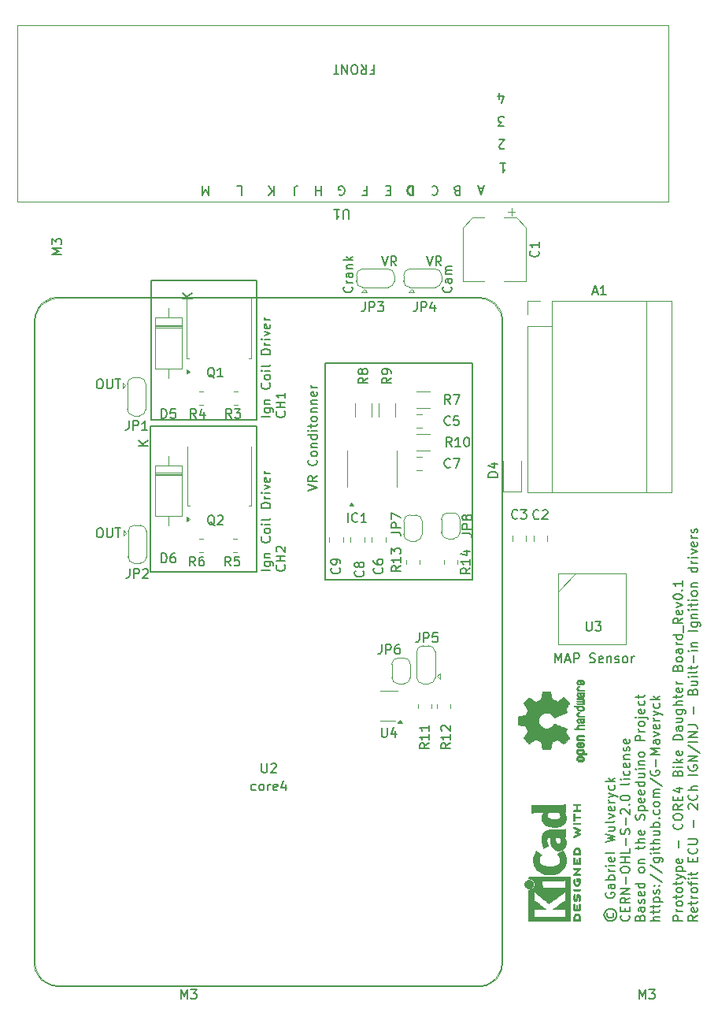
<source format=gbr>
%TF.GenerationSoftware,KiCad,Pcbnew,8.0.5*%
%TF.CreationDate,2024-11-12T15:31:54+01:00*%
%TF.ProjectId,Core4GPZ_rev0-1,436f7265-3447-4505-9a5f-726576302d31,rev?*%
%TF.SameCoordinates,Original*%
%TF.FileFunction,Legend,Top*%
%TF.FilePolarity,Positive*%
%FSLAX46Y46*%
G04 Gerber Fmt 4.6, Leading zero omitted, Abs format (unit mm)*
G04 Created by KiCad (PCBNEW 8.0.5) date 2024-11-12 15:31:54*
%MOMM*%
%LPD*%
G01*
G04 APERTURE LIST*
%ADD10C,0.150000*%
%ADD11C,0.120000*%
%ADD12C,0.010000*%
%ADD13C,0.100000*%
G04 APERTURE END LIST*
D10*
X90702255Y-76720819D02*
X90892731Y-76720819D01*
X90892731Y-76720819D02*
X90987969Y-76768438D01*
X90987969Y-76768438D02*
X91083207Y-76863676D01*
X91083207Y-76863676D02*
X91130826Y-77054152D01*
X91130826Y-77054152D02*
X91130826Y-77387485D01*
X91130826Y-77387485D02*
X91083207Y-77577961D01*
X91083207Y-77577961D02*
X90987969Y-77673200D01*
X90987969Y-77673200D02*
X90892731Y-77720819D01*
X90892731Y-77720819D02*
X90702255Y-77720819D01*
X90702255Y-77720819D02*
X90607017Y-77673200D01*
X90607017Y-77673200D02*
X90511779Y-77577961D01*
X90511779Y-77577961D02*
X90464160Y-77387485D01*
X90464160Y-77387485D02*
X90464160Y-77054152D01*
X90464160Y-77054152D02*
X90511779Y-76863676D01*
X90511779Y-76863676D02*
X90607017Y-76768438D01*
X90607017Y-76768438D02*
X90702255Y-76720819D01*
X91559398Y-76720819D02*
X91559398Y-77530342D01*
X91559398Y-77530342D02*
X91607017Y-77625580D01*
X91607017Y-77625580D02*
X91654636Y-77673200D01*
X91654636Y-77673200D02*
X91749874Y-77720819D01*
X91749874Y-77720819D02*
X91940350Y-77720819D01*
X91940350Y-77720819D02*
X92035588Y-77673200D01*
X92035588Y-77673200D02*
X92083207Y-77625580D01*
X92083207Y-77625580D02*
X92130826Y-77530342D01*
X92130826Y-77530342D02*
X92130826Y-76720819D01*
X92464160Y-76720819D02*
X93035588Y-76720819D01*
X92749874Y-77720819D02*
X92749874Y-76720819D01*
X90702255Y-92722819D02*
X90892731Y-92722819D01*
X90892731Y-92722819D02*
X90987969Y-92770438D01*
X90987969Y-92770438D02*
X91083207Y-92865676D01*
X91083207Y-92865676D02*
X91130826Y-93056152D01*
X91130826Y-93056152D02*
X91130826Y-93389485D01*
X91130826Y-93389485D02*
X91083207Y-93579961D01*
X91083207Y-93579961D02*
X90987969Y-93675200D01*
X90987969Y-93675200D02*
X90892731Y-93722819D01*
X90892731Y-93722819D02*
X90702255Y-93722819D01*
X90702255Y-93722819D02*
X90607017Y-93675200D01*
X90607017Y-93675200D02*
X90511779Y-93579961D01*
X90511779Y-93579961D02*
X90464160Y-93389485D01*
X90464160Y-93389485D02*
X90464160Y-93056152D01*
X90464160Y-93056152D02*
X90511779Y-92865676D01*
X90511779Y-92865676D02*
X90607017Y-92770438D01*
X90607017Y-92770438D02*
X90702255Y-92722819D01*
X91559398Y-92722819D02*
X91559398Y-93532342D01*
X91559398Y-93532342D02*
X91607017Y-93627580D01*
X91607017Y-93627580D02*
X91654636Y-93675200D01*
X91654636Y-93675200D02*
X91749874Y-93722819D01*
X91749874Y-93722819D02*
X91940350Y-93722819D01*
X91940350Y-93722819D02*
X92035588Y-93675200D01*
X92035588Y-93675200D02*
X92083207Y-93627580D01*
X92083207Y-93627580D02*
X92130826Y-93532342D01*
X92130826Y-93532342D02*
X92130826Y-92722819D01*
X92464160Y-92722819D02*
X93035588Y-92722819D01*
X92749874Y-93722819D02*
X92749874Y-92722819D01*
X115003500Y-74994000D02*
X130878500Y-74994000D01*
X130878500Y-98239000D01*
X115003500Y-98239000D01*
X115003500Y-74994000D01*
X96308500Y-66074000D02*
X107701000Y-66074000D01*
X107701000Y-81094000D01*
X96308500Y-81094000D01*
X96308500Y-66074000D01*
X96271000Y-81729000D02*
X107701000Y-81729000D01*
X107701000Y-97429000D01*
X96271000Y-97429000D01*
X96271000Y-81729000D01*
X153458875Y-134918220D02*
X152458875Y-134918220D01*
X152458875Y-134918220D02*
X152458875Y-134537268D01*
X152458875Y-134537268D02*
X152506494Y-134442030D01*
X152506494Y-134442030D02*
X152554113Y-134394411D01*
X152554113Y-134394411D02*
X152649351Y-134346792D01*
X152649351Y-134346792D02*
X152792208Y-134346792D01*
X152792208Y-134346792D02*
X152887446Y-134394411D01*
X152887446Y-134394411D02*
X152935065Y-134442030D01*
X152935065Y-134442030D02*
X152982684Y-134537268D01*
X152982684Y-134537268D02*
X152982684Y-134918220D01*
X153458875Y-133918220D02*
X152792208Y-133918220D01*
X152982684Y-133918220D02*
X152887446Y-133870601D01*
X152887446Y-133870601D02*
X152839827Y-133822982D01*
X152839827Y-133822982D02*
X152792208Y-133727744D01*
X152792208Y-133727744D02*
X152792208Y-133632506D01*
X153458875Y-133156315D02*
X153411256Y-133251553D01*
X153411256Y-133251553D02*
X153363636Y-133299172D01*
X153363636Y-133299172D02*
X153268398Y-133346791D01*
X153268398Y-133346791D02*
X152982684Y-133346791D01*
X152982684Y-133346791D02*
X152887446Y-133299172D01*
X152887446Y-133299172D02*
X152839827Y-133251553D01*
X152839827Y-133251553D02*
X152792208Y-133156315D01*
X152792208Y-133156315D02*
X152792208Y-133013458D01*
X152792208Y-133013458D02*
X152839827Y-132918220D01*
X152839827Y-132918220D02*
X152887446Y-132870601D01*
X152887446Y-132870601D02*
X152982684Y-132822982D01*
X152982684Y-132822982D02*
X153268398Y-132822982D01*
X153268398Y-132822982D02*
X153363636Y-132870601D01*
X153363636Y-132870601D02*
X153411256Y-132918220D01*
X153411256Y-132918220D02*
X153458875Y-133013458D01*
X153458875Y-133013458D02*
X153458875Y-133156315D01*
X152792208Y-132537267D02*
X152792208Y-132156315D01*
X152458875Y-132394410D02*
X153316017Y-132394410D01*
X153316017Y-132394410D02*
X153411256Y-132346791D01*
X153411256Y-132346791D02*
X153458875Y-132251553D01*
X153458875Y-132251553D02*
X153458875Y-132156315D01*
X153458875Y-131680124D02*
X153411256Y-131775362D01*
X153411256Y-131775362D02*
X153363636Y-131822981D01*
X153363636Y-131822981D02*
X153268398Y-131870600D01*
X153268398Y-131870600D02*
X152982684Y-131870600D01*
X152982684Y-131870600D02*
X152887446Y-131822981D01*
X152887446Y-131822981D02*
X152839827Y-131775362D01*
X152839827Y-131775362D02*
X152792208Y-131680124D01*
X152792208Y-131680124D02*
X152792208Y-131537267D01*
X152792208Y-131537267D02*
X152839827Y-131442029D01*
X152839827Y-131442029D02*
X152887446Y-131394410D01*
X152887446Y-131394410D02*
X152982684Y-131346791D01*
X152982684Y-131346791D02*
X153268398Y-131346791D01*
X153268398Y-131346791D02*
X153363636Y-131394410D01*
X153363636Y-131394410D02*
X153411256Y-131442029D01*
X153411256Y-131442029D02*
X153458875Y-131537267D01*
X153458875Y-131537267D02*
X153458875Y-131680124D01*
X152792208Y-131061076D02*
X152792208Y-130680124D01*
X152458875Y-130918219D02*
X153316017Y-130918219D01*
X153316017Y-130918219D02*
X153411256Y-130870600D01*
X153411256Y-130870600D02*
X153458875Y-130775362D01*
X153458875Y-130775362D02*
X153458875Y-130680124D01*
X152792208Y-130442028D02*
X153458875Y-130203933D01*
X152792208Y-129965838D02*
X153458875Y-130203933D01*
X153458875Y-130203933D02*
X153696970Y-130299171D01*
X153696970Y-130299171D02*
X153744589Y-130346790D01*
X153744589Y-130346790D02*
X153792208Y-130442028D01*
X152792208Y-129584885D02*
X153792208Y-129584885D01*
X152839827Y-129584885D02*
X152792208Y-129489647D01*
X152792208Y-129489647D02*
X152792208Y-129299171D01*
X152792208Y-129299171D02*
X152839827Y-129203933D01*
X152839827Y-129203933D02*
X152887446Y-129156314D01*
X152887446Y-129156314D02*
X152982684Y-129108695D01*
X152982684Y-129108695D02*
X153268398Y-129108695D01*
X153268398Y-129108695D02*
X153363636Y-129156314D01*
X153363636Y-129156314D02*
X153411256Y-129203933D01*
X153411256Y-129203933D02*
X153458875Y-129299171D01*
X153458875Y-129299171D02*
X153458875Y-129489647D01*
X153458875Y-129489647D02*
X153411256Y-129584885D01*
X153411256Y-128299171D02*
X153458875Y-128394409D01*
X153458875Y-128394409D02*
X153458875Y-128584885D01*
X153458875Y-128584885D02*
X153411256Y-128680123D01*
X153411256Y-128680123D02*
X153316017Y-128727742D01*
X153316017Y-128727742D02*
X152935065Y-128727742D01*
X152935065Y-128727742D02*
X152839827Y-128680123D01*
X152839827Y-128680123D02*
X152792208Y-128584885D01*
X152792208Y-128584885D02*
X152792208Y-128394409D01*
X152792208Y-128394409D02*
X152839827Y-128299171D01*
X152839827Y-128299171D02*
X152935065Y-128251552D01*
X152935065Y-128251552D02*
X153030303Y-128251552D01*
X153030303Y-128251552D02*
X153125541Y-128727742D01*
X153077922Y-127061075D02*
X153077922Y-126299171D01*
X153363636Y-124489647D02*
X153411256Y-124537266D01*
X153411256Y-124537266D02*
X153458875Y-124680123D01*
X153458875Y-124680123D02*
X153458875Y-124775361D01*
X153458875Y-124775361D02*
X153411256Y-124918218D01*
X153411256Y-124918218D02*
X153316017Y-125013456D01*
X153316017Y-125013456D02*
X153220779Y-125061075D01*
X153220779Y-125061075D02*
X153030303Y-125108694D01*
X153030303Y-125108694D02*
X152887446Y-125108694D01*
X152887446Y-125108694D02*
X152696970Y-125061075D01*
X152696970Y-125061075D02*
X152601732Y-125013456D01*
X152601732Y-125013456D02*
X152506494Y-124918218D01*
X152506494Y-124918218D02*
X152458875Y-124775361D01*
X152458875Y-124775361D02*
X152458875Y-124680123D01*
X152458875Y-124680123D02*
X152506494Y-124537266D01*
X152506494Y-124537266D02*
X152554113Y-124489647D01*
X152458875Y-123870599D02*
X152458875Y-123680123D01*
X152458875Y-123680123D02*
X152506494Y-123584885D01*
X152506494Y-123584885D02*
X152601732Y-123489647D01*
X152601732Y-123489647D02*
X152792208Y-123442028D01*
X152792208Y-123442028D02*
X153125541Y-123442028D01*
X153125541Y-123442028D02*
X153316017Y-123489647D01*
X153316017Y-123489647D02*
X153411256Y-123584885D01*
X153411256Y-123584885D02*
X153458875Y-123680123D01*
X153458875Y-123680123D02*
X153458875Y-123870599D01*
X153458875Y-123870599D02*
X153411256Y-123965837D01*
X153411256Y-123965837D02*
X153316017Y-124061075D01*
X153316017Y-124061075D02*
X153125541Y-124108694D01*
X153125541Y-124108694D02*
X152792208Y-124108694D01*
X152792208Y-124108694D02*
X152601732Y-124061075D01*
X152601732Y-124061075D02*
X152506494Y-123965837D01*
X152506494Y-123965837D02*
X152458875Y-123870599D01*
X153458875Y-122442028D02*
X152982684Y-122775361D01*
X153458875Y-123013456D02*
X152458875Y-123013456D01*
X152458875Y-123013456D02*
X152458875Y-122632504D01*
X152458875Y-122632504D02*
X152506494Y-122537266D01*
X152506494Y-122537266D02*
X152554113Y-122489647D01*
X152554113Y-122489647D02*
X152649351Y-122442028D01*
X152649351Y-122442028D02*
X152792208Y-122442028D01*
X152792208Y-122442028D02*
X152887446Y-122489647D01*
X152887446Y-122489647D02*
X152935065Y-122537266D01*
X152935065Y-122537266D02*
X152982684Y-122632504D01*
X152982684Y-122632504D02*
X152982684Y-123013456D01*
X152935065Y-122013456D02*
X152935065Y-121680123D01*
X153458875Y-121537266D02*
X153458875Y-122013456D01*
X153458875Y-122013456D02*
X152458875Y-122013456D01*
X152458875Y-122013456D02*
X152458875Y-121537266D01*
X152792208Y-120680123D02*
X153458875Y-120680123D01*
X152411256Y-120918218D02*
X153125541Y-121156313D01*
X153125541Y-121156313D02*
X153125541Y-120537266D01*
X152935065Y-119061075D02*
X152982684Y-118918218D01*
X152982684Y-118918218D02*
X153030303Y-118870599D01*
X153030303Y-118870599D02*
X153125541Y-118822980D01*
X153125541Y-118822980D02*
X153268398Y-118822980D01*
X153268398Y-118822980D02*
X153363636Y-118870599D01*
X153363636Y-118870599D02*
X153411256Y-118918218D01*
X153411256Y-118918218D02*
X153458875Y-119013456D01*
X153458875Y-119013456D02*
X153458875Y-119394408D01*
X153458875Y-119394408D02*
X152458875Y-119394408D01*
X152458875Y-119394408D02*
X152458875Y-119061075D01*
X152458875Y-119061075D02*
X152506494Y-118965837D01*
X152506494Y-118965837D02*
X152554113Y-118918218D01*
X152554113Y-118918218D02*
X152649351Y-118870599D01*
X152649351Y-118870599D02*
X152744589Y-118870599D01*
X152744589Y-118870599D02*
X152839827Y-118918218D01*
X152839827Y-118918218D02*
X152887446Y-118965837D01*
X152887446Y-118965837D02*
X152935065Y-119061075D01*
X152935065Y-119061075D02*
X152935065Y-119394408D01*
X153458875Y-118394408D02*
X152792208Y-118394408D01*
X152458875Y-118394408D02*
X152506494Y-118442027D01*
X152506494Y-118442027D02*
X152554113Y-118394408D01*
X152554113Y-118394408D02*
X152506494Y-118346789D01*
X152506494Y-118346789D02*
X152458875Y-118394408D01*
X152458875Y-118394408D02*
X152554113Y-118394408D01*
X153458875Y-117918218D02*
X152458875Y-117918218D01*
X153077922Y-117822980D02*
X153458875Y-117537266D01*
X152792208Y-117537266D02*
X153173160Y-117918218D01*
X153411256Y-116727742D02*
X153458875Y-116822980D01*
X153458875Y-116822980D02*
X153458875Y-117013456D01*
X153458875Y-117013456D02*
X153411256Y-117108694D01*
X153411256Y-117108694D02*
X153316017Y-117156313D01*
X153316017Y-117156313D02*
X152935065Y-117156313D01*
X152935065Y-117156313D02*
X152839827Y-117108694D01*
X152839827Y-117108694D02*
X152792208Y-117013456D01*
X152792208Y-117013456D02*
X152792208Y-116822980D01*
X152792208Y-116822980D02*
X152839827Y-116727742D01*
X152839827Y-116727742D02*
X152935065Y-116680123D01*
X152935065Y-116680123D02*
X153030303Y-116680123D01*
X153030303Y-116680123D02*
X153125541Y-117156313D01*
X153458875Y-115489646D02*
X152458875Y-115489646D01*
X152458875Y-115489646D02*
X152458875Y-115251551D01*
X152458875Y-115251551D02*
X152506494Y-115108694D01*
X152506494Y-115108694D02*
X152601732Y-115013456D01*
X152601732Y-115013456D02*
X152696970Y-114965837D01*
X152696970Y-114965837D02*
X152887446Y-114918218D01*
X152887446Y-114918218D02*
X153030303Y-114918218D01*
X153030303Y-114918218D02*
X153220779Y-114965837D01*
X153220779Y-114965837D02*
X153316017Y-115013456D01*
X153316017Y-115013456D02*
X153411256Y-115108694D01*
X153411256Y-115108694D02*
X153458875Y-115251551D01*
X153458875Y-115251551D02*
X153458875Y-115489646D01*
X153458875Y-114061075D02*
X152935065Y-114061075D01*
X152935065Y-114061075D02*
X152839827Y-114108694D01*
X152839827Y-114108694D02*
X152792208Y-114203932D01*
X152792208Y-114203932D02*
X152792208Y-114394408D01*
X152792208Y-114394408D02*
X152839827Y-114489646D01*
X153411256Y-114061075D02*
X153458875Y-114156313D01*
X153458875Y-114156313D02*
X153458875Y-114394408D01*
X153458875Y-114394408D02*
X153411256Y-114489646D01*
X153411256Y-114489646D02*
X153316017Y-114537265D01*
X153316017Y-114537265D02*
X153220779Y-114537265D01*
X153220779Y-114537265D02*
X153125541Y-114489646D01*
X153125541Y-114489646D02*
X153077922Y-114394408D01*
X153077922Y-114394408D02*
X153077922Y-114156313D01*
X153077922Y-114156313D02*
X153030303Y-114061075D01*
X152792208Y-113156313D02*
X153458875Y-113156313D01*
X152792208Y-113584884D02*
X153316017Y-113584884D01*
X153316017Y-113584884D02*
X153411256Y-113537265D01*
X153411256Y-113537265D02*
X153458875Y-113442027D01*
X153458875Y-113442027D02*
X153458875Y-113299170D01*
X153458875Y-113299170D02*
X153411256Y-113203932D01*
X153411256Y-113203932D02*
X153363636Y-113156313D01*
X152792208Y-112251551D02*
X153601732Y-112251551D01*
X153601732Y-112251551D02*
X153696970Y-112299170D01*
X153696970Y-112299170D02*
X153744589Y-112346789D01*
X153744589Y-112346789D02*
X153792208Y-112442027D01*
X153792208Y-112442027D02*
X153792208Y-112584884D01*
X153792208Y-112584884D02*
X153744589Y-112680122D01*
X153411256Y-112251551D02*
X153458875Y-112346789D01*
X153458875Y-112346789D02*
X153458875Y-112537265D01*
X153458875Y-112537265D02*
X153411256Y-112632503D01*
X153411256Y-112632503D02*
X153363636Y-112680122D01*
X153363636Y-112680122D02*
X153268398Y-112727741D01*
X153268398Y-112727741D02*
X152982684Y-112727741D01*
X152982684Y-112727741D02*
X152887446Y-112680122D01*
X152887446Y-112680122D02*
X152839827Y-112632503D01*
X152839827Y-112632503D02*
X152792208Y-112537265D01*
X152792208Y-112537265D02*
X152792208Y-112346789D01*
X152792208Y-112346789D02*
X152839827Y-112251551D01*
X153458875Y-111775360D02*
X152458875Y-111775360D01*
X153458875Y-111346789D02*
X152935065Y-111346789D01*
X152935065Y-111346789D02*
X152839827Y-111394408D01*
X152839827Y-111394408D02*
X152792208Y-111489646D01*
X152792208Y-111489646D02*
X152792208Y-111632503D01*
X152792208Y-111632503D02*
X152839827Y-111727741D01*
X152839827Y-111727741D02*
X152887446Y-111775360D01*
X152792208Y-111013455D02*
X152792208Y-110632503D01*
X152458875Y-110870598D02*
X153316017Y-110870598D01*
X153316017Y-110870598D02*
X153411256Y-110822979D01*
X153411256Y-110822979D02*
X153458875Y-110727741D01*
X153458875Y-110727741D02*
X153458875Y-110632503D01*
X153411256Y-109918217D02*
X153458875Y-110013455D01*
X153458875Y-110013455D02*
X153458875Y-110203931D01*
X153458875Y-110203931D02*
X153411256Y-110299169D01*
X153411256Y-110299169D02*
X153316017Y-110346788D01*
X153316017Y-110346788D02*
X152935065Y-110346788D01*
X152935065Y-110346788D02*
X152839827Y-110299169D01*
X152839827Y-110299169D02*
X152792208Y-110203931D01*
X152792208Y-110203931D02*
X152792208Y-110013455D01*
X152792208Y-110013455D02*
X152839827Y-109918217D01*
X152839827Y-109918217D02*
X152935065Y-109870598D01*
X152935065Y-109870598D02*
X153030303Y-109870598D01*
X153030303Y-109870598D02*
X153125541Y-110346788D01*
X153458875Y-109442026D02*
X152792208Y-109442026D01*
X152982684Y-109442026D02*
X152887446Y-109394407D01*
X152887446Y-109394407D02*
X152839827Y-109346788D01*
X152839827Y-109346788D02*
X152792208Y-109251550D01*
X152792208Y-109251550D02*
X152792208Y-109156312D01*
X152935065Y-107727740D02*
X152982684Y-107584883D01*
X152982684Y-107584883D02*
X153030303Y-107537264D01*
X153030303Y-107537264D02*
X153125541Y-107489645D01*
X153125541Y-107489645D02*
X153268398Y-107489645D01*
X153268398Y-107489645D02*
X153363636Y-107537264D01*
X153363636Y-107537264D02*
X153411256Y-107584883D01*
X153411256Y-107584883D02*
X153458875Y-107680121D01*
X153458875Y-107680121D02*
X153458875Y-108061073D01*
X153458875Y-108061073D02*
X152458875Y-108061073D01*
X152458875Y-108061073D02*
X152458875Y-107727740D01*
X152458875Y-107727740D02*
X152506494Y-107632502D01*
X152506494Y-107632502D02*
X152554113Y-107584883D01*
X152554113Y-107584883D02*
X152649351Y-107537264D01*
X152649351Y-107537264D02*
X152744589Y-107537264D01*
X152744589Y-107537264D02*
X152839827Y-107584883D01*
X152839827Y-107584883D02*
X152887446Y-107632502D01*
X152887446Y-107632502D02*
X152935065Y-107727740D01*
X152935065Y-107727740D02*
X152935065Y-108061073D01*
X153458875Y-106918216D02*
X153411256Y-107013454D01*
X153411256Y-107013454D02*
X153363636Y-107061073D01*
X153363636Y-107061073D02*
X153268398Y-107108692D01*
X153268398Y-107108692D02*
X152982684Y-107108692D01*
X152982684Y-107108692D02*
X152887446Y-107061073D01*
X152887446Y-107061073D02*
X152839827Y-107013454D01*
X152839827Y-107013454D02*
X152792208Y-106918216D01*
X152792208Y-106918216D02*
X152792208Y-106775359D01*
X152792208Y-106775359D02*
X152839827Y-106680121D01*
X152839827Y-106680121D02*
X152887446Y-106632502D01*
X152887446Y-106632502D02*
X152982684Y-106584883D01*
X152982684Y-106584883D02*
X153268398Y-106584883D01*
X153268398Y-106584883D02*
X153363636Y-106632502D01*
X153363636Y-106632502D02*
X153411256Y-106680121D01*
X153411256Y-106680121D02*
X153458875Y-106775359D01*
X153458875Y-106775359D02*
X153458875Y-106918216D01*
X153458875Y-105727740D02*
X152935065Y-105727740D01*
X152935065Y-105727740D02*
X152839827Y-105775359D01*
X152839827Y-105775359D02*
X152792208Y-105870597D01*
X152792208Y-105870597D02*
X152792208Y-106061073D01*
X152792208Y-106061073D02*
X152839827Y-106156311D01*
X153411256Y-105727740D02*
X153458875Y-105822978D01*
X153458875Y-105822978D02*
X153458875Y-106061073D01*
X153458875Y-106061073D02*
X153411256Y-106156311D01*
X153411256Y-106156311D02*
X153316017Y-106203930D01*
X153316017Y-106203930D02*
X153220779Y-106203930D01*
X153220779Y-106203930D02*
X153125541Y-106156311D01*
X153125541Y-106156311D02*
X153077922Y-106061073D01*
X153077922Y-106061073D02*
X153077922Y-105822978D01*
X153077922Y-105822978D02*
X153030303Y-105727740D01*
X153458875Y-105251549D02*
X152792208Y-105251549D01*
X152982684Y-105251549D02*
X152887446Y-105203930D01*
X152887446Y-105203930D02*
X152839827Y-105156311D01*
X152839827Y-105156311D02*
X152792208Y-105061073D01*
X152792208Y-105061073D02*
X152792208Y-104965835D01*
X153458875Y-104203930D02*
X152458875Y-104203930D01*
X153411256Y-104203930D02*
X153458875Y-104299168D01*
X153458875Y-104299168D02*
X153458875Y-104489644D01*
X153458875Y-104489644D02*
X153411256Y-104584882D01*
X153411256Y-104584882D02*
X153363636Y-104632501D01*
X153363636Y-104632501D02*
X153268398Y-104680120D01*
X153268398Y-104680120D02*
X152982684Y-104680120D01*
X152982684Y-104680120D02*
X152887446Y-104632501D01*
X152887446Y-104632501D02*
X152839827Y-104584882D01*
X152839827Y-104584882D02*
X152792208Y-104489644D01*
X152792208Y-104489644D02*
X152792208Y-104299168D01*
X152792208Y-104299168D02*
X152839827Y-104203930D01*
X153554113Y-103965835D02*
X153554113Y-103203930D01*
X153458875Y-102394406D02*
X152982684Y-102727739D01*
X153458875Y-102965834D02*
X152458875Y-102965834D01*
X152458875Y-102965834D02*
X152458875Y-102584882D01*
X152458875Y-102584882D02*
X152506494Y-102489644D01*
X152506494Y-102489644D02*
X152554113Y-102442025D01*
X152554113Y-102442025D02*
X152649351Y-102394406D01*
X152649351Y-102394406D02*
X152792208Y-102394406D01*
X152792208Y-102394406D02*
X152887446Y-102442025D01*
X152887446Y-102442025D02*
X152935065Y-102489644D01*
X152935065Y-102489644D02*
X152982684Y-102584882D01*
X152982684Y-102584882D02*
X152982684Y-102965834D01*
X153411256Y-101584882D02*
X153458875Y-101680120D01*
X153458875Y-101680120D02*
X153458875Y-101870596D01*
X153458875Y-101870596D02*
X153411256Y-101965834D01*
X153411256Y-101965834D02*
X153316017Y-102013453D01*
X153316017Y-102013453D02*
X152935065Y-102013453D01*
X152935065Y-102013453D02*
X152839827Y-101965834D01*
X152839827Y-101965834D02*
X152792208Y-101870596D01*
X152792208Y-101870596D02*
X152792208Y-101680120D01*
X152792208Y-101680120D02*
X152839827Y-101584882D01*
X152839827Y-101584882D02*
X152935065Y-101537263D01*
X152935065Y-101537263D02*
X153030303Y-101537263D01*
X153030303Y-101537263D02*
X153125541Y-102013453D01*
X152792208Y-101203929D02*
X153458875Y-100965834D01*
X153458875Y-100965834D02*
X152792208Y-100727739D01*
X152458875Y-100156310D02*
X152458875Y-100061072D01*
X152458875Y-100061072D02*
X152506494Y-99965834D01*
X152506494Y-99965834D02*
X152554113Y-99918215D01*
X152554113Y-99918215D02*
X152649351Y-99870596D01*
X152649351Y-99870596D02*
X152839827Y-99822977D01*
X152839827Y-99822977D02*
X153077922Y-99822977D01*
X153077922Y-99822977D02*
X153268398Y-99870596D01*
X153268398Y-99870596D02*
X153363636Y-99918215D01*
X153363636Y-99918215D02*
X153411256Y-99965834D01*
X153411256Y-99965834D02*
X153458875Y-100061072D01*
X153458875Y-100061072D02*
X153458875Y-100156310D01*
X153458875Y-100156310D02*
X153411256Y-100251548D01*
X153411256Y-100251548D02*
X153363636Y-100299167D01*
X153363636Y-100299167D02*
X153268398Y-100346786D01*
X153268398Y-100346786D02*
X153077922Y-100394405D01*
X153077922Y-100394405D02*
X152839827Y-100394405D01*
X152839827Y-100394405D02*
X152649351Y-100346786D01*
X152649351Y-100346786D02*
X152554113Y-100299167D01*
X152554113Y-100299167D02*
X152506494Y-100251548D01*
X152506494Y-100251548D02*
X152458875Y-100156310D01*
X153363636Y-99394405D02*
X153411256Y-99346786D01*
X153411256Y-99346786D02*
X153458875Y-99394405D01*
X153458875Y-99394405D02*
X153411256Y-99442024D01*
X153411256Y-99442024D02*
X153363636Y-99394405D01*
X153363636Y-99394405D02*
X153458875Y-99394405D01*
X153458875Y-98394406D02*
X153458875Y-98965834D01*
X153458875Y-98680120D02*
X152458875Y-98680120D01*
X152458875Y-98680120D02*
X152601732Y-98775358D01*
X152601732Y-98775358D02*
X152696970Y-98870596D01*
X152696970Y-98870596D02*
X152744589Y-98965834D01*
X155068819Y-134346792D02*
X154592628Y-134680125D01*
X155068819Y-134918220D02*
X154068819Y-134918220D01*
X154068819Y-134918220D02*
X154068819Y-134537268D01*
X154068819Y-134537268D02*
X154116438Y-134442030D01*
X154116438Y-134442030D02*
X154164057Y-134394411D01*
X154164057Y-134394411D02*
X154259295Y-134346792D01*
X154259295Y-134346792D02*
X154402152Y-134346792D01*
X154402152Y-134346792D02*
X154497390Y-134394411D01*
X154497390Y-134394411D02*
X154545009Y-134442030D01*
X154545009Y-134442030D02*
X154592628Y-134537268D01*
X154592628Y-134537268D02*
X154592628Y-134918220D01*
X155021200Y-133537268D02*
X155068819Y-133632506D01*
X155068819Y-133632506D02*
X155068819Y-133822982D01*
X155068819Y-133822982D02*
X155021200Y-133918220D01*
X155021200Y-133918220D02*
X154925961Y-133965839D01*
X154925961Y-133965839D02*
X154545009Y-133965839D01*
X154545009Y-133965839D02*
X154449771Y-133918220D01*
X154449771Y-133918220D02*
X154402152Y-133822982D01*
X154402152Y-133822982D02*
X154402152Y-133632506D01*
X154402152Y-133632506D02*
X154449771Y-133537268D01*
X154449771Y-133537268D02*
X154545009Y-133489649D01*
X154545009Y-133489649D02*
X154640247Y-133489649D01*
X154640247Y-133489649D02*
X154735485Y-133965839D01*
X154402152Y-133203934D02*
X154402152Y-132822982D01*
X154068819Y-133061077D02*
X154925961Y-133061077D01*
X154925961Y-133061077D02*
X155021200Y-133013458D01*
X155021200Y-133013458D02*
X155068819Y-132918220D01*
X155068819Y-132918220D02*
X155068819Y-132822982D01*
X155068819Y-132489648D02*
X154402152Y-132489648D01*
X154592628Y-132489648D02*
X154497390Y-132442029D01*
X154497390Y-132442029D02*
X154449771Y-132394410D01*
X154449771Y-132394410D02*
X154402152Y-132299172D01*
X154402152Y-132299172D02*
X154402152Y-132203934D01*
X155068819Y-131727743D02*
X155021200Y-131822981D01*
X155021200Y-131822981D02*
X154973580Y-131870600D01*
X154973580Y-131870600D02*
X154878342Y-131918219D01*
X154878342Y-131918219D02*
X154592628Y-131918219D01*
X154592628Y-131918219D02*
X154497390Y-131870600D01*
X154497390Y-131870600D02*
X154449771Y-131822981D01*
X154449771Y-131822981D02*
X154402152Y-131727743D01*
X154402152Y-131727743D02*
X154402152Y-131584886D01*
X154402152Y-131584886D02*
X154449771Y-131489648D01*
X154449771Y-131489648D02*
X154497390Y-131442029D01*
X154497390Y-131442029D02*
X154592628Y-131394410D01*
X154592628Y-131394410D02*
X154878342Y-131394410D01*
X154878342Y-131394410D02*
X154973580Y-131442029D01*
X154973580Y-131442029D02*
X155021200Y-131489648D01*
X155021200Y-131489648D02*
X155068819Y-131584886D01*
X155068819Y-131584886D02*
X155068819Y-131727743D01*
X154402152Y-131108695D02*
X154402152Y-130727743D01*
X155068819Y-130965838D02*
X154211676Y-130965838D01*
X154211676Y-130965838D02*
X154116438Y-130918219D01*
X154116438Y-130918219D02*
X154068819Y-130822981D01*
X154068819Y-130822981D02*
X154068819Y-130727743D01*
X155068819Y-130394409D02*
X154402152Y-130394409D01*
X154068819Y-130394409D02*
X154116438Y-130442028D01*
X154116438Y-130442028D02*
X154164057Y-130394409D01*
X154164057Y-130394409D02*
X154116438Y-130346790D01*
X154116438Y-130346790D02*
X154068819Y-130394409D01*
X154068819Y-130394409D02*
X154164057Y-130394409D01*
X154402152Y-130061076D02*
X154402152Y-129680124D01*
X154068819Y-129918219D02*
X154925961Y-129918219D01*
X154925961Y-129918219D02*
X155021200Y-129870600D01*
X155021200Y-129870600D02*
X155068819Y-129775362D01*
X155068819Y-129775362D02*
X155068819Y-129680124D01*
X154545009Y-128584885D02*
X154545009Y-128251552D01*
X155068819Y-128108695D02*
X155068819Y-128584885D01*
X155068819Y-128584885D02*
X154068819Y-128584885D01*
X154068819Y-128584885D02*
X154068819Y-128108695D01*
X154973580Y-127108695D02*
X155021200Y-127156314D01*
X155021200Y-127156314D02*
X155068819Y-127299171D01*
X155068819Y-127299171D02*
X155068819Y-127394409D01*
X155068819Y-127394409D02*
X155021200Y-127537266D01*
X155021200Y-127537266D02*
X154925961Y-127632504D01*
X154925961Y-127632504D02*
X154830723Y-127680123D01*
X154830723Y-127680123D02*
X154640247Y-127727742D01*
X154640247Y-127727742D02*
X154497390Y-127727742D01*
X154497390Y-127727742D02*
X154306914Y-127680123D01*
X154306914Y-127680123D02*
X154211676Y-127632504D01*
X154211676Y-127632504D02*
X154116438Y-127537266D01*
X154116438Y-127537266D02*
X154068819Y-127394409D01*
X154068819Y-127394409D02*
X154068819Y-127299171D01*
X154068819Y-127299171D02*
X154116438Y-127156314D01*
X154116438Y-127156314D02*
X154164057Y-127108695D01*
X154068819Y-126680123D02*
X154878342Y-126680123D01*
X154878342Y-126680123D02*
X154973580Y-126632504D01*
X154973580Y-126632504D02*
X155021200Y-126584885D01*
X155021200Y-126584885D02*
X155068819Y-126489647D01*
X155068819Y-126489647D02*
X155068819Y-126299171D01*
X155068819Y-126299171D02*
X155021200Y-126203933D01*
X155021200Y-126203933D02*
X154973580Y-126156314D01*
X154973580Y-126156314D02*
X154878342Y-126108695D01*
X154878342Y-126108695D02*
X154068819Y-126108695D01*
X154687866Y-124870599D02*
X154687866Y-124108695D01*
X154164057Y-122918218D02*
X154116438Y-122870599D01*
X154116438Y-122870599D02*
X154068819Y-122775361D01*
X154068819Y-122775361D02*
X154068819Y-122537266D01*
X154068819Y-122537266D02*
X154116438Y-122442028D01*
X154116438Y-122442028D02*
X154164057Y-122394409D01*
X154164057Y-122394409D02*
X154259295Y-122346790D01*
X154259295Y-122346790D02*
X154354533Y-122346790D01*
X154354533Y-122346790D02*
X154497390Y-122394409D01*
X154497390Y-122394409D02*
X155068819Y-122965837D01*
X155068819Y-122965837D02*
X155068819Y-122346790D01*
X154973580Y-121346790D02*
X155021200Y-121394409D01*
X155021200Y-121394409D02*
X155068819Y-121537266D01*
X155068819Y-121537266D02*
X155068819Y-121632504D01*
X155068819Y-121632504D02*
X155021200Y-121775361D01*
X155021200Y-121775361D02*
X154925961Y-121870599D01*
X154925961Y-121870599D02*
X154830723Y-121918218D01*
X154830723Y-121918218D02*
X154640247Y-121965837D01*
X154640247Y-121965837D02*
X154497390Y-121965837D01*
X154497390Y-121965837D02*
X154306914Y-121918218D01*
X154306914Y-121918218D02*
X154211676Y-121870599D01*
X154211676Y-121870599D02*
X154116438Y-121775361D01*
X154116438Y-121775361D02*
X154068819Y-121632504D01*
X154068819Y-121632504D02*
X154068819Y-121537266D01*
X154068819Y-121537266D02*
X154116438Y-121394409D01*
X154116438Y-121394409D02*
X154164057Y-121346790D01*
X155068819Y-120918218D02*
X154068819Y-120918218D01*
X155068819Y-120489647D02*
X154545009Y-120489647D01*
X154545009Y-120489647D02*
X154449771Y-120537266D01*
X154449771Y-120537266D02*
X154402152Y-120632504D01*
X154402152Y-120632504D02*
X154402152Y-120775361D01*
X154402152Y-120775361D02*
X154449771Y-120870599D01*
X154449771Y-120870599D02*
X154497390Y-120918218D01*
X155068819Y-119251551D02*
X154068819Y-119251551D01*
X154116438Y-118251552D02*
X154068819Y-118346790D01*
X154068819Y-118346790D02*
X154068819Y-118489647D01*
X154068819Y-118489647D02*
X154116438Y-118632504D01*
X154116438Y-118632504D02*
X154211676Y-118727742D01*
X154211676Y-118727742D02*
X154306914Y-118775361D01*
X154306914Y-118775361D02*
X154497390Y-118822980D01*
X154497390Y-118822980D02*
X154640247Y-118822980D01*
X154640247Y-118822980D02*
X154830723Y-118775361D01*
X154830723Y-118775361D02*
X154925961Y-118727742D01*
X154925961Y-118727742D02*
X155021200Y-118632504D01*
X155021200Y-118632504D02*
X155068819Y-118489647D01*
X155068819Y-118489647D02*
X155068819Y-118394409D01*
X155068819Y-118394409D02*
X155021200Y-118251552D01*
X155021200Y-118251552D02*
X154973580Y-118203933D01*
X154973580Y-118203933D02*
X154640247Y-118203933D01*
X154640247Y-118203933D02*
X154640247Y-118394409D01*
X155068819Y-117775361D02*
X154068819Y-117775361D01*
X154068819Y-117775361D02*
X155068819Y-117203933D01*
X155068819Y-117203933D02*
X154068819Y-117203933D01*
X154021200Y-116013457D02*
X155306914Y-116870599D01*
X155068819Y-115680123D02*
X154068819Y-115680123D01*
X155068819Y-115203933D02*
X154068819Y-115203933D01*
X154068819Y-115203933D02*
X155068819Y-114632505D01*
X155068819Y-114632505D02*
X154068819Y-114632505D01*
X154068819Y-113870600D02*
X154783104Y-113870600D01*
X154783104Y-113870600D02*
X154925961Y-113918219D01*
X154925961Y-113918219D02*
X155021200Y-114013457D01*
X155021200Y-114013457D02*
X155068819Y-114156314D01*
X155068819Y-114156314D02*
X155068819Y-114251552D01*
X154687866Y-112632504D02*
X154687866Y-111870600D01*
X154545009Y-110299171D02*
X154592628Y-110156314D01*
X154592628Y-110156314D02*
X154640247Y-110108695D01*
X154640247Y-110108695D02*
X154735485Y-110061076D01*
X154735485Y-110061076D02*
X154878342Y-110061076D01*
X154878342Y-110061076D02*
X154973580Y-110108695D01*
X154973580Y-110108695D02*
X155021200Y-110156314D01*
X155021200Y-110156314D02*
X155068819Y-110251552D01*
X155068819Y-110251552D02*
X155068819Y-110632504D01*
X155068819Y-110632504D02*
X154068819Y-110632504D01*
X154068819Y-110632504D02*
X154068819Y-110299171D01*
X154068819Y-110299171D02*
X154116438Y-110203933D01*
X154116438Y-110203933D02*
X154164057Y-110156314D01*
X154164057Y-110156314D02*
X154259295Y-110108695D01*
X154259295Y-110108695D02*
X154354533Y-110108695D01*
X154354533Y-110108695D02*
X154449771Y-110156314D01*
X154449771Y-110156314D02*
X154497390Y-110203933D01*
X154497390Y-110203933D02*
X154545009Y-110299171D01*
X154545009Y-110299171D02*
X154545009Y-110632504D01*
X154402152Y-109203933D02*
X155068819Y-109203933D01*
X154402152Y-109632504D02*
X154925961Y-109632504D01*
X154925961Y-109632504D02*
X155021200Y-109584885D01*
X155021200Y-109584885D02*
X155068819Y-109489647D01*
X155068819Y-109489647D02*
X155068819Y-109346790D01*
X155068819Y-109346790D02*
X155021200Y-109251552D01*
X155021200Y-109251552D02*
X154973580Y-109203933D01*
X155068819Y-108727742D02*
X154402152Y-108727742D01*
X154068819Y-108727742D02*
X154116438Y-108775361D01*
X154116438Y-108775361D02*
X154164057Y-108727742D01*
X154164057Y-108727742D02*
X154116438Y-108680123D01*
X154116438Y-108680123D02*
X154068819Y-108727742D01*
X154068819Y-108727742D02*
X154164057Y-108727742D01*
X155068819Y-108108695D02*
X155021200Y-108203933D01*
X155021200Y-108203933D02*
X154925961Y-108251552D01*
X154925961Y-108251552D02*
X154068819Y-108251552D01*
X154402152Y-107870599D02*
X154402152Y-107489647D01*
X154068819Y-107727742D02*
X154925961Y-107727742D01*
X154925961Y-107727742D02*
X155021200Y-107680123D01*
X155021200Y-107680123D02*
X155068819Y-107584885D01*
X155068819Y-107584885D02*
X155068819Y-107489647D01*
X154687866Y-107156313D02*
X154687866Y-106394409D01*
X155068819Y-105918218D02*
X154402152Y-105918218D01*
X154068819Y-105918218D02*
X154116438Y-105965837D01*
X154116438Y-105965837D02*
X154164057Y-105918218D01*
X154164057Y-105918218D02*
X154116438Y-105870599D01*
X154116438Y-105870599D02*
X154068819Y-105918218D01*
X154068819Y-105918218D02*
X154164057Y-105918218D01*
X154402152Y-105442028D02*
X155068819Y-105442028D01*
X154497390Y-105442028D02*
X154449771Y-105394409D01*
X154449771Y-105394409D02*
X154402152Y-105299171D01*
X154402152Y-105299171D02*
X154402152Y-105156314D01*
X154402152Y-105156314D02*
X154449771Y-105061076D01*
X154449771Y-105061076D02*
X154545009Y-105013457D01*
X154545009Y-105013457D02*
X155068819Y-105013457D01*
X155068819Y-103775361D02*
X154068819Y-103775361D01*
X154402152Y-102870600D02*
X155211676Y-102870600D01*
X155211676Y-102870600D02*
X155306914Y-102918219D01*
X155306914Y-102918219D02*
X155354533Y-102965838D01*
X155354533Y-102965838D02*
X155402152Y-103061076D01*
X155402152Y-103061076D02*
X155402152Y-103203933D01*
X155402152Y-103203933D02*
X155354533Y-103299171D01*
X155021200Y-102870600D02*
X155068819Y-102965838D01*
X155068819Y-102965838D02*
X155068819Y-103156314D01*
X155068819Y-103156314D02*
X155021200Y-103251552D01*
X155021200Y-103251552D02*
X154973580Y-103299171D01*
X154973580Y-103299171D02*
X154878342Y-103346790D01*
X154878342Y-103346790D02*
X154592628Y-103346790D01*
X154592628Y-103346790D02*
X154497390Y-103299171D01*
X154497390Y-103299171D02*
X154449771Y-103251552D01*
X154449771Y-103251552D02*
X154402152Y-103156314D01*
X154402152Y-103156314D02*
X154402152Y-102965838D01*
X154402152Y-102965838D02*
X154449771Y-102870600D01*
X154402152Y-102394409D02*
X155068819Y-102394409D01*
X154497390Y-102394409D02*
X154449771Y-102346790D01*
X154449771Y-102346790D02*
X154402152Y-102251552D01*
X154402152Y-102251552D02*
X154402152Y-102108695D01*
X154402152Y-102108695D02*
X154449771Y-102013457D01*
X154449771Y-102013457D02*
X154545009Y-101965838D01*
X154545009Y-101965838D02*
X155068819Y-101965838D01*
X155068819Y-101489647D02*
X154402152Y-101489647D01*
X154068819Y-101489647D02*
X154116438Y-101537266D01*
X154116438Y-101537266D02*
X154164057Y-101489647D01*
X154164057Y-101489647D02*
X154116438Y-101442028D01*
X154116438Y-101442028D02*
X154068819Y-101489647D01*
X154068819Y-101489647D02*
X154164057Y-101489647D01*
X154402152Y-101156314D02*
X154402152Y-100775362D01*
X154068819Y-101013457D02*
X154925961Y-101013457D01*
X154925961Y-101013457D02*
X155021200Y-100965838D01*
X155021200Y-100965838D02*
X155068819Y-100870600D01*
X155068819Y-100870600D02*
X155068819Y-100775362D01*
X155068819Y-100442028D02*
X154402152Y-100442028D01*
X154068819Y-100442028D02*
X154116438Y-100489647D01*
X154116438Y-100489647D02*
X154164057Y-100442028D01*
X154164057Y-100442028D02*
X154116438Y-100394409D01*
X154116438Y-100394409D02*
X154068819Y-100442028D01*
X154068819Y-100442028D02*
X154164057Y-100442028D01*
X155068819Y-99822981D02*
X155021200Y-99918219D01*
X155021200Y-99918219D02*
X154973580Y-99965838D01*
X154973580Y-99965838D02*
X154878342Y-100013457D01*
X154878342Y-100013457D02*
X154592628Y-100013457D01*
X154592628Y-100013457D02*
X154497390Y-99965838D01*
X154497390Y-99965838D02*
X154449771Y-99918219D01*
X154449771Y-99918219D02*
X154402152Y-99822981D01*
X154402152Y-99822981D02*
X154402152Y-99680124D01*
X154402152Y-99680124D02*
X154449771Y-99584886D01*
X154449771Y-99584886D02*
X154497390Y-99537267D01*
X154497390Y-99537267D02*
X154592628Y-99489648D01*
X154592628Y-99489648D02*
X154878342Y-99489648D01*
X154878342Y-99489648D02*
X154973580Y-99537267D01*
X154973580Y-99537267D02*
X155021200Y-99584886D01*
X155021200Y-99584886D02*
X155068819Y-99680124D01*
X155068819Y-99680124D02*
X155068819Y-99822981D01*
X154402152Y-99061076D02*
X155068819Y-99061076D01*
X154497390Y-99061076D02*
X154449771Y-99013457D01*
X154449771Y-99013457D02*
X154402152Y-98918219D01*
X154402152Y-98918219D02*
X154402152Y-98775362D01*
X154402152Y-98775362D02*
X154449771Y-98680124D01*
X154449771Y-98680124D02*
X154545009Y-98632505D01*
X154545009Y-98632505D02*
X155068819Y-98632505D01*
X155068819Y-96965838D02*
X154068819Y-96965838D01*
X155021200Y-96965838D02*
X155068819Y-97061076D01*
X155068819Y-97061076D02*
X155068819Y-97251552D01*
X155068819Y-97251552D02*
X155021200Y-97346790D01*
X155021200Y-97346790D02*
X154973580Y-97394409D01*
X154973580Y-97394409D02*
X154878342Y-97442028D01*
X154878342Y-97442028D02*
X154592628Y-97442028D01*
X154592628Y-97442028D02*
X154497390Y-97394409D01*
X154497390Y-97394409D02*
X154449771Y-97346790D01*
X154449771Y-97346790D02*
X154402152Y-97251552D01*
X154402152Y-97251552D02*
X154402152Y-97061076D01*
X154402152Y-97061076D02*
X154449771Y-96965838D01*
X155068819Y-96489647D02*
X154402152Y-96489647D01*
X154592628Y-96489647D02*
X154497390Y-96442028D01*
X154497390Y-96442028D02*
X154449771Y-96394409D01*
X154449771Y-96394409D02*
X154402152Y-96299171D01*
X154402152Y-96299171D02*
X154402152Y-96203933D01*
X155068819Y-95870599D02*
X154402152Y-95870599D01*
X154068819Y-95870599D02*
X154116438Y-95918218D01*
X154116438Y-95918218D02*
X154164057Y-95870599D01*
X154164057Y-95870599D02*
X154116438Y-95822980D01*
X154116438Y-95822980D02*
X154068819Y-95870599D01*
X154068819Y-95870599D02*
X154164057Y-95870599D01*
X154402152Y-95489647D02*
X155068819Y-95251552D01*
X155068819Y-95251552D02*
X154402152Y-95013457D01*
X155021200Y-94251552D02*
X155068819Y-94346790D01*
X155068819Y-94346790D02*
X155068819Y-94537266D01*
X155068819Y-94537266D02*
X155021200Y-94632504D01*
X155021200Y-94632504D02*
X154925961Y-94680123D01*
X154925961Y-94680123D02*
X154545009Y-94680123D01*
X154545009Y-94680123D02*
X154449771Y-94632504D01*
X154449771Y-94632504D02*
X154402152Y-94537266D01*
X154402152Y-94537266D02*
X154402152Y-94346790D01*
X154402152Y-94346790D02*
X154449771Y-94251552D01*
X154449771Y-94251552D02*
X154545009Y-94203933D01*
X154545009Y-94203933D02*
X154640247Y-94203933D01*
X154640247Y-94203933D02*
X154735485Y-94680123D01*
X155068819Y-93775361D02*
X154402152Y-93775361D01*
X154592628Y-93775361D02*
X154497390Y-93727742D01*
X154497390Y-93727742D02*
X154449771Y-93680123D01*
X154449771Y-93680123D02*
X154402152Y-93584885D01*
X154402152Y-93584885D02*
X154402152Y-93489647D01*
X155021200Y-93203932D02*
X155068819Y-93108694D01*
X155068819Y-93108694D02*
X155068819Y-92918218D01*
X155068819Y-92918218D02*
X155021200Y-92822980D01*
X155021200Y-92822980D02*
X154925961Y-92775361D01*
X154925961Y-92775361D02*
X154878342Y-92775361D01*
X154878342Y-92775361D02*
X154783104Y-92822980D01*
X154783104Y-92822980D02*
X154735485Y-92918218D01*
X154735485Y-92918218D02*
X154735485Y-93061075D01*
X154735485Y-93061075D02*
X154687866Y-93156313D01*
X154687866Y-93156313D02*
X154592628Y-93203932D01*
X154592628Y-93203932D02*
X154545009Y-93203932D01*
X154545009Y-93203932D02*
X154449771Y-93156313D01*
X154449771Y-93156313D02*
X154402152Y-93061075D01*
X154402152Y-93061075D02*
X154402152Y-92918218D01*
X154402152Y-92918218D02*
X154449771Y-92822980D01*
X139787779Y-107184819D02*
X139787779Y-106184819D01*
X139787779Y-106184819D02*
X140121112Y-106899104D01*
X140121112Y-106899104D02*
X140454445Y-106184819D01*
X140454445Y-106184819D02*
X140454445Y-107184819D01*
X140883017Y-106899104D02*
X141359207Y-106899104D01*
X140787779Y-107184819D02*
X141121112Y-106184819D01*
X141121112Y-106184819D02*
X141454445Y-107184819D01*
X141787779Y-107184819D02*
X141787779Y-106184819D01*
X141787779Y-106184819D02*
X142168731Y-106184819D01*
X142168731Y-106184819D02*
X142263969Y-106232438D01*
X142263969Y-106232438D02*
X142311588Y-106280057D01*
X142311588Y-106280057D02*
X142359207Y-106375295D01*
X142359207Y-106375295D02*
X142359207Y-106518152D01*
X142359207Y-106518152D02*
X142311588Y-106613390D01*
X142311588Y-106613390D02*
X142263969Y-106661009D01*
X142263969Y-106661009D02*
X142168731Y-106708628D01*
X142168731Y-106708628D02*
X141787779Y-106708628D01*
X143502065Y-107137200D02*
X143644922Y-107184819D01*
X143644922Y-107184819D02*
X143883017Y-107184819D01*
X143883017Y-107184819D02*
X143978255Y-107137200D01*
X143978255Y-107137200D02*
X144025874Y-107089580D01*
X144025874Y-107089580D02*
X144073493Y-106994342D01*
X144073493Y-106994342D02*
X144073493Y-106899104D01*
X144073493Y-106899104D02*
X144025874Y-106803866D01*
X144025874Y-106803866D02*
X143978255Y-106756247D01*
X143978255Y-106756247D02*
X143883017Y-106708628D01*
X143883017Y-106708628D02*
X143692541Y-106661009D01*
X143692541Y-106661009D02*
X143597303Y-106613390D01*
X143597303Y-106613390D02*
X143549684Y-106565771D01*
X143549684Y-106565771D02*
X143502065Y-106470533D01*
X143502065Y-106470533D02*
X143502065Y-106375295D01*
X143502065Y-106375295D02*
X143549684Y-106280057D01*
X143549684Y-106280057D02*
X143597303Y-106232438D01*
X143597303Y-106232438D02*
X143692541Y-106184819D01*
X143692541Y-106184819D02*
X143930636Y-106184819D01*
X143930636Y-106184819D02*
X144073493Y-106232438D01*
X144883017Y-107137200D02*
X144787779Y-107184819D01*
X144787779Y-107184819D02*
X144597303Y-107184819D01*
X144597303Y-107184819D02*
X144502065Y-107137200D01*
X144502065Y-107137200D02*
X144454446Y-107041961D01*
X144454446Y-107041961D02*
X144454446Y-106661009D01*
X144454446Y-106661009D02*
X144502065Y-106565771D01*
X144502065Y-106565771D02*
X144597303Y-106518152D01*
X144597303Y-106518152D02*
X144787779Y-106518152D01*
X144787779Y-106518152D02*
X144883017Y-106565771D01*
X144883017Y-106565771D02*
X144930636Y-106661009D01*
X144930636Y-106661009D02*
X144930636Y-106756247D01*
X144930636Y-106756247D02*
X144454446Y-106851485D01*
X145359208Y-106518152D02*
X145359208Y-107184819D01*
X145359208Y-106613390D02*
X145406827Y-106565771D01*
X145406827Y-106565771D02*
X145502065Y-106518152D01*
X145502065Y-106518152D02*
X145644922Y-106518152D01*
X145644922Y-106518152D02*
X145740160Y-106565771D01*
X145740160Y-106565771D02*
X145787779Y-106661009D01*
X145787779Y-106661009D02*
X145787779Y-107184819D01*
X146216351Y-107137200D02*
X146311589Y-107184819D01*
X146311589Y-107184819D02*
X146502065Y-107184819D01*
X146502065Y-107184819D02*
X146597303Y-107137200D01*
X146597303Y-107137200D02*
X146644922Y-107041961D01*
X146644922Y-107041961D02*
X146644922Y-106994342D01*
X146644922Y-106994342D02*
X146597303Y-106899104D01*
X146597303Y-106899104D02*
X146502065Y-106851485D01*
X146502065Y-106851485D02*
X146359208Y-106851485D01*
X146359208Y-106851485D02*
X146263970Y-106803866D01*
X146263970Y-106803866D02*
X146216351Y-106708628D01*
X146216351Y-106708628D02*
X146216351Y-106661009D01*
X146216351Y-106661009D02*
X146263970Y-106565771D01*
X146263970Y-106565771D02*
X146359208Y-106518152D01*
X146359208Y-106518152D02*
X146502065Y-106518152D01*
X146502065Y-106518152D02*
X146597303Y-106565771D01*
X147216351Y-107184819D02*
X147121113Y-107137200D01*
X147121113Y-107137200D02*
X147073494Y-107089580D01*
X147073494Y-107089580D02*
X147025875Y-106994342D01*
X147025875Y-106994342D02*
X147025875Y-106708628D01*
X147025875Y-106708628D02*
X147073494Y-106613390D01*
X147073494Y-106613390D02*
X147121113Y-106565771D01*
X147121113Y-106565771D02*
X147216351Y-106518152D01*
X147216351Y-106518152D02*
X147359208Y-106518152D01*
X147359208Y-106518152D02*
X147454446Y-106565771D01*
X147454446Y-106565771D02*
X147502065Y-106613390D01*
X147502065Y-106613390D02*
X147549684Y-106708628D01*
X147549684Y-106708628D02*
X147549684Y-106994342D01*
X147549684Y-106994342D02*
X147502065Y-107089580D01*
X147502065Y-107089580D02*
X147454446Y-107137200D01*
X147454446Y-107137200D02*
X147359208Y-107184819D01*
X147359208Y-107184819D02*
X147216351Y-107184819D01*
X147978256Y-107184819D02*
X147978256Y-106518152D01*
X147978256Y-106708628D02*
X148025875Y-106613390D01*
X148025875Y-106613390D02*
X148073494Y-106565771D01*
X148073494Y-106565771D02*
X148168732Y-106518152D01*
X148168732Y-106518152D02*
X148263970Y-106518152D01*
X109135875Y-97267220D02*
X108135875Y-97267220D01*
X108469208Y-96362459D02*
X109278732Y-96362459D01*
X109278732Y-96362459D02*
X109373970Y-96410078D01*
X109373970Y-96410078D02*
X109421589Y-96457697D01*
X109421589Y-96457697D02*
X109469208Y-96552935D01*
X109469208Y-96552935D02*
X109469208Y-96695792D01*
X109469208Y-96695792D02*
X109421589Y-96791030D01*
X109088256Y-96362459D02*
X109135875Y-96457697D01*
X109135875Y-96457697D02*
X109135875Y-96648173D01*
X109135875Y-96648173D02*
X109088256Y-96743411D01*
X109088256Y-96743411D02*
X109040636Y-96791030D01*
X109040636Y-96791030D02*
X108945398Y-96838649D01*
X108945398Y-96838649D02*
X108659684Y-96838649D01*
X108659684Y-96838649D02*
X108564446Y-96791030D01*
X108564446Y-96791030D02*
X108516827Y-96743411D01*
X108516827Y-96743411D02*
X108469208Y-96648173D01*
X108469208Y-96648173D02*
X108469208Y-96457697D01*
X108469208Y-96457697D02*
X108516827Y-96362459D01*
X108469208Y-95886268D02*
X109135875Y-95886268D01*
X108564446Y-95886268D02*
X108516827Y-95838649D01*
X108516827Y-95838649D02*
X108469208Y-95743411D01*
X108469208Y-95743411D02*
X108469208Y-95600554D01*
X108469208Y-95600554D02*
X108516827Y-95505316D01*
X108516827Y-95505316D02*
X108612065Y-95457697D01*
X108612065Y-95457697D02*
X109135875Y-95457697D01*
X109040636Y-93648173D02*
X109088256Y-93695792D01*
X109088256Y-93695792D02*
X109135875Y-93838649D01*
X109135875Y-93838649D02*
X109135875Y-93933887D01*
X109135875Y-93933887D02*
X109088256Y-94076744D01*
X109088256Y-94076744D02*
X108993017Y-94171982D01*
X108993017Y-94171982D02*
X108897779Y-94219601D01*
X108897779Y-94219601D02*
X108707303Y-94267220D01*
X108707303Y-94267220D02*
X108564446Y-94267220D01*
X108564446Y-94267220D02*
X108373970Y-94219601D01*
X108373970Y-94219601D02*
X108278732Y-94171982D01*
X108278732Y-94171982D02*
X108183494Y-94076744D01*
X108183494Y-94076744D02*
X108135875Y-93933887D01*
X108135875Y-93933887D02*
X108135875Y-93838649D01*
X108135875Y-93838649D02*
X108183494Y-93695792D01*
X108183494Y-93695792D02*
X108231113Y-93648173D01*
X109135875Y-93076744D02*
X109088256Y-93171982D01*
X109088256Y-93171982D02*
X109040636Y-93219601D01*
X109040636Y-93219601D02*
X108945398Y-93267220D01*
X108945398Y-93267220D02*
X108659684Y-93267220D01*
X108659684Y-93267220D02*
X108564446Y-93219601D01*
X108564446Y-93219601D02*
X108516827Y-93171982D01*
X108516827Y-93171982D02*
X108469208Y-93076744D01*
X108469208Y-93076744D02*
X108469208Y-92933887D01*
X108469208Y-92933887D02*
X108516827Y-92838649D01*
X108516827Y-92838649D02*
X108564446Y-92791030D01*
X108564446Y-92791030D02*
X108659684Y-92743411D01*
X108659684Y-92743411D02*
X108945398Y-92743411D01*
X108945398Y-92743411D02*
X109040636Y-92791030D01*
X109040636Y-92791030D02*
X109088256Y-92838649D01*
X109088256Y-92838649D02*
X109135875Y-92933887D01*
X109135875Y-92933887D02*
X109135875Y-93076744D01*
X109135875Y-92314839D02*
X108469208Y-92314839D01*
X108135875Y-92314839D02*
X108183494Y-92362458D01*
X108183494Y-92362458D02*
X108231113Y-92314839D01*
X108231113Y-92314839D02*
X108183494Y-92267220D01*
X108183494Y-92267220D02*
X108135875Y-92314839D01*
X108135875Y-92314839D02*
X108231113Y-92314839D01*
X109135875Y-91695792D02*
X109088256Y-91791030D01*
X109088256Y-91791030D02*
X108993017Y-91838649D01*
X108993017Y-91838649D02*
X108135875Y-91838649D01*
X109135875Y-90552934D02*
X108135875Y-90552934D01*
X108135875Y-90552934D02*
X108135875Y-90314839D01*
X108135875Y-90314839D02*
X108183494Y-90171982D01*
X108183494Y-90171982D02*
X108278732Y-90076744D01*
X108278732Y-90076744D02*
X108373970Y-90029125D01*
X108373970Y-90029125D02*
X108564446Y-89981506D01*
X108564446Y-89981506D02*
X108707303Y-89981506D01*
X108707303Y-89981506D02*
X108897779Y-90029125D01*
X108897779Y-90029125D02*
X108993017Y-90076744D01*
X108993017Y-90076744D02*
X109088256Y-90171982D01*
X109088256Y-90171982D02*
X109135875Y-90314839D01*
X109135875Y-90314839D02*
X109135875Y-90552934D01*
X109135875Y-89552934D02*
X108469208Y-89552934D01*
X108659684Y-89552934D02*
X108564446Y-89505315D01*
X108564446Y-89505315D02*
X108516827Y-89457696D01*
X108516827Y-89457696D02*
X108469208Y-89362458D01*
X108469208Y-89362458D02*
X108469208Y-89267220D01*
X109135875Y-88933886D02*
X108469208Y-88933886D01*
X108135875Y-88933886D02*
X108183494Y-88981505D01*
X108183494Y-88981505D02*
X108231113Y-88933886D01*
X108231113Y-88933886D02*
X108183494Y-88886267D01*
X108183494Y-88886267D02*
X108135875Y-88933886D01*
X108135875Y-88933886D02*
X108231113Y-88933886D01*
X108469208Y-88552934D02*
X109135875Y-88314839D01*
X109135875Y-88314839D02*
X108469208Y-88076744D01*
X109088256Y-87314839D02*
X109135875Y-87410077D01*
X109135875Y-87410077D02*
X109135875Y-87600553D01*
X109135875Y-87600553D02*
X109088256Y-87695791D01*
X109088256Y-87695791D02*
X108993017Y-87743410D01*
X108993017Y-87743410D02*
X108612065Y-87743410D01*
X108612065Y-87743410D02*
X108516827Y-87695791D01*
X108516827Y-87695791D02*
X108469208Y-87600553D01*
X108469208Y-87600553D02*
X108469208Y-87410077D01*
X108469208Y-87410077D02*
X108516827Y-87314839D01*
X108516827Y-87314839D02*
X108612065Y-87267220D01*
X108612065Y-87267220D02*
X108707303Y-87267220D01*
X108707303Y-87267220D02*
X108802541Y-87743410D01*
X109135875Y-86838648D02*
X108469208Y-86838648D01*
X108659684Y-86838648D02*
X108564446Y-86791029D01*
X108564446Y-86791029D02*
X108516827Y-86743410D01*
X108516827Y-86743410D02*
X108469208Y-86648172D01*
X108469208Y-86648172D02*
X108469208Y-86552934D01*
X110650580Y-96695792D02*
X110698200Y-96743411D01*
X110698200Y-96743411D02*
X110745819Y-96886268D01*
X110745819Y-96886268D02*
X110745819Y-96981506D01*
X110745819Y-96981506D02*
X110698200Y-97124363D01*
X110698200Y-97124363D02*
X110602961Y-97219601D01*
X110602961Y-97219601D02*
X110507723Y-97267220D01*
X110507723Y-97267220D02*
X110317247Y-97314839D01*
X110317247Y-97314839D02*
X110174390Y-97314839D01*
X110174390Y-97314839D02*
X109983914Y-97267220D01*
X109983914Y-97267220D02*
X109888676Y-97219601D01*
X109888676Y-97219601D02*
X109793438Y-97124363D01*
X109793438Y-97124363D02*
X109745819Y-96981506D01*
X109745819Y-96981506D02*
X109745819Y-96886268D01*
X109745819Y-96886268D02*
X109793438Y-96743411D01*
X109793438Y-96743411D02*
X109841057Y-96695792D01*
X110745819Y-96267220D02*
X109745819Y-96267220D01*
X110222009Y-96267220D02*
X110222009Y-95695792D01*
X110745819Y-95695792D02*
X109745819Y-95695792D01*
X109841057Y-95267220D02*
X109793438Y-95219601D01*
X109793438Y-95219601D02*
X109745819Y-95124363D01*
X109745819Y-95124363D02*
X109745819Y-94886268D01*
X109745819Y-94886268D02*
X109793438Y-94791030D01*
X109793438Y-94791030D02*
X109841057Y-94743411D01*
X109841057Y-94743411D02*
X109936295Y-94695792D01*
X109936295Y-94695792D02*
X110031533Y-94695792D01*
X110031533Y-94695792D02*
X110174390Y-94743411D01*
X110174390Y-94743411D02*
X110745819Y-95314839D01*
X110745819Y-95314839D02*
X110745819Y-94695792D01*
X113174819Y-88706077D02*
X114174819Y-88372744D01*
X114174819Y-88372744D02*
X113174819Y-88039411D01*
X114174819Y-87134649D02*
X113698628Y-87467982D01*
X114174819Y-87706077D02*
X113174819Y-87706077D01*
X113174819Y-87706077D02*
X113174819Y-87325125D01*
X113174819Y-87325125D02*
X113222438Y-87229887D01*
X113222438Y-87229887D02*
X113270057Y-87182268D01*
X113270057Y-87182268D02*
X113365295Y-87134649D01*
X113365295Y-87134649D02*
X113508152Y-87134649D01*
X113508152Y-87134649D02*
X113603390Y-87182268D01*
X113603390Y-87182268D02*
X113651009Y-87229887D01*
X113651009Y-87229887D02*
X113698628Y-87325125D01*
X113698628Y-87325125D02*
X113698628Y-87706077D01*
X114079580Y-85372744D02*
X114127200Y-85420363D01*
X114127200Y-85420363D02*
X114174819Y-85563220D01*
X114174819Y-85563220D02*
X114174819Y-85658458D01*
X114174819Y-85658458D02*
X114127200Y-85801315D01*
X114127200Y-85801315D02*
X114031961Y-85896553D01*
X114031961Y-85896553D02*
X113936723Y-85944172D01*
X113936723Y-85944172D02*
X113746247Y-85991791D01*
X113746247Y-85991791D02*
X113603390Y-85991791D01*
X113603390Y-85991791D02*
X113412914Y-85944172D01*
X113412914Y-85944172D02*
X113317676Y-85896553D01*
X113317676Y-85896553D02*
X113222438Y-85801315D01*
X113222438Y-85801315D02*
X113174819Y-85658458D01*
X113174819Y-85658458D02*
X113174819Y-85563220D01*
X113174819Y-85563220D02*
X113222438Y-85420363D01*
X113222438Y-85420363D02*
X113270057Y-85372744D01*
X114174819Y-84801315D02*
X114127200Y-84896553D01*
X114127200Y-84896553D02*
X114079580Y-84944172D01*
X114079580Y-84944172D02*
X113984342Y-84991791D01*
X113984342Y-84991791D02*
X113698628Y-84991791D01*
X113698628Y-84991791D02*
X113603390Y-84944172D01*
X113603390Y-84944172D02*
X113555771Y-84896553D01*
X113555771Y-84896553D02*
X113508152Y-84801315D01*
X113508152Y-84801315D02*
X113508152Y-84658458D01*
X113508152Y-84658458D02*
X113555771Y-84563220D01*
X113555771Y-84563220D02*
X113603390Y-84515601D01*
X113603390Y-84515601D02*
X113698628Y-84467982D01*
X113698628Y-84467982D02*
X113984342Y-84467982D01*
X113984342Y-84467982D02*
X114079580Y-84515601D01*
X114079580Y-84515601D02*
X114127200Y-84563220D01*
X114127200Y-84563220D02*
X114174819Y-84658458D01*
X114174819Y-84658458D02*
X114174819Y-84801315D01*
X113508152Y-84039410D02*
X114174819Y-84039410D01*
X113603390Y-84039410D02*
X113555771Y-83991791D01*
X113555771Y-83991791D02*
X113508152Y-83896553D01*
X113508152Y-83896553D02*
X113508152Y-83753696D01*
X113508152Y-83753696D02*
X113555771Y-83658458D01*
X113555771Y-83658458D02*
X113651009Y-83610839D01*
X113651009Y-83610839D02*
X114174819Y-83610839D01*
X114174819Y-82706077D02*
X113174819Y-82706077D01*
X114127200Y-82706077D02*
X114174819Y-82801315D01*
X114174819Y-82801315D02*
X114174819Y-82991791D01*
X114174819Y-82991791D02*
X114127200Y-83087029D01*
X114127200Y-83087029D02*
X114079580Y-83134648D01*
X114079580Y-83134648D02*
X113984342Y-83182267D01*
X113984342Y-83182267D02*
X113698628Y-83182267D01*
X113698628Y-83182267D02*
X113603390Y-83134648D01*
X113603390Y-83134648D02*
X113555771Y-83087029D01*
X113555771Y-83087029D02*
X113508152Y-82991791D01*
X113508152Y-82991791D02*
X113508152Y-82801315D01*
X113508152Y-82801315D02*
X113555771Y-82706077D01*
X114174819Y-82229886D02*
X113508152Y-82229886D01*
X113174819Y-82229886D02*
X113222438Y-82277505D01*
X113222438Y-82277505D02*
X113270057Y-82229886D01*
X113270057Y-82229886D02*
X113222438Y-82182267D01*
X113222438Y-82182267D02*
X113174819Y-82229886D01*
X113174819Y-82229886D02*
X113270057Y-82229886D01*
X113508152Y-81896553D02*
X113508152Y-81515601D01*
X113174819Y-81753696D02*
X114031961Y-81753696D01*
X114031961Y-81753696D02*
X114127200Y-81706077D01*
X114127200Y-81706077D02*
X114174819Y-81610839D01*
X114174819Y-81610839D02*
X114174819Y-81515601D01*
X114174819Y-81039410D02*
X114127200Y-81134648D01*
X114127200Y-81134648D02*
X114079580Y-81182267D01*
X114079580Y-81182267D02*
X113984342Y-81229886D01*
X113984342Y-81229886D02*
X113698628Y-81229886D01*
X113698628Y-81229886D02*
X113603390Y-81182267D01*
X113603390Y-81182267D02*
X113555771Y-81134648D01*
X113555771Y-81134648D02*
X113508152Y-81039410D01*
X113508152Y-81039410D02*
X113508152Y-80896553D01*
X113508152Y-80896553D02*
X113555771Y-80801315D01*
X113555771Y-80801315D02*
X113603390Y-80753696D01*
X113603390Y-80753696D02*
X113698628Y-80706077D01*
X113698628Y-80706077D02*
X113984342Y-80706077D01*
X113984342Y-80706077D02*
X114079580Y-80753696D01*
X114079580Y-80753696D02*
X114127200Y-80801315D01*
X114127200Y-80801315D02*
X114174819Y-80896553D01*
X114174819Y-80896553D02*
X114174819Y-81039410D01*
X113508152Y-80277505D02*
X114174819Y-80277505D01*
X113603390Y-80277505D02*
X113555771Y-80229886D01*
X113555771Y-80229886D02*
X113508152Y-80134648D01*
X113508152Y-80134648D02*
X113508152Y-79991791D01*
X113508152Y-79991791D02*
X113555771Y-79896553D01*
X113555771Y-79896553D02*
X113651009Y-79848934D01*
X113651009Y-79848934D02*
X114174819Y-79848934D01*
X113508152Y-79372743D02*
X114174819Y-79372743D01*
X113603390Y-79372743D02*
X113555771Y-79325124D01*
X113555771Y-79325124D02*
X113508152Y-79229886D01*
X113508152Y-79229886D02*
X113508152Y-79087029D01*
X113508152Y-79087029D02*
X113555771Y-78991791D01*
X113555771Y-78991791D02*
X113651009Y-78944172D01*
X113651009Y-78944172D02*
X114174819Y-78944172D01*
X114127200Y-78087029D02*
X114174819Y-78182267D01*
X114174819Y-78182267D02*
X114174819Y-78372743D01*
X114174819Y-78372743D02*
X114127200Y-78467981D01*
X114127200Y-78467981D02*
X114031961Y-78515600D01*
X114031961Y-78515600D02*
X113651009Y-78515600D01*
X113651009Y-78515600D02*
X113555771Y-78467981D01*
X113555771Y-78467981D02*
X113508152Y-78372743D01*
X113508152Y-78372743D02*
X113508152Y-78182267D01*
X113508152Y-78182267D02*
X113555771Y-78087029D01*
X113555771Y-78087029D02*
X113651009Y-78039410D01*
X113651009Y-78039410D02*
X113746247Y-78039410D01*
X113746247Y-78039410D02*
X113841485Y-78515600D01*
X114174819Y-77610838D02*
X113508152Y-77610838D01*
X113698628Y-77610838D02*
X113603390Y-77563219D01*
X113603390Y-77563219D02*
X113555771Y-77515600D01*
X113555771Y-77515600D02*
X113508152Y-77420362D01*
X113508152Y-77420362D02*
X113508152Y-77325124D01*
X128557580Y-66782792D02*
X128605200Y-66830411D01*
X128605200Y-66830411D02*
X128652819Y-66973268D01*
X128652819Y-66973268D02*
X128652819Y-67068506D01*
X128652819Y-67068506D02*
X128605200Y-67211363D01*
X128605200Y-67211363D02*
X128509961Y-67306601D01*
X128509961Y-67306601D02*
X128414723Y-67354220D01*
X128414723Y-67354220D02*
X128224247Y-67401839D01*
X128224247Y-67401839D02*
X128081390Y-67401839D01*
X128081390Y-67401839D02*
X127890914Y-67354220D01*
X127890914Y-67354220D02*
X127795676Y-67306601D01*
X127795676Y-67306601D02*
X127700438Y-67211363D01*
X127700438Y-67211363D02*
X127652819Y-67068506D01*
X127652819Y-67068506D02*
X127652819Y-66973268D01*
X127652819Y-66973268D02*
X127700438Y-66830411D01*
X127700438Y-66830411D02*
X127748057Y-66782792D01*
X128652819Y-65925649D02*
X128129009Y-65925649D01*
X128129009Y-65925649D02*
X128033771Y-65973268D01*
X128033771Y-65973268D02*
X127986152Y-66068506D01*
X127986152Y-66068506D02*
X127986152Y-66258982D01*
X127986152Y-66258982D02*
X128033771Y-66354220D01*
X128605200Y-65925649D02*
X128652819Y-66020887D01*
X128652819Y-66020887D02*
X128652819Y-66258982D01*
X128652819Y-66258982D02*
X128605200Y-66354220D01*
X128605200Y-66354220D02*
X128509961Y-66401839D01*
X128509961Y-66401839D02*
X128414723Y-66401839D01*
X128414723Y-66401839D02*
X128319485Y-66354220D01*
X128319485Y-66354220D02*
X128271866Y-66258982D01*
X128271866Y-66258982D02*
X128271866Y-66020887D01*
X128271866Y-66020887D02*
X128224247Y-65925649D01*
X128652819Y-65449458D02*
X127986152Y-65449458D01*
X128081390Y-65449458D02*
X128033771Y-65401839D01*
X128033771Y-65401839D02*
X127986152Y-65306601D01*
X127986152Y-65306601D02*
X127986152Y-65163744D01*
X127986152Y-65163744D02*
X128033771Y-65068506D01*
X128033771Y-65068506D02*
X128129009Y-65020887D01*
X128129009Y-65020887D02*
X128652819Y-65020887D01*
X128129009Y-65020887D02*
X128033771Y-64973268D01*
X128033771Y-64973268D02*
X127986152Y-64878030D01*
X127986152Y-64878030D02*
X127986152Y-64735173D01*
X127986152Y-64735173D02*
X128033771Y-64639934D01*
X128033771Y-64639934D02*
X128129009Y-64592315D01*
X128129009Y-64592315D02*
X128652819Y-64592315D01*
X125928922Y-63512819D02*
X126262255Y-64512819D01*
X126262255Y-64512819D02*
X126595588Y-63512819D01*
X127500350Y-64512819D02*
X127167017Y-64036628D01*
X126928922Y-64512819D02*
X126928922Y-63512819D01*
X126928922Y-63512819D02*
X127309874Y-63512819D01*
X127309874Y-63512819D02*
X127405112Y-63560438D01*
X127405112Y-63560438D02*
X127452731Y-63608057D01*
X127452731Y-63608057D02*
X127500350Y-63703295D01*
X127500350Y-63703295D02*
X127500350Y-63846152D01*
X127500350Y-63846152D02*
X127452731Y-63941390D01*
X127452731Y-63941390D02*
X127405112Y-63989009D01*
X127405112Y-63989009D02*
X127309874Y-64036628D01*
X127309874Y-64036628D02*
X126928922Y-64036628D01*
X145413082Y-134108696D02*
X145365463Y-134203935D01*
X145365463Y-134203935D02*
X145365463Y-134394411D01*
X145365463Y-134394411D02*
X145413082Y-134489649D01*
X145413082Y-134489649D02*
X145508320Y-134584887D01*
X145508320Y-134584887D02*
X145603558Y-134632506D01*
X145603558Y-134632506D02*
X145794034Y-134632506D01*
X145794034Y-134632506D02*
X145889272Y-134584887D01*
X145889272Y-134584887D02*
X145984510Y-134489649D01*
X145984510Y-134489649D02*
X146032129Y-134394411D01*
X146032129Y-134394411D02*
X146032129Y-134203935D01*
X146032129Y-134203935D02*
X145984510Y-134108696D01*
X145032129Y-134299173D02*
X145079748Y-134537268D01*
X145079748Y-134537268D02*
X145222606Y-134775363D01*
X145222606Y-134775363D02*
X145460701Y-134918220D01*
X145460701Y-134918220D02*
X145698796Y-134965839D01*
X145698796Y-134965839D02*
X145936891Y-134918220D01*
X145936891Y-134918220D02*
X146174987Y-134775363D01*
X146174987Y-134775363D02*
X146317844Y-134537268D01*
X146317844Y-134537268D02*
X146365463Y-134299173D01*
X146365463Y-134299173D02*
X146317844Y-134061077D01*
X146317844Y-134061077D02*
X146174987Y-133822982D01*
X146174987Y-133822982D02*
X145936891Y-133680125D01*
X145936891Y-133680125D02*
X145698796Y-133632506D01*
X145698796Y-133632506D02*
X145460701Y-133680125D01*
X145460701Y-133680125D02*
X145222606Y-133822982D01*
X145222606Y-133822982D02*
X145079748Y-134061077D01*
X145079748Y-134061077D02*
X145032129Y-134299173D01*
X145222606Y-131918220D02*
X145174987Y-132013458D01*
X145174987Y-132013458D02*
X145174987Y-132156315D01*
X145174987Y-132156315D02*
X145222606Y-132299172D01*
X145222606Y-132299172D02*
X145317844Y-132394410D01*
X145317844Y-132394410D02*
X145413082Y-132442029D01*
X145413082Y-132442029D02*
X145603558Y-132489648D01*
X145603558Y-132489648D02*
X145746415Y-132489648D01*
X145746415Y-132489648D02*
X145936891Y-132442029D01*
X145936891Y-132442029D02*
X146032129Y-132394410D01*
X146032129Y-132394410D02*
X146127368Y-132299172D01*
X146127368Y-132299172D02*
X146174987Y-132156315D01*
X146174987Y-132156315D02*
X146174987Y-132061077D01*
X146174987Y-132061077D02*
X146127368Y-131918220D01*
X146127368Y-131918220D02*
X146079748Y-131870601D01*
X146079748Y-131870601D02*
X145746415Y-131870601D01*
X145746415Y-131870601D02*
X145746415Y-132061077D01*
X146174987Y-131013458D02*
X145651177Y-131013458D01*
X145651177Y-131013458D02*
X145555939Y-131061077D01*
X145555939Y-131061077D02*
X145508320Y-131156315D01*
X145508320Y-131156315D02*
X145508320Y-131346791D01*
X145508320Y-131346791D02*
X145555939Y-131442029D01*
X146127368Y-131013458D02*
X146174987Y-131108696D01*
X146174987Y-131108696D02*
X146174987Y-131346791D01*
X146174987Y-131346791D02*
X146127368Y-131442029D01*
X146127368Y-131442029D02*
X146032129Y-131489648D01*
X146032129Y-131489648D02*
X145936891Y-131489648D01*
X145936891Y-131489648D02*
X145841653Y-131442029D01*
X145841653Y-131442029D02*
X145794034Y-131346791D01*
X145794034Y-131346791D02*
X145794034Y-131108696D01*
X145794034Y-131108696D02*
X145746415Y-131013458D01*
X146174987Y-130537267D02*
X145174987Y-130537267D01*
X145555939Y-130537267D02*
X145508320Y-130442029D01*
X145508320Y-130442029D02*
X145508320Y-130251553D01*
X145508320Y-130251553D02*
X145555939Y-130156315D01*
X145555939Y-130156315D02*
X145603558Y-130108696D01*
X145603558Y-130108696D02*
X145698796Y-130061077D01*
X145698796Y-130061077D02*
X145984510Y-130061077D01*
X145984510Y-130061077D02*
X146079748Y-130108696D01*
X146079748Y-130108696D02*
X146127368Y-130156315D01*
X146127368Y-130156315D02*
X146174987Y-130251553D01*
X146174987Y-130251553D02*
X146174987Y-130442029D01*
X146174987Y-130442029D02*
X146127368Y-130537267D01*
X146174987Y-129632505D02*
X145508320Y-129632505D01*
X145698796Y-129632505D02*
X145603558Y-129584886D01*
X145603558Y-129584886D02*
X145555939Y-129537267D01*
X145555939Y-129537267D02*
X145508320Y-129442029D01*
X145508320Y-129442029D02*
X145508320Y-129346791D01*
X146174987Y-129013457D02*
X145508320Y-129013457D01*
X145174987Y-129013457D02*
X145222606Y-129061076D01*
X145222606Y-129061076D02*
X145270225Y-129013457D01*
X145270225Y-129013457D02*
X145222606Y-128965838D01*
X145222606Y-128965838D02*
X145174987Y-129013457D01*
X145174987Y-129013457D02*
X145270225Y-129013457D01*
X146127368Y-128156315D02*
X146174987Y-128251553D01*
X146174987Y-128251553D02*
X146174987Y-128442029D01*
X146174987Y-128442029D02*
X146127368Y-128537267D01*
X146127368Y-128537267D02*
X146032129Y-128584886D01*
X146032129Y-128584886D02*
X145651177Y-128584886D01*
X145651177Y-128584886D02*
X145555939Y-128537267D01*
X145555939Y-128537267D02*
X145508320Y-128442029D01*
X145508320Y-128442029D02*
X145508320Y-128251553D01*
X145508320Y-128251553D02*
X145555939Y-128156315D01*
X145555939Y-128156315D02*
X145651177Y-128108696D01*
X145651177Y-128108696D02*
X145746415Y-128108696D01*
X145746415Y-128108696D02*
X145841653Y-128584886D01*
X146174987Y-127537267D02*
X146127368Y-127632505D01*
X146127368Y-127632505D02*
X146032129Y-127680124D01*
X146032129Y-127680124D02*
X145174987Y-127680124D01*
X145174987Y-126489647D02*
X146174987Y-126251552D01*
X146174987Y-126251552D02*
X145460701Y-126061076D01*
X145460701Y-126061076D02*
X146174987Y-125870600D01*
X146174987Y-125870600D02*
X145174987Y-125632505D01*
X145508320Y-124822981D02*
X146174987Y-124822981D01*
X145508320Y-125251552D02*
X146032129Y-125251552D01*
X146032129Y-125251552D02*
X146127368Y-125203933D01*
X146127368Y-125203933D02*
X146174987Y-125108695D01*
X146174987Y-125108695D02*
X146174987Y-124965838D01*
X146174987Y-124965838D02*
X146127368Y-124870600D01*
X146127368Y-124870600D02*
X146079748Y-124822981D01*
X146174987Y-124203933D02*
X146127368Y-124299171D01*
X146127368Y-124299171D02*
X146032129Y-124346790D01*
X146032129Y-124346790D02*
X145174987Y-124346790D01*
X145508320Y-123918218D02*
X146174987Y-123680123D01*
X146174987Y-123680123D02*
X145508320Y-123442028D01*
X146127368Y-122680123D02*
X146174987Y-122775361D01*
X146174987Y-122775361D02*
X146174987Y-122965837D01*
X146174987Y-122965837D02*
X146127368Y-123061075D01*
X146127368Y-123061075D02*
X146032129Y-123108694D01*
X146032129Y-123108694D02*
X145651177Y-123108694D01*
X145651177Y-123108694D02*
X145555939Y-123061075D01*
X145555939Y-123061075D02*
X145508320Y-122965837D01*
X145508320Y-122965837D02*
X145508320Y-122775361D01*
X145508320Y-122775361D02*
X145555939Y-122680123D01*
X145555939Y-122680123D02*
X145651177Y-122632504D01*
X145651177Y-122632504D02*
X145746415Y-122632504D01*
X145746415Y-122632504D02*
X145841653Y-123108694D01*
X146174987Y-122203932D02*
X145508320Y-122203932D01*
X145698796Y-122203932D02*
X145603558Y-122156313D01*
X145603558Y-122156313D02*
X145555939Y-122108694D01*
X145555939Y-122108694D02*
X145508320Y-122013456D01*
X145508320Y-122013456D02*
X145508320Y-121918218D01*
X145508320Y-121680122D02*
X146174987Y-121442027D01*
X145508320Y-121203932D02*
X146174987Y-121442027D01*
X146174987Y-121442027D02*
X146413082Y-121537265D01*
X146413082Y-121537265D02*
X146460701Y-121584884D01*
X146460701Y-121584884D02*
X146508320Y-121680122D01*
X146127368Y-120394408D02*
X146174987Y-120489646D01*
X146174987Y-120489646D02*
X146174987Y-120680122D01*
X146174987Y-120680122D02*
X146127368Y-120775360D01*
X146127368Y-120775360D02*
X146079748Y-120822979D01*
X146079748Y-120822979D02*
X145984510Y-120870598D01*
X145984510Y-120870598D02*
X145698796Y-120870598D01*
X145698796Y-120870598D02*
X145603558Y-120822979D01*
X145603558Y-120822979D02*
X145555939Y-120775360D01*
X145555939Y-120775360D02*
X145508320Y-120680122D01*
X145508320Y-120680122D02*
X145508320Y-120489646D01*
X145508320Y-120489646D02*
X145555939Y-120394408D01*
X146174987Y-119965836D02*
X145174987Y-119965836D01*
X145794034Y-119870598D02*
X146174987Y-119584884D01*
X145508320Y-119584884D02*
X145889272Y-119965836D01*
X147689692Y-134346792D02*
X147737312Y-134394411D01*
X147737312Y-134394411D02*
X147784931Y-134537268D01*
X147784931Y-134537268D02*
X147784931Y-134632506D01*
X147784931Y-134632506D02*
X147737312Y-134775363D01*
X147737312Y-134775363D02*
X147642073Y-134870601D01*
X147642073Y-134870601D02*
X147546835Y-134918220D01*
X147546835Y-134918220D02*
X147356359Y-134965839D01*
X147356359Y-134965839D02*
X147213502Y-134965839D01*
X147213502Y-134965839D02*
X147023026Y-134918220D01*
X147023026Y-134918220D02*
X146927788Y-134870601D01*
X146927788Y-134870601D02*
X146832550Y-134775363D01*
X146832550Y-134775363D02*
X146784931Y-134632506D01*
X146784931Y-134632506D02*
X146784931Y-134537268D01*
X146784931Y-134537268D02*
X146832550Y-134394411D01*
X146832550Y-134394411D02*
X146880169Y-134346792D01*
X147261121Y-133918220D02*
X147261121Y-133584887D01*
X147784931Y-133442030D02*
X147784931Y-133918220D01*
X147784931Y-133918220D02*
X146784931Y-133918220D01*
X146784931Y-133918220D02*
X146784931Y-133442030D01*
X147784931Y-132442030D02*
X147308740Y-132775363D01*
X147784931Y-133013458D02*
X146784931Y-133013458D01*
X146784931Y-133013458D02*
X146784931Y-132632506D01*
X146784931Y-132632506D02*
X146832550Y-132537268D01*
X146832550Y-132537268D02*
X146880169Y-132489649D01*
X146880169Y-132489649D02*
X146975407Y-132442030D01*
X146975407Y-132442030D02*
X147118264Y-132442030D01*
X147118264Y-132442030D02*
X147213502Y-132489649D01*
X147213502Y-132489649D02*
X147261121Y-132537268D01*
X147261121Y-132537268D02*
X147308740Y-132632506D01*
X147308740Y-132632506D02*
X147308740Y-133013458D01*
X147784931Y-132013458D02*
X146784931Y-132013458D01*
X146784931Y-132013458D02*
X147784931Y-131442030D01*
X147784931Y-131442030D02*
X146784931Y-131442030D01*
X147403978Y-130965839D02*
X147403978Y-130203935D01*
X146784931Y-129537268D02*
X146784931Y-129346792D01*
X146784931Y-129346792D02*
X146832550Y-129251554D01*
X146832550Y-129251554D02*
X146927788Y-129156316D01*
X146927788Y-129156316D02*
X147118264Y-129108697D01*
X147118264Y-129108697D02*
X147451597Y-129108697D01*
X147451597Y-129108697D02*
X147642073Y-129156316D01*
X147642073Y-129156316D02*
X147737312Y-129251554D01*
X147737312Y-129251554D02*
X147784931Y-129346792D01*
X147784931Y-129346792D02*
X147784931Y-129537268D01*
X147784931Y-129537268D02*
X147737312Y-129632506D01*
X147737312Y-129632506D02*
X147642073Y-129727744D01*
X147642073Y-129727744D02*
X147451597Y-129775363D01*
X147451597Y-129775363D02*
X147118264Y-129775363D01*
X147118264Y-129775363D02*
X146927788Y-129727744D01*
X146927788Y-129727744D02*
X146832550Y-129632506D01*
X146832550Y-129632506D02*
X146784931Y-129537268D01*
X147784931Y-128680125D02*
X146784931Y-128680125D01*
X147261121Y-128680125D02*
X147261121Y-128108697D01*
X147784931Y-128108697D02*
X146784931Y-128108697D01*
X147784931Y-127156316D02*
X147784931Y-127632506D01*
X147784931Y-127632506D02*
X146784931Y-127632506D01*
X147403978Y-126822982D02*
X147403978Y-126061078D01*
X147737312Y-125632506D02*
X147784931Y-125489649D01*
X147784931Y-125489649D02*
X147784931Y-125251554D01*
X147784931Y-125251554D02*
X147737312Y-125156316D01*
X147737312Y-125156316D02*
X147689692Y-125108697D01*
X147689692Y-125108697D02*
X147594454Y-125061078D01*
X147594454Y-125061078D02*
X147499216Y-125061078D01*
X147499216Y-125061078D02*
X147403978Y-125108697D01*
X147403978Y-125108697D02*
X147356359Y-125156316D01*
X147356359Y-125156316D02*
X147308740Y-125251554D01*
X147308740Y-125251554D02*
X147261121Y-125442030D01*
X147261121Y-125442030D02*
X147213502Y-125537268D01*
X147213502Y-125537268D02*
X147165883Y-125584887D01*
X147165883Y-125584887D02*
X147070645Y-125632506D01*
X147070645Y-125632506D02*
X146975407Y-125632506D01*
X146975407Y-125632506D02*
X146880169Y-125584887D01*
X146880169Y-125584887D02*
X146832550Y-125537268D01*
X146832550Y-125537268D02*
X146784931Y-125442030D01*
X146784931Y-125442030D02*
X146784931Y-125203935D01*
X146784931Y-125203935D02*
X146832550Y-125061078D01*
X147403978Y-124632506D02*
X147403978Y-123870602D01*
X146880169Y-123442030D02*
X146832550Y-123394411D01*
X146832550Y-123394411D02*
X146784931Y-123299173D01*
X146784931Y-123299173D02*
X146784931Y-123061078D01*
X146784931Y-123061078D02*
X146832550Y-122965840D01*
X146832550Y-122965840D02*
X146880169Y-122918221D01*
X146880169Y-122918221D02*
X146975407Y-122870602D01*
X146975407Y-122870602D02*
X147070645Y-122870602D01*
X147070645Y-122870602D02*
X147213502Y-122918221D01*
X147213502Y-122918221D02*
X147784931Y-123489649D01*
X147784931Y-123489649D02*
X147784931Y-122870602D01*
X147689692Y-122442030D02*
X147737312Y-122394411D01*
X147737312Y-122394411D02*
X147784931Y-122442030D01*
X147784931Y-122442030D02*
X147737312Y-122489649D01*
X147737312Y-122489649D02*
X147689692Y-122442030D01*
X147689692Y-122442030D02*
X147784931Y-122442030D01*
X146784931Y-121775364D02*
X146784931Y-121680126D01*
X146784931Y-121680126D02*
X146832550Y-121584888D01*
X146832550Y-121584888D02*
X146880169Y-121537269D01*
X146880169Y-121537269D02*
X146975407Y-121489650D01*
X146975407Y-121489650D02*
X147165883Y-121442031D01*
X147165883Y-121442031D02*
X147403978Y-121442031D01*
X147403978Y-121442031D02*
X147594454Y-121489650D01*
X147594454Y-121489650D02*
X147689692Y-121537269D01*
X147689692Y-121537269D02*
X147737312Y-121584888D01*
X147737312Y-121584888D02*
X147784931Y-121680126D01*
X147784931Y-121680126D02*
X147784931Y-121775364D01*
X147784931Y-121775364D02*
X147737312Y-121870602D01*
X147737312Y-121870602D02*
X147689692Y-121918221D01*
X147689692Y-121918221D02*
X147594454Y-121965840D01*
X147594454Y-121965840D02*
X147403978Y-122013459D01*
X147403978Y-122013459D02*
X147165883Y-122013459D01*
X147165883Y-122013459D02*
X146975407Y-121965840D01*
X146975407Y-121965840D02*
X146880169Y-121918221D01*
X146880169Y-121918221D02*
X146832550Y-121870602D01*
X146832550Y-121870602D02*
X146784931Y-121775364D01*
X147784931Y-120108697D02*
X147737312Y-120203935D01*
X147737312Y-120203935D02*
X147642073Y-120251554D01*
X147642073Y-120251554D02*
X146784931Y-120251554D01*
X147784931Y-119727744D02*
X147118264Y-119727744D01*
X146784931Y-119727744D02*
X146832550Y-119775363D01*
X146832550Y-119775363D02*
X146880169Y-119727744D01*
X146880169Y-119727744D02*
X146832550Y-119680125D01*
X146832550Y-119680125D02*
X146784931Y-119727744D01*
X146784931Y-119727744D02*
X146880169Y-119727744D01*
X147737312Y-118822983D02*
X147784931Y-118918221D01*
X147784931Y-118918221D02*
X147784931Y-119108697D01*
X147784931Y-119108697D02*
X147737312Y-119203935D01*
X147737312Y-119203935D02*
X147689692Y-119251554D01*
X147689692Y-119251554D02*
X147594454Y-119299173D01*
X147594454Y-119299173D02*
X147308740Y-119299173D01*
X147308740Y-119299173D02*
X147213502Y-119251554D01*
X147213502Y-119251554D02*
X147165883Y-119203935D01*
X147165883Y-119203935D02*
X147118264Y-119108697D01*
X147118264Y-119108697D02*
X147118264Y-118918221D01*
X147118264Y-118918221D02*
X147165883Y-118822983D01*
X147737312Y-118013459D02*
X147784931Y-118108697D01*
X147784931Y-118108697D02*
X147784931Y-118299173D01*
X147784931Y-118299173D02*
X147737312Y-118394411D01*
X147737312Y-118394411D02*
X147642073Y-118442030D01*
X147642073Y-118442030D02*
X147261121Y-118442030D01*
X147261121Y-118442030D02*
X147165883Y-118394411D01*
X147165883Y-118394411D02*
X147118264Y-118299173D01*
X147118264Y-118299173D02*
X147118264Y-118108697D01*
X147118264Y-118108697D02*
X147165883Y-118013459D01*
X147165883Y-118013459D02*
X147261121Y-117965840D01*
X147261121Y-117965840D02*
X147356359Y-117965840D01*
X147356359Y-117965840D02*
X147451597Y-118442030D01*
X147118264Y-117537268D02*
X147784931Y-117537268D01*
X147213502Y-117537268D02*
X147165883Y-117489649D01*
X147165883Y-117489649D02*
X147118264Y-117394411D01*
X147118264Y-117394411D02*
X147118264Y-117251554D01*
X147118264Y-117251554D02*
X147165883Y-117156316D01*
X147165883Y-117156316D02*
X147261121Y-117108697D01*
X147261121Y-117108697D02*
X147784931Y-117108697D01*
X147737312Y-116680125D02*
X147784931Y-116584887D01*
X147784931Y-116584887D02*
X147784931Y-116394411D01*
X147784931Y-116394411D02*
X147737312Y-116299173D01*
X147737312Y-116299173D02*
X147642073Y-116251554D01*
X147642073Y-116251554D02*
X147594454Y-116251554D01*
X147594454Y-116251554D02*
X147499216Y-116299173D01*
X147499216Y-116299173D02*
X147451597Y-116394411D01*
X147451597Y-116394411D02*
X147451597Y-116537268D01*
X147451597Y-116537268D02*
X147403978Y-116632506D01*
X147403978Y-116632506D02*
X147308740Y-116680125D01*
X147308740Y-116680125D02*
X147261121Y-116680125D01*
X147261121Y-116680125D02*
X147165883Y-116632506D01*
X147165883Y-116632506D02*
X147118264Y-116537268D01*
X147118264Y-116537268D02*
X147118264Y-116394411D01*
X147118264Y-116394411D02*
X147165883Y-116299173D01*
X147737312Y-115442030D02*
X147784931Y-115537268D01*
X147784931Y-115537268D02*
X147784931Y-115727744D01*
X147784931Y-115727744D02*
X147737312Y-115822982D01*
X147737312Y-115822982D02*
X147642073Y-115870601D01*
X147642073Y-115870601D02*
X147261121Y-115870601D01*
X147261121Y-115870601D02*
X147165883Y-115822982D01*
X147165883Y-115822982D02*
X147118264Y-115727744D01*
X147118264Y-115727744D02*
X147118264Y-115537268D01*
X147118264Y-115537268D02*
X147165883Y-115442030D01*
X147165883Y-115442030D02*
X147261121Y-115394411D01*
X147261121Y-115394411D02*
X147356359Y-115394411D01*
X147356359Y-115394411D02*
X147451597Y-115870601D01*
X148871065Y-134584887D02*
X148918684Y-134442030D01*
X148918684Y-134442030D02*
X148966303Y-134394411D01*
X148966303Y-134394411D02*
X149061541Y-134346792D01*
X149061541Y-134346792D02*
X149204398Y-134346792D01*
X149204398Y-134346792D02*
X149299636Y-134394411D01*
X149299636Y-134394411D02*
X149347256Y-134442030D01*
X149347256Y-134442030D02*
X149394875Y-134537268D01*
X149394875Y-134537268D02*
X149394875Y-134918220D01*
X149394875Y-134918220D02*
X148394875Y-134918220D01*
X148394875Y-134918220D02*
X148394875Y-134584887D01*
X148394875Y-134584887D02*
X148442494Y-134489649D01*
X148442494Y-134489649D02*
X148490113Y-134442030D01*
X148490113Y-134442030D02*
X148585351Y-134394411D01*
X148585351Y-134394411D02*
X148680589Y-134394411D01*
X148680589Y-134394411D02*
X148775827Y-134442030D01*
X148775827Y-134442030D02*
X148823446Y-134489649D01*
X148823446Y-134489649D02*
X148871065Y-134584887D01*
X148871065Y-134584887D02*
X148871065Y-134918220D01*
X149394875Y-133489649D02*
X148871065Y-133489649D01*
X148871065Y-133489649D02*
X148775827Y-133537268D01*
X148775827Y-133537268D02*
X148728208Y-133632506D01*
X148728208Y-133632506D02*
X148728208Y-133822982D01*
X148728208Y-133822982D02*
X148775827Y-133918220D01*
X149347256Y-133489649D02*
X149394875Y-133584887D01*
X149394875Y-133584887D02*
X149394875Y-133822982D01*
X149394875Y-133822982D02*
X149347256Y-133918220D01*
X149347256Y-133918220D02*
X149252017Y-133965839D01*
X149252017Y-133965839D02*
X149156779Y-133965839D01*
X149156779Y-133965839D02*
X149061541Y-133918220D01*
X149061541Y-133918220D02*
X149013922Y-133822982D01*
X149013922Y-133822982D02*
X149013922Y-133584887D01*
X149013922Y-133584887D02*
X148966303Y-133489649D01*
X149347256Y-133061077D02*
X149394875Y-132965839D01*
X149394875Y-132965839D02*
X149394875Y-132775363D01*
X149394875Y-132775363D02*
X149347256Y-132680125D01*
X149347256Y-132680125D02*
X149252017Y-132632506D01*
X149252017Y-132632506D02*
X149204398Y-132632506D01*
X149204398Y-132632506D02*
X149109160Y-132680125D01*
X149109160Y-132680125D02*
X149061541Y-132775363D01*
X149061541Y-132775363D02*
X149061541Y-132918220D01*
X149061541Y-132918220D02*
X149013922Y-133013458D01*
X149013922Y-133013458D02*
X148918684Y-133061077D01*
X148918684Y-133061077D02*
X148871065Y-133061077D01*
X148871065Y-133061077D02*
X148775827Y-133013458D01*
X148775827Y-133013458D02*
X148728208Y-132918220D01*
X148728208Y-132918220D02*
X148728208Y-132775363D01*
X148728208Y-132775363D02*
X148775827Y-132680125D01*
X149347256Y-131822982D02*
X149394875Y-131918220D01*
X149394875Y-131918220D02*
X149394875Y-132108696D01*
X149394875Y-132108696D02*
X149347256Y-132203934D01*
X149347256Y-132203934D02*
X149252017Y-132251553D01*
X149252017Y-132251553D02*
X148871065Y-132251553D01*
X148871065Y-132251553D02*
X148775827Y-132203934D01*
X148775827Y-132203934D02*
X148728208Y-132108696D01*
X148728208Y-132108696D02*
X148728208Y-131918220D01*
X148728208Y-131918220D02*
X148775827Y-131822982D01*
X148775827Y-131822982D02*
X148871065Y-131775363D01*
X148871065Y-131775363D02*
X148966303Y-131775363D01*
X148966303Y-131775363D02*
X149061541Y-132251553D01*
X149394875Y-130918220D02*
X148394875Y-130918220D01*
X149347256Y-130918220D02*
X149394875Y-131013458D01*
X149394875Y-131013458D02*
X149394875Y-131203934D01*
X149394875Y-131203934D02*
X149347256Y-131299172D01*
X149347256Y-131299172D02*
X149299636Y-131346791D01*
X149299636Y-131346791D02*
X149204398Y-131394410D01*
X149204398Y-131394410D02*
X148918684Y-131394410D01*
X148918684Y-131394410D02*
X148823446Y-131346791D01*
X148823446Y-131346791D02*
X148775827Y-131299172D01*
X148775827Y-131299172D02*
X148728208Y-131203934D01*
X148728208Y-131203934D02*
X148728208Y-131013458D01*
X148728208Y-131013458D02*
X148775827Y-130918220D01*
X149394875Y-129537267D02*
X149347256Y-129632505D01*
X149347256Y-129632505D02*
X149299636Y-129680124D01*
X149299636Y-129680124D02*
X149204398Y-129727743D01*
X149204398Y-129727743D02*
X148918684Y-129727743D01*
X148918684Y-129727743D02*
X148823446Y-129680124D01*
X148823446Y-129680124D02*
X148775827Y-129632505D01*
X148775827Y-129632505D02*
X148728208Y-129537267D01*
X148728208Y-129537267D02*
X148728208Y-129394410D01*
X148728208Y-129394410D02*
X148775827Y-129299172D01*
X148775827Y-129299172D02*
X148823446Y-129251553D01*
X148823446Y-129251553D02*
X148918684Y-129203934D01*
X148918684Y-129203934D02*
X149204398Y-129203934D01*
X149204398Y-129203934D02*
X149299636Y-129251553D01*
X149299636Y-129251553D02*
X149347256Y-129299172D01*
X149347256Y-129299172D02*
X149394875Y-129394410D01*
X149394875Y-129394410D02*
X149394875Y-129537267D01*
X148728208Y-128775362D02*
X149394875Y-128775362D01*
X148823446Y-128775362D02*
X148775827Y-128727743D01*
X148775827Y-128727743D02*
X148728208Y-128632505D01*
X148728208Y-128632505D02*
X148728208Y-128489648D01*
X148728208Y-128489648D02*
X148775827Y-128394410D01*
X148775827Y-128394410D02*
X148871065Y-128346791D01*
X148871065Y-128346791D02*
X149394875Y-128346791D01*
X148728208Y-127251552D02*
X148728208Y-126870600D01*
X148394875Y-127108695D02*
X149252017Y-127108695D01*
X149252017Y-127108695D02*
X149347256Y-127061076D01*
X149347256Y-127061076D02*
X149394875Y-126965838D01*
X149394875Y-126965838D02*
X149394875Y-126870600D01*
X149394875Y-126537266D02*
X148394875Y-126537266D01*
X149394875Y-126108695D02*
X148871065Y-126108695D01*
X148871065Y-126108695D02*
X148775827Y-126156314D01*
X148775827Y-126156314D02*
X148728208Y-126251552D01*
X148728208Y-126251552D02*
X148728208Y-126394409D01*
X148728208Y-126394409D02*
X148775827Y-126489647D01*
X148775827Y-126489647D02*
X148823446Y-126537266D01*
X149347256Y-125251552D02*
X149394875Y-125346790D01*
X149394875Y-125346790D02*
X149394875Y-125537266D01*
X149394875Y-125537266D02*
X149347256Y-125632504D01*
X149347256Y-125632504D02*
X149252017Y-125680123D01*
X149252017Y-125680123D02*
X148871065Y-125680123D01*
X148871065Y-125680123D02*
X148775827Y-125632504D01*
X148775827Y-125632504D02*
X148728208Y-125537266D01*
X148728208Y-125537266D02*
X148728208Y-125346790D01*
X148728208Y-125346790D02*
X148775827Y-125251552D01*
X148775827Y-125251552D02*
X148871065Y-125203933D01*
X148871065Y-125203933D02*
X148966303Y-125203933D01*
X148966303Y-125203933D02*
X149061541Y-125680123D01*
X149347256Y-124061075D02*
X149394875Y-123918218D01*
X149394875Y-123918218D02*
X149394875Y-123680123D01*
X149394875Y-123680123D02*
X149347256Y-123584885D01*
X149347256Y-123584885D02*
X149299636Y-123537266D01*
X149299636Y-123537266D02*
X149204398Y-123489647D01*
X149204398Y-123489647D02*
X149109160Y-123489647D01*
X149109160Y-123489647D02*
X149013922Y-123537266D01*
X149013922Y-123537266D02*
X148966303Y-123584885D01*
X148966303Y-123584885D02*
X148918684Y-123680123D01*
X148918684Y-123680123D02*
X148871065Y-123870599D01*
X148871065Y-123870599D02*
X148823446Y-123965837D01*
X148823446Y-123965837D02*
X148775827Y-124013456D01*
X148775827Y-124013456D02*
X148680589Y-124061075D01*
X148680589Y-124061075D02*
X148585351Y-124061075D01*
X148585351Y-124061075D02*
X148490113Y-124013456D01*
X148490113Y-124013456D02*
X148442494Y-123965837D01*
X148442494Y-123965837D02*
X148394875Y-123870599D01*
X148394875Y-123870599D02*
X148394875Y-123632504D01*
X148394875Y-123632504D02*
X148442494Y-123489647D01*
X148728208Y-123061075D02*
X149728208Y-123061075D01*
X148775827Y-123061075D02*
X148728208Y-122965837D01*
X148728208Y-122965837D02*
X148728208Y-122775361D01*
X148728208Y-122775361D02*
X148775827Y-122680123D01*
X148775827Y-122680123D02*
X148823446Y-122632504D01*
X148823446Y-122632504D02*
X148918684Y-122584885D01*
X148918684Y-122584885D02*
X149204398Y-122584885D01*
X149204398Y-122584885D02*
X149299636Y-122632504D01*
X149299636Y-122632504D02*
X149347256Y-122680123D01*
X149347256Y-122680123D02*
X149394875Y-122775361D01*
X149394875Y-122775361D02*
X149394875Y-122965837D01*
X149394875Y-122965837D02*
X149347256Y-123061075D01*
X149347256Y-121775361D02*
X149394875Y-121870599D01*
X149394875Y-121870599D02*
X149394875Y-122061075D01*
X149394875Y-122061075D02*
X149347256Y-122156313D01*
X149347256Y-122156313D02*
X149252017Y-122203932D01*
X149252017Y-122203932D02*
X148871065Y-122203932D01*
X148871065Y-122203932D02*
X148775827Y-122156313D01*
X148775827Y-122156313D02*
X148728208Y-122061075D01*
X148728208Y-122061075D02*
X148728208Y-121870599D01*
X148728208Y-121870599D02*
X148775827Y-121775361D01*
X148775827Y-121775361D02*
X148871065Y-121727742D01*
X148871065Y-121727742D02*
X148966303Y-121727742D01*
X148966303Y-121727742D02*
X149061541Y-122203932D01*
X149347256Y-120918218D02*
X149394875Y-121013456D01*
X149394875Y-121013456D02*
X149394875Y-121203932D01*
X149394875Y-121203932D02*
X149347256Y-121299170D01*
X149347256Y-121299170D02*
X149252017Y-121346789D01*
X149252017Y-121346789D02*
X148871065Y-121346789D01*
X148871065Y-121346789D02*
X148775827Y-121299170D01*
X148775827Y-121299170D02*
X148728208Y-121203932D01*
X148728208Y-121203932D02*
X148728208Y-121013456D01*
X148728208Y-121013456D02*
X148775827Y-120918218D01*
X148775827Y-120918218D02*
X148871065Y-120870599D01*
X148871065Y-120870599D02*
X148966303Y-120870599D01*
X148966303Y-120870599D02*
X149061541Y-121346789D01*
X149394875Y-120013456D02*
X148394875Y-120013456D01*
X149347256Y-120013456D02*
X149394875Y-120108694D01*
X149394875Y-120108694D02*
X149394875Y-120299170D01*
X149394875Y-120299170D02*
X149347256Y-120394408D01*
X149347256Y-120394408D02*
X149299636Y-120442027D01*
X149299636Y-120442027D02*
X149204398Y-120489646D01*
X149204398Y-120489646D02*
X148918684Y-120489646D01*
X148918684Y-120489646D02*
X148823446Y-120442027D01*
X148823446Y-120442027D02*
X148775827Y-120394408D01*
X148775827Y-120394408D02*
X148728208Y-120299170D01*
X148728208Y-120299170D02*
X148728208Y-120108694D01*
X148728208Y-120108694D02*
X148775827Y-120013456D01*
X148728208Y-119108694D02*
X149394875Y-119108694D01*
X148728208Y-119537265D02*
X149252017Y-119537265D01*
X149252017Y-119537265D02*
X149347256Y-119489646D01*
X149347256Y-119489646D02*
X149394875Y-119394408D01*
X149394875Y-119394408D02*
X149394875Y-119251551D01*
X149394875Y-119251551D02*
X149347256Y-119156313D01*
X149347256Y-119156313D02*
X149299636Y-119108694D01*
X149394875Y-118632503D02*
X148728208Y-118632503D01*
X148394875Y-118632503D02*
X148442494Y-118680122D01*
X148442494Y-118680122D02*
X148490113Y-118632503D01*
X148490113Y-118632503D02*
X148442494Y-118584884D01*
X148442494Y-118584884D02*
X148394875Y-118632503D01*
X148394875Y-118632503D02*
X148490113Y-118632503D01*
X148728208Y-118156313D02*
X149394875Y-118156313D01*
X148823446Y-118156313D02*
X148775827Y-118108694D01*
X148775827Y-118108694D02*
X148728208Y-118013456D01*
X148728208Y-118013456D02*
X148728208Y-117870599D01*
X148728208Y-117870599D02*
X148775827Y-117775361D01*
X148775827Y-117775361D02*
X148871065Y-117727742D01*
X148871065Y-117727742D02*
X149394875Y-117727742D01*
X149394875Y-117108694D02*
X149347256Y-117203932D01*
X149347256Y-117203932D02*
X149299636Y-117251551D01*
X149299636Y-117251551D02*
X149204398Y-117299170D01*
X149204398Y-117299170D02*
X148918684Y-117299170D01*
X148918684Y-117299170D02*
X148823446Y-117251551D01*
X148823446Y-117251551D02*
X148775827Y-117203932D01*
X148775827Y-117203932D02*
X148728208Y-117108694D01*
X148728208Y-117108694D02*
X148728208Y-116965837D01*
X148728208Y-116965837D02*
X148775827Y-116870599D01*
X148775827Y-116870599D02*
X148823446Y-116822980D01*
X148823446Y-116822980D02*
X148918684Y-116775361D01*
X148918684Y-116775361D02*
X149204398Y-116775361D01*
X149204398Y-116775361D02*
X149299636Y-116822980D01*
X149299636Y-116822980D02*
X149347256Y-116870599D01*
X149347256Y-116870599D02*
X149394875Y-116965837D01*
X149394875Y-116965837D02*
X149394875Y-117108694D01*
X149394875Y-115584884D02*
X148394875Y-115584884D01*
X148394875Y-115584884D02*
X148394875Y-115203932D01*
X148394875Y-115203932D02*
X148442494Y-115108694D01*
X148442494Y-115108694D02*
X148490113Y-115061075D01*
X148490113Y-115061075D02*
X148585351Y-115013456D01*
X148585351Y-115013456D02*
X148728208Y-115013456D01*
X148728208Y-115013456D02*
X148823446Y-115061075D01*
X148823446Y-115061075D02*
X148871065Y-115108694D01*
X148871065Y-115108694D02*
X148918684Y-115203932D01*
X148918684Y-115203932D02*
X148918684Y-115584884D01*
X149394875Y-114584884D02*
X148728208Y-114584884D01*
X148918684Y-114584884D02*
X148823446Y-114537265D01*
X148823446Y-114537265D02*
X148775827Y-114489646D01*
X148775827Y-114489646D02*
X148728208Y-114394408D01*
X148728208Y-114394408D02*
X148728208Y-114299170D01*
X149394875Y-113822979D02*
X149347256Y-113918217D01*
X149347256Y-113918217D02*
X149299636Y-113965836D01*
X149299636Y-113965836D02*
X149204398Y-114013455D01*
X149204398Y-114013455D02*
X148918684Y-114013455D01*
X148918684Y-114013455D02*
X148823446Y-113965836D01*
X148823446Y-113965836D02*
X148775827Y-113918217D01*
X148775827Y-113918217D02*
X148728208Y-113822979D01*
X148728208Y-113822979D02*
X148728208Y-113680122D01*
X148728208Y-113680122D02*
X148775827Y-113584884D01*
X148775827Y-113584884D02*
X148823446Y-113537265D01*
X148823446Y-113537265D02*
X148918684Y-113489646D01*
X148918684Y-113489646D02*
X149204398Y-113489646D01*
X149204398Y-113489646D02*
X149299636Y-113537265D01*
X149299636Y-113537265D02*
X149347256Y-113584884D01*
X149347256Y-113584884D02*
X149394875Y-113680122D01*
X149394875Y-113680122D02*
X149394875Y-113822979D01*
X148728208Y-113061074D02*
X149585351Y-113061074D01*
X149585351Y-113061074D02*
X149680589Y-113108693D01*
X149680589Y-113108693D02*
X149728208Y-113203931D01*
X149728208Y-113203931D02*
X149728208Y-113251550D01*
X148394875Y-113061074D02*
X148442494Y-113108693D01*
X148442494Y-113108693D02*
X148490113Y-113061074D01*
X148490113Y-113061074D02*
X148442494Y-113013455D01*
X148442494Y-113013455D02*
X148394875Y-113061074D01*
X148394875Y-113061074D02*
X148490113Y-113061074D01*
X149347256Y-112203932D02*
X149394875Y-112299170D01*
X149394875Y-112299170D02*
X149394875Y-112489646D01*
X149394875Y-112489646D02*
X149347256Y-112584884D01*
X149347256Y-112584884D02*
X149252017Y-112632503D01*
X149252017Y-112632503D02*
X148871065Y-112632503D01*
X148871065Y-112632503D02*
X148775827Y-112584884D01*
X148775827Y-112584884D02*
X148728208Y-112489646D01*
X148728208Y-112489646D02*
X148728208Y-112299170D01*
X148728208Y-112299170D02*
X148775827Y-112203932D01*
X148775827Y-112203932D02*
X148871065Y-112156313D01*
X148871065Y-112156313D02*
X148966303Y-112156313D01*
X148966303Y-112156313D02*
X149061541Y-112632503D01*
X149347256Y-111299170D02*
X149394875Y-111394408D01*
X149394875Y-111394408D02*
X149394875Y-111584884D01*
X149394875Y-111584884D02*
X149347256Y-111680122D01*
X149347256Y-111680122D02*
X149299636Y-111727741D01*
X149299636Y-111727741D02*
X149204398Y-111775360D01*
X149204398Y-111775360D02*
X148918684Y-111775360D01*
X148918684Y-111775360D02*
X148823446Y-111727741D01*
X148823446Y-111727741D02*
X148775827Y-111680122D01*
X148775827Y-111680122D02*
X148728208Y-111584884D01*
X148728208Y-111584884D02*
X148728208Y-111394408D01*
X148728208Y-111394408D02*
X148775827Y-111299170D01*
X148728208Y-111013455D02*
X148728208Y-110632503D01*
X148394875Y-110870598D02*
X149252017Y-110870598D01*
X149252017Y-110870598D02*
X149347256Y-110822979D01*
X149347256Y-110822979D02*
X149394875Y-110727741D01*
X149394875Y-110727741D02*
X149394875Y-110632503D01*
X151004819Y-134918220D02*
X150004819Y-134918220D01*
X151004819Y-134489649D02*
X150481009Y-134489649D01*
X150481009Y-134489649D02*
X150385771Y-134537268D01*
X150385771Y-134537268D02*
X150338152Y-134632506D01*
X150338152Y-134632506D02*
X150338152Y-134775363D01*
X150338152Y-134775363D02*
X150385771Y-134870601D01*
X150385771Y-134870601D02*
X150433390Y-134918220D01*
X150338152Y-134156315D02*
X150338152Y-133775363D01*
X150004819Y-134013458D02*
X150861961Y-134013458D01*
X150861961Y-134013458D02*
X150957200Y-133965839D01*
X150957200Y-133965839D02*
X151004819Y-133870601D01*
X151004819Y-133870601D02*
X151004819Y-133775363D01*
X150338152Y-133584886D02*
X150338152Y-133203934D01*
X150004819Y-133442029D02*
X150861961Y-133442029D01*
X150861961Y-133442029D02*
X150957200Y-133394410D01*
X150957200Y-133394410D02*
X151004819Y-133299172D01*
X151004819Y-133299172D02*
X151004819Y-133203934D01*
X150338152Y-132870600D02*
X151338152Y-132870600D01*
X150385771Y-132870600D02*
X150338152Y-132775362D01*
X150338152Y-132775362D02*
X150338152Y-132584886D01*
X150338152Y-132584886D02*
X150385771Y-132489648D01*
X150385771Y-132489648D02*
X150433390Y-132442029D01*
X150433390Y-132442029D02*
X150528628Y-132394410D01*
X150528628Y-132394410D02*
X150814342Y-132394410D01*
X150814342Y-132394410D02*
X150909580Y-132442029D01*
X150909580Y-132442029D02*
X150957200Y-132489648D01*
X150957200Y-132489648D02*
X151004819Y-132584886D01*
X151004819Y-132584886D02*
X151004819Y-132775362D01*
X151004819Y-132775362D02*
X150957200Y-132870600D01*
X150957200Y-132013457D02*
X151004819Y-131918219D01*
X151004819Y-131918219D02*
X151004819Y-131727743D01*
X151004819Y-131727743D02*
X150957200Y-131632505D01*
X150957200Y-131632505D02*
X150861961Y-131584886D01*
X150861961Y-131584886D02*
X150814342Y-131584886D01*
X150814342Y-131584886D02*
X150719104Y-131632505D01*
X150719104Y-131632505D02*
X150671485Y-131727743D01*
X150671485Y-131727743D02*
X150671485Y-131870600D01*
X150671485Y-131870600D02*
X150623866Y-131965838D01*
X150623866Y-131965838D02*
X150528628Y-132013457D01*
X150528628Y-132013457D02*
X150481009Y-132013457D01*
X150481009Y-132013457D02*
X150385771Y-131965838D01*
X150385771Y-131965838D02*
X150338152Y-131870600D01*
X150338152Y-131870600D02*
X150338152Y-131727743D01*
X150338152Y-131727743D02*
X150385771Y-131632505D01*
X150909580Y-131156314D02*
X150957200Y-131108695D01*
X150957200Y-131108695D02*
X151004819Y-131156314D01*
X151004819Y-131156314D02*
X150957200Y-131203933D01*
X150957200Y-131203933D02*
X150909580Y-131156314D01*
X150909580Y-131156314D02*
X151004819Y-131156314D01*
X150385771Y-131156314D02*
X150433390Y-131108695D01*
X150433390Y-131108695D02*
X150481009Y-131156314D01*
X150481009Y-131156314D02*
X150433390Y-131203933D01*
X150433390Y-131203933D02*
X150385771Y-131156314D01*
X150385771Y-131156314D02*
X150481009Y-131156314D01*
X149957200Y-129965839D02*
X151242914Y-130822981D01*
X149957200Y-128918220D02*
X151242914Y-129775362D01*
X150338152Y-128156315D02*
X151147676Y-128156315D01*
X151147676Y-128156315D02*
X151242914Y-128203934D01*
X151242914Y-128203934D02*
X151290533Y-128251553D01*
X151290533Y-128251553D02*
X151338152Y-128346791D01*
X151338152Y-128346791D02*
X151338152Y-128489648D01*
X151338152Y-128489648D02*
X151290533Y-128584886D01*
X150957200Y-128156315D02*
X151004819Y-128251553D01*
X151004819Y-128251553D02*
X151004819Y-128442029D01*
X151004819Y-128442029D02*
X150957200Y-128537267D01*
X150957200Y-128537267D02*
X150909580Y-128584886D01*
X150909580Y-128584886D02*
X150814342Y-128632505D01*
X150814342Y-128632505D02*
X150528628Y-128632505D01*
X150528628Y-128632505D02*
X150433390Y-128584886D01*
X150433390Y-128584886D02*
X150385771Y-128537267D01*
X150385771Y-128537267D02*
X150338152Y-128442029D01*
X150338152Y-128442029D02*
X150338152Y-128251553D01*
X150338152Y-128251553D02*
X150385771Y-128156315D01*
X151004819Y-127680124D02*
X150338152Y-127680124D01*
X150004819Y-127680124D02*
X150052438Y-127727743D01*
X150052438Y-127727743D02*
X150100057Y-127680124D01*
X150100057Y-127680124D02*
X150052438Y-127632505D01*
X150052438Y-127632505D02*
X150004819Y-127680124D01*
X150004819Y-127680124D02*
X150100057Y-127680124D01*
X150338152Y-127346791D02*
X150338152Y-126965839D01*
X150004819Y-127203934D02*
X150861961Y-127203934D01*
X150861961Y-127203934D02*
X150957200Y-127156315D01*
X150957200Y-127156315D02*
X151004819Y-127061077D01*
X151004819Y-127061077D02*
X151004819Y-126965839D01*
X151004819Y-126632505D02*
X150004819Y-126632505D01*
X151004819Y-126203934D02*
X150481009Y-126203934D01*
X150481009Y-126203934D02*
X150385771Y-126251553D01*
X150385771Y-126251553D02*
X150338152Y-126346791D01*
X150338152Y-126346791D02*
X150338152Y-126489648D01*
X150338152Y-126489648D02*
X150385771Y-126584886D01*
X150385771Y-126584886D02*
X150433390Y-126632505D01*
X150338152Y-125299172D02*
X151004819Y-125299172D01*
X150338152Y-125727743D02*
X150861961Y-125727743D01*
X150861961Y-125727743D02*
X150957200Y-125680124D01*
X150957200Y-125680124D02*
X151004819Y-125584886D01*
X151004819Y-125584886D02*
X151004819Y-125442029D01*
X151004819Y-125442029D02*
X150957200Y-125346791D01*
X150957200Y-125346791D02*
X150909580Y-125299172D01*
X151004819Y-124822981D02*
X150004819Y-124822981D01*
X150385771Y-124822981D02*
X150338152Y-124727743D01*
X150338152Y-124727743D02*
X150338152Y-124537267D01*
X150338152Y-124537267D02*
X150385771Y-124442029D01*
X150385771Y-124442029D02*
X150433390Y-124394410D01*
X150433390Y-124394410D02*
X150528628Y-124346791D01*
X150528628Y-124346791D02*
X150814342Y-124346791D01*
X150814342Y-124346791D02*
X150909580Y-124394410D01*
X150909580Y-124394410D02*
X150957200Y-124442029D01*
X150957200Y-124442029D02*
X151004819Y-124537267D01*
X151004819Y-124537267D02*
X151004819Y-124727743D01*
X151004819Y-124727743D02*
X150957200Y-124822981D01*
X150909580Y-123918219D02*
X150957200Y-123870600D01*
X150957200Y-123870600D02*
X151004819Y-123918219D01*
X151004819Y-123918219D02*
X150957200Y-123965838D01*
X150957200Y-123965838D02*
X150909580Y-123918219D01*
X150909580Y-123918219D02*
X151004819Y-123918219D01*
X150957200Y-123013458D02*
X151004819Y-123108696D01*
X151004819Y-123108696D02*
X151004819Y-123299172D01*
X151004819Y-123299172D02*
X150957200Y-123394410D01*
X150957200Y-123394410D02*
X150909580Y-123442029D01*
X150909580Y-123442029D02*
X150814342Y-123489648D01*
X150814342Y-123489648D02*
X150528628Y-123489648D01*
X150528628Y-123489648D02*
X150433390Y-123442029D01*
X150433390Y-123442029D02*
X150385771Y-123394410D01*
X150385771Y-123394410D02*
X150338152Y-123299172D01*
X150338152Y-123299172D02*
X150338152Y-123108696D01*
X150338152Y-123108696D02*
X150385771Y-123013458D01*
X151004819Y-122442029D02*
X150957200Y-122537267D01*
X150957200Y-122537267D02*
X150909580Y-122584886D01*
X150909580Y-122584886D02*
X150814342Y-122632505D01*
X150814342Y-122632505D02*
X150528628Y-122632505D01*
X150528628Y-122632505D02*
X150433390Y-122584886D01*
X150433390Y-122584886D02*
X150385771Y-122537267D01*
X150385771Y-122537267D02*
X150338152Y-122442029D01*
X150338152Y-122442029D02*
X150338152Y-122299172D01*
X150338152Y-122299172D02*
X150385771Y-122203934D01*
X150385771Y-122203934D02*
X150433390Y-122156315D01*
X150433390Y-122156315D02*
X150528628Y-122108696D01*
X150528628Y-122108696D02*
X150814342Y-122108696D01*
X150814342Y-122108696D02*
X150909580Y-122156315D01*
X150909580Y-122156315D02*
X150957200Y-122203934D01*
X150957200Y-122203934D02*
X151004819Y-122299172D01*
X151004819Y-122299172D02*
X151004819Y-122442029D01*
X151004819Y-121680124D02*
X150338152Y-121680124D01*
X150433390Y-121680124D02*
X150385771Y-121632505D01*
X150385771Y-121632505D02*
X150338152Y-121537267D01*
X150338152Y-121537267D02*
X150338152Y-121394410D01*
X150338152Y-121394410D02*
X150385771Y-121299172D01*
X150385771Y-121299172D02*
X150481009Y-121251553D01*
X150481009Y-121251553D02*
X151004819Y-121251553D01*
X150481009Y-121251553D02*
X150385771Y-121203934D01*
X150385771Y-121203934D02*
X150338152Y-121108696D01*
X150338152Y-121108696D02*
X150338152Y-120965839D01*
X150338152Y-120965839D02*
X150385771Y-120870600D01*
X150385771Y-120870600D02*
X150481009Y-120822981D01*
X150481009Y-120822981D02*
X151004819Y-120822981D01*
X149957200Y-119632506D02*
X151242914Y-120489648D01*
X150052438Y-118775363D02*
X150004819Y-118870601D01*
X150004819Y-118870601D02*
X150004819Y-119013458D01*
X150004819Y-119013458D02*
X150052438Y-119156315D01*
X150052438Y-119156315D02*
X150147676Y-119251553D01*
X150147676Y-119251553D02*
X150242914Y-119299172D01*
X150242914Y-119299172D02*
X150433390Y-119346791D01*
X150433390Y-119346791D02*
X150576247Y-119346791D01*
X150576247Y-119346791D02*
X150766723Y-119299172D01*
X150766723Y-119299172D02*
X150861961Y-119251553D01*
X150861961Y-119251553D02*
X150957200Y-119156315D01*
X150957200Y-119156315D02*
X151004819Y-119013458D01*
X151004819Y-119013458D02*
X151004819Y-118918220D01*
X151004819Y-118918220D02*
X150957200Y-118775363D01*
X150957200Y-118775363D02*
X150909580Y-118727744D01*
X150909580Y-118727744D02*
X150576247Y-118727744D01*
X150576247Y-118727744D02*
X150576247Y-118918220D01*
X150623866Y-118299172D02*
X150623866Y-117537268D01*
X151004819Y-117061077D02*
X150004819Y-117061077D01*
X150004819Y-117061077D02*
X150719104Y-116727744D01*
X150719104Y-116727744D02*
X150004819Y-116394411D01*
X150004819Y-116394411D02*
X151004819Y-116394411D01*
X151004819Y-115489649D02*
X150481009Y-115489649D01*
X150481009Y-115489649D02*
X150385771Y-115537268D01*
X150385771Y-115537268D02*
X150338152Y-115632506D01*
X150338152Y-115632506D02*
X150338152Y-115822982D01*
X150338152Y-115822982D02*
X150385771Y-115918220D01*
X150957200Y-115489649D02*
X151004819Y-115584887D01*
X151004819Y-115584887D02*
X151004819Y-115822982D01*
X151004819Y-115822982D02*
X150957200Y-115918220D01*
X150957200Y-115918220D02*
X150861961Y-115965839D01*
X150861961Y-115965839D02*
X150766723Y-115965839D01*
X150766723Y-115965839D02*
X150671485Y-115918220D01*
X150671485Y-115918220D02*
X150623866Y-115822982D01*
X150623866Y-115822982D02*
X150623866Y-115584887D01*
X150623866Y-115584887D02*
X150576247Y-115489649D01*
X150338152Y-115108696D02*
X151004819Y-114870601D01*
X151004819Y-114870601D02*
X150338152Y-114632506D01*
X150957200Y-113870601D02*
X151004819Y-113965839D01*
X151004819Y-113965839D02*
X151004819Y-114156315D01*
X151004819Y-114156315D02*
X150957200Y-114251553D01*
X150957200Y-114251553D02*
X150861961Y-114299172D01*
X150861961Y-114299172D02*
X150481009Y-114299172D01*
X150481009Y-114299172D02*
X150385771Y-114251553D01*
X150385771Y-114251553D02*
X150338152Y-114156315D01*
X150338152Y-114156315D02*
X150338152Y-113965839D01*
X150338152Y-113965839D02*
X150385771Y-113870601D01*
X150385771Y-113870601D02*
X150481009Y-113822982D01*
X150481009Y-113822982D02*
X150576247Y-113822982D01*
X150576247Y-113822982D02*
X150671485Y-114299172D01*
X151004819Y-113394410D02*
X150338152Y-113394410D01*
X150528628Y-113394410D02*
X150433390Y-113346791D01*
X150433390Y-113346791D02*
X150385771Y-113299172D01*
X150385771Y-113299172D02*
X150338152Y-113203934D01*
X150338152Y-113203934D02*
X150338152Y-113108696D01*
X150338152Y-112870600D02*
X151004819Y-112632505D01*
X150338152Y-112394410D02*
X151004819Y-112632505D01*
X151004819Y-112632505D02*
X151242914Y-112727743D01*
X151242914Y-112727743D02*
X151290533Y-112775362D01*
X151290533Y-112775362D02*
X151338152Y-112870600D01*
X150957200Y-111584886D02*
X151004819Y-111680124D01*
X151004819Y-111680124D02*
X151004819Y-111870600D01*
X151004819Y-111870600D02*
X150957200Y-111965838D01*
X150957200Y-111965838D02*
X150909580Y-112013457D01*
X150909580Y-112013457D02*
X150814342Y-112061076D01*
X150814342Y-112061076D02*
X150528628Y-112061076D01*
X150528628Y-112061076D02*
X150433390Y-112013457D01*
X150433390Y-112013457D02*
X150385771Y-111965838D01*
X150385771Y-111965838D02*
X150338152Y-111870600D01*
X150338152Y-111870600D02*
X150338152Y-111680124D01*
X150338152Y-111680124D02*
X150385771Y-111584886D01*
X151004819Y-111156314D02*
X150004819Y-111156314D01*
X150623866Y-111061076D02*
X151004819Y-110775362D01*
X150338152Y-110775362D02*
X150719104Y-111156314D01*
X117889580Y-66782792D02*
X117937200Y-66830411D01*
X117937200Y-66830411D02*
X117984819Y-66973268D01*
X117984819Y-66973268D02*
X117984819Y-67068506D01*
X117984819Y-67068506D02*
X117937200Y-67211363D01*
X117937200Y-67211363D02*
X117841961Y-67306601D01*
X117841961Y-67306601D02*
X117746723Y-67354220D01*
X117746723Y-67354220D02*
X117556247Y-67401839D01*
X117556247Y-67401839D02*
X117413390Y-67401839D01*
X117413390Y-67401839D02*
X117222914Y-67354220D01*
X117222914Y-67354220D02*
X117127676Y-67306601D01*
X117127676Y-67306601D02*
X117032438Y-67211363D01*
X117032438Y-67211363D02*
X116984819Y-67068506D01*
X116984819Y-67068506D02*
X116984819Y-66973268D01*
X116984819Y-66973268D02*
X117032438Y-66830411D01*
X117032438Y-66830411D02*
X117080057Y-66782792D01*
X117984819Y-66354220D02*
X117318152Y-66354220D01*
X117508628Y-66354220D02*
X117413390Y-66306601D01*
X117413390Y-66306601D02*
X117365771Y-66258982D01*
X117365771Y-66258982D02*
X117318152Y-66163744D01*
X117318152Y-66163744D02*
X117318152Y-66068506D01*
X117984819Y-65306601D02*
X117461009Y-65306601D01*
X117461009Y-65306601D02*
X117365771Y-65354220D01*
X117365771Y-65354220D02*
X117318152Y-65449458D01*
X117318152Y-65449458D02*
X117318152Y-65639934D01*
X117318152Y-65639934D02*
X117365771Y-65735172D01*
X117937200Y-65306601D02*
X117984819Y-65401839D01*
X117984819Y-65401839D02*
X117984819Y-65639934D01*
X117984819Y-65639934D02*
X117937200Y-65735172D01*
X117937200Y-65735172D02*
X117841961Y-65782791D01*
X117841961Y-65782791D02*
X117746723Y-65782791D01*
X117746723Y-65782791D02*
X117651485Y-65735172D01*
X117651485Y-65735172D02*
X117603866Y-65639934D01*
X117603866Y-65639934D02*
X117603866Y-65401839D01*
X117603866Y-65401839D02*
X117556247Y-65306601D01*
X117318152Y-64830410D02*
X117984819Y-64830410D01*
X117413390Y-64830410D02*
X117365771Y-64782791D01*
X117365771Y-64782791D02*
X117318152Y-64687553D01*
X117318152Y-64687553D02*
X117318152Y-64544696D01*
X117318152Y-64544696D02*
X117365771Y-64449458D01*
X117365771Y-64449458D02*
X117461009Y-64401839D01*
X117461009Y-64401839D02*
X117984819Y-64401839D01*
X117984819Y-63925648D02*
X116984819Y-63925648D01*
X117603866Y-63830410D02*
X117984819Y-63544696D01*
X117318152Y-63544696D02*
X117699104Y-63925648D01*
X109135875Y-80757220D02*
X108135875Y-80757220D01*
X108469208Y-79852459D02*
X109278732Y-79852459D01*
X109278732Y-79852459D02*
X109373970Y-79900078D01*
X109373970Y-79900078D02*
X109421589Y-79947697D01*
X109421589Y-79947697D02*
X109469208Y-80042935D01*
X109469208Y-80042935D02*
X109469208Y-80185792D01*
X109469208Y-80185792D02*
X109421589Y-80281030D01*
X109088256Y-79852459D02*
X109135875Y-79947697D01*
X109135875Y-79947697D02*
X109135875Y-80138173D01*
X109135875Y-80138173D02*
X109088256Y-80233411D01*
X109088256Y-80233411D02*
X109040636Y-80281030D01*
X109040636Y-80281030D02*
X108945398Y-80328649D01*
X108945398Y-80328649D02*
X108659684Y-80328649D01*
X108659684Y-80328649D02*
X108564446Y-80281030D01*
X108564446Y-80281030D02*
X108516827Y-80233411D01*
X108516827Y-80233411D02*
X108469208Y-80138173D01*
X108469208Y-80138173D02*
X108469208Y-79947697D01*
X108469208Y-79947697D02*
X108516827Y-79852459D01*
X108469208Y-79376268D02*
X109135875Y-79376268D01*
X108564446Y-79376268D02*
X108516827Y-79328649D01*
X108516827Y-79328649D02*
X108469208Y-79233411D01*
X108469208Y-79233411D02*
X108469208Y-79090554D01*
X108469208Y-79090554D02*
X108516827Y-78995316D01*
X108516827Y-78995316D02*
X108612065Y-78947697D01*
X108612065Y-78947697D02*
X109135875Y-78947697D01*
X109040636Y-77138173D02*
X109088256Y-77185792D01*
X109088256Y-77185792D02*
X109135875Y-77328649D01*
X109135875Y-77328649D02*
X109135875Y-77423887D01*
X109135875Y-77423887D02*
X109088256Y-77566744D01*
X109088256Y-77566744D02*
X108993017Y-77661982D01*
X108993017Y-77661982D02*
X108897779Y-77709601D01*
X108897779Y-77709601D02*
X108707303Y-77757220D01*
X108707303Y-77757220D02*
X108564446Y-77757220D01*
X108564446Y-77757220D02*
X108373970Y-77709601D01*
X108373970Y-77709601D02*
X108278732Y-77661982D01*
X108278732Y-77661982D02*
X108183494Y-77566744D01*
X108183494Y-77566744D02*
X108135875Y-77423887D01*
X108135875Y-77423887D02*
X108135875Y-77328649D01*
X108135875Y-77328649D02*
X108183494Y-77185792D01*
X108183494Y-77185792D02*
X108231113Y-77138173D01*
X109135875Y-76566744D02*
X109088256Y-76661982D01*
X109088256Y-76661982D02*
X109040636Y-76709601D01*
X109040636Y-76709601D02*
X108945398Y-76757220D01*
X108945398Y-76757220D02*
X108659684Y-76757220D01*
X108659684Y-76757220D02*
X108564446Y-76709601D01*
X108564446Y-76709601D02*
X108516827Y-76661982D01*
X108516827Y-76661982D02*
X108469208Y-76566744D01*
X108469208Y-76566744D02*
X108469208Y-76423887D01*
X108469208Y-76423887D02*
X108516827Y-76328649D01*
X108516827Y-76328649D02*
X108564446Y-76281030D01*
X108564446Y-76281030D02*
X108659684Y-76233411D01*
X108659684Y-76233411D02*
X108945398Y-76233411D01*
X108945398Y-76233411D02*
X109040636Y-76281030D01*
X109040636Y-76281030D02*
X109088256Y-76328649D01*
X109088256Y-76328649D02*
X109135875Y-76423887D01*
X109135875Y-76423887D02*
X109135875Y-76566744D01*
X109135875Y-75804839D02*
X108469208Y-75804839D01*
X108135875Y-75804839D02*
X108183494Y-75852458D01*
X108183494Y-75852458D02*
X108231113Y-75804839D01*
X108231113Y-75804839D02*
X108183494Y-75757220D01*
X108183494Y-75757220D02*
X108135875Y-75804839D01*
X108135875Y-75804839D02*
X108231113Y-75804839D01*
X109135875Y-75185792D02*
X109088256Y-75281030D01*
X109088256Y-75281030D02*
X108993017Y-75328649D01*
X108993017Y-75328649D02*
X108135875Y-75328649D01*
X109135875Y-74042934D02*
X108135875Y-74042934D01*
X108135875Y-74042934D02*
X108135875Y-73804839D01*
X108135875Y-73804839D02*
X108183494Y-73661982D01*
X108183494Y-73661982D02*
X108278732Y-73566744D01*
X108278732Y-73566744D02*
X108373970Y-73519125D01*
X108373970Y-73519125D02*
X108564446Y-73471506D01*
X108564446Y-73471506D02*
X108707303Y-73471506D01*
X108707303Y-73471506D02*
X108897779Y-73519125D01*
X108897779Y-73519125D02*
X108993017Y-73566744D01*
X108993017Y-73566744D02*
X109088256Y-73661982D01*
X109088256Y-73661982D02*
X109135875Y-73804839D01*
X109135875Y-73804839D02*
X109135875Y-74042934D01*
X109135875Y-73042934D02*
X108469208Y-73042934D01*
X108659684Y-73042934D02*
X108564446Y-72995315D01*
X108564446Y-72995315D02*
X108516827Y-72947696D01*
X108516827Y-72947696D02*
X108469208Y-72852458D01*
X108469208Y-72852458D02*
X108469208Y-72757220D01*
X109135875Y-72423886D02*
X108469208Y-72423886D01*
X108135875Y-72423886D02*
X108183494Y-72471505D01*
X108183494Y-72471505D02*
X108231113Y-72423886D01*
X108231113Y-72423886D02*
X108183494Y-72376267D01*
X108183494Y-72376267D02*
X108135875Y-72423886D01*
X108135875Y-72423886D02*
X108231113Y-72423886D01*
X108469208Y-72042934D02*
X109135875Y-71804839D01*
X109135875Y-71804839D02*
X108469208Y-71566744D01*
X109088256Y-70804839D02*
X109135875Y-70900077D01*
X109135875Y-70900077D02*
X109135875Y-71090553D01*
X109135875Y-71090553D02*
X109088256Y-71185791D01*
X109088256Y-71185791D02*
X108993017Y-71233410D01*
X108993017Y-71233410D02*
X108612065Y-71233410D01*
X108612065Y-71233410D02*
X108516827Y-71185791D01*
X108516827Y-71185791D02*
X108469208Y-71090553D01*
X108469208Y-71090553D02*
X108469208Y-70900077D01*
X108469208Y-70900077D02*
X108516827Y-70804839D01*
X108516827Y-70804839D02*
X108612065Y-70757220D01*
X108612065Y-70757220D02*
X108707303Y-70757220D01*
X108707303Y-70757220D02*
X108802541Y-71233410D01*
X109135875Y-70328648D02*
X108469208Y-70328648D01*
X108659684Y-70328648D02*
X108564446Y-70281029D01*
X108564446Y-70281029D02*
X108516827Y-70233410D01*
X108516827Y-70233410D02*
X108469208Y-70138172D01*
X108469208Y-70138172D02*
X108469208Y-70042934D01*
X110650580Y-80185792D02*
X110698200Y-80233411D01*
X110698200Y-80233411D02*
X110745819Y-80376268D01*
X110745819Y-80376268D02*
X110745819Y-80471506D01*
X110745819Y-80471506D02*
X110698200Y-80614363D01*
X110698200Y-80614363D02*
X110602961Y-80709601D01*
X110602961Y-80709601D02*
X110507723Y-80757220D01*
X110507723Y-80757220D02*
X110317247Y-80804839D01*
X110317247Y-80804839D02*
X110174390Y-80804839D01*
X110174390Y-80804839D02*
X109983914Y-80757220D01*
X109983914Y-80757220D02*
X109888676Y-80709601D01*
X109888676Y-80709601D02*
X109793438Y-80614363D01*
X109793438Y-80614363D02*
X109745819Y-80471506D01*
X109745819Y-80471506D02*
X109745819Y-80376268D01*
X109745819Y-80376268D02*
X109793438Y-80233411D01*
X109793438Y-80233411D02*
X109841057Y-80185792D01*
X110745819Y-79757220D02*
X109745819Y-79757220D01*
X110222009Y-79757220D02*
X110222009Y-79185792D01*
X110745819Y-79185792D02*
X109745819Y-79185792D01*
X110745819Y-78185792D02*
X110745819Y-78757220D01*
X110745819Y-78471506D02*
X109745819Y-78471506D01*
X109745819Y-78471506D02*
X109888676Y-78566744D01*
X109888676Y-78566744D02*
X109983914Y-78661982D01*
X109983914Y-78661982D02*
X110031533Y-78757220D01*
X124434973Y-55921767D02*
X124434973Y-56921767D01*
X124434973Y-56921767D02*
X124196878Y-56921767D01*
X124196878Y-56921767D02*
X124054021Y-56874148D01*
X124054021Y-56874148D02*
X123958783Y-56778910D01*
X123958783Y-56778910D02*
X123911164Y-56683672D01*
X123911164Y-56683672D02*
X123863545Y-56493196D01*
X123863545Y-56493196D02*
X123863545Y-56350339D01*
X123863545Y-56350339D02*
X123911164Y-56159863D01*
X123911164Y-56159863D02*
X123958783Y-56064625D01*
X123958783Y-56064625D02*
X124054021Y-55969387D01*
X124054021Y-55969387D02*
X124196878Y-55921767D01*
X124196878Y-55921767D02*
X124434973Y-55921767D01*
X121102922Y-63512819D02*
X121436255Y-64512819D01*
X121436255Y-64512819D02*
X121769588Y-63512819D01*
X122674350Y-64512819D02*
X122341017Y-64036628D01*
X122102922Y-64512819D02*
X122102922Y-63512819D01*
X122102922Y-63512819D02*
X122483874Y-63512819D01*
X122483874Y-63512819D02*
X122579112Y-63560438D01*
X122579112Y-63560438D02*
X122626731Y-63608057D01*
X122626731Y-63608057D02*
X122674350Y-63703295D01*
X122674350Y-63703295D02*
X122674350Y-63846152D01*
X122674350Y-63846152D02*
X122626731Y-63941390D01*
X122626731Y-63941390D02*
X122579112Y-63989009D01*
X122579112Y-63989009D02*
X122483874Y-64036628D01*
X122483874Y-64036628D02*
X122102922Y-64036628D01*
X117574904Y-59480180D02*
X117574904Y-58670657D01*
X117574904Y-58670657D02*
X117527285Y-58575419D01*
X117527285Y-58575419D02*
X117479666Y-58527800D01*
X117479666Y-58527800D02*
X117384428Y-58480180D01*
X117384428Y-58480180D02*
X117193952Y-58480180D01*
X117193952Y-58480180D02*
X117098714Y-58527800D01*
X117098714Y-58527800D02*
X117051095Y-58575419D01*
X117051095Y-58575419D02*
X117003476Y-58670657D01*
X117003476Y-58670657D02*
X117003476Y-59480180D01*
X116003476Y-58480180D02*
X116574904Y-58480180D01*
X116289190Y-58480180D02*
X116289190Y-59480180D01*
X116289190Y-59480180D02*
X116384428Y-59337323D01*
X116384428Y-59337323D02*
X116479666Y-59242085D01*
X116479666Y-59242085D02*
X116574904Y-59194466D01*
X133852411Y-53485180D02*
X134423839Y-53485180D01*
X134138125Y-53485180D02*
X134138125Y-54485180D01*
X134138125Y-54485180D02*
X134233363Y-54342323D01*
X134233363Y-54342323D02*
X134328601Y-54247085D01*
X134328601Y-54247085D02*
X134423839Y-54199466D01*
X119984887Y-43452990D02*
X120318220Y-43452990D01*
X120318220Y-42929180D02*
X120318220Y-43929180D01*
X120318220Y-43929180D02*
X119842030Y-43929180D01*
X118889649Y-42929180D02*
X119222982Y-43405371D01*
X119461077Y-42929180D02*
X119461077Y-43929180D01*
X119461077Y-43929180D02*
X119080125Y-43929180D01*
X119080125Y-43929180D02*
X118984887Y-43881561D01*
X118984887Y-43881561D02*
X118937268Y-43833942D01*
X118937268Y-43833942D02*
X118889649Y-43738704D01*
X118889649Y-43738704D02*
X118889649Y-43595847D01*
X118889649Y-43595847D02*
X118937268Y-43500609D01*
X118937268Y-43500609D02*
X118984887Y-43452990D01*
X118984887Y-43452990D02*
X119080125Y-43405371D01*
X119080125Y-43405371D02*
X119461077Y-43405371D01*
X118270601Y-43929180D02*
X118080125Y-43929180D01*
X118080125Y-43929180D02*
X117984887Y-43881561D01*
X117984887Y-43881561D02*
X117889649Y-43786323D01*
X117889649Y-43786323D02*
X117842030Y-43595847D01*
X117842030Y-43595847D02*
X117842030Y-43262514D01*
X117842030Y-43262514D02*
X117889649Y-43072038D01*
X117889649Y-43072038D02*
X117984887Y-42976800D01*
X117984887Y-42976800D02*
X118080125Y-42929180D01*
X118080125Y-42929180D02*
X118270601Y-42929180D01*
X118270601Y-42929180D02*
X118365839Y-42976800D01*
X118365839Y-42976800D02*
X118461077Y-43072038D01*
X118461077Y-43072038D02*
X118508696Y-43262514D01*
X118508696Y-43262514D02*
X118508696Y-43595847D01*
X118508696Y-43595847D02*
X118461077Y-43786323D01*
X118461077Y-43786323D02*
X118365839Y-43881561D01*
X118365839Y-43881561D02*
X118270601Y-43929180D01*
X117413458Y-42929180D02*
X117413458Y-43929180D01*
X117413458Y-43929180D02*
X116842030Y-42929180D01*
X116842030Y-42929180D02*
X116842030Y-43929180D01*
X116508696Y-43929180D02*
X115937268Y-43929180D01*
X116222982Y-42929180D02*
X116222982Y-43929180D01*
X102507936Y-55967350D02*
X102507936Y-56967350D01*
X102507936Y-56967350D02*
X102174603Y-56253065D01*
X102174603Y-56253065D02*
X101841270Y-56967350D01*
X101841270Y-56967350D02*
X101841270Y-55967350D01*
X111690506Y-56935180D02*
X111690506Y-56220895D01*
X111690506Y-56220895D02*
X111738125Y-56078038D01*
X111738125Y-56078038D02*
X111833363Y-55982800D01*
X111833363Y-55982800D02*
X111976220Y-55935180D01*
X111976220Y-55935180D02*
X112071458Y-55935180D01*
X119142887Y-56458990D02*
X119476220Y-56458990D01*
X119476220Y-55935180D02*
X119476220Y-56935180D01*
X119476220Y-56935180D02*
X119000030Y-56935180D01*
X122026220Y-56458990D02*
X121692887Y-56458990D01*
X121550030Y-55935180D02*
X122026220Y-55935180D01*
X122026220Y-55935180D02*
X122026220Y-56935180D01*
X122026220Y-56935180D02*
X121550030Y-56935180D01*
X109526220Y-55935180D02*
X109526220Y-56935180D01*
X108954792Y-55935180D02*
X109383363Y-56506609D01*
X108954792Y-56935180D02*
X109526220Y-56363752D01*
X134271458Y-49485180D02*
X133652411Y-49485180D01*
X133652411Y-49485180D02*
X133985744Y-49104228D01*
X133985744Y-49104228D02*
X133842887Y-49104228D01*
X133842887Y-49104228D02*
X133747649Y-49056609D01*
X133747649Y-49056609D02*
X133700030Y-49008990D01*
X133700030Y-49008990D02*
X133652411Y-48913752D01*
X133652411Y-48913752D02*
X133652411Y-48675657D01*
X133652411Y-48675657D02*
X133700030Y-48580419D01*
X133700030Y-48580419D02*
X133747649Y-48532800D01*
X133747649Y-48532800D02*
X133842887Y-48485180D01*
X133842887Y-48485180D02*
X134128601Y-48485180D01*
X134128601Y-48485180D02*
X134223839Y-48532800D01*
X134223839Y-48532800D02*
X134271458Y-48580419D01*
X129192887Y-56458990D02*
X129050030Y-56411371D01*
X129050030Y-56411371D02*
X129002411Y-56363752D01*
X129002411Y-56363752D02*
X128954792Y-56268514D01*
X128954792Y-56268514D02*
X128954792Y-56125657D01*
X128954792Y-56125657D02*
X129002411Y-56030419D01*
X129002411Y-56030419D02*
X129050030Y-55982800D01*
X129050030Y-55982800D02*
X129145268Y-55935180D01*
X129145268Y-55935180D02*
X129526220Y-55935180D01*
X129526220Y-55935180D02*
X129526220Y-56935180D01*
X129526220Y-56935180D02*
X129192887Y-56935180D01*
X129192887Y-56935180D02*
X129097649Y-56887561D01*
X129097649Y-56887561D02*
X129050030Y-56839942D01*
X129050030Y-56839942D02*
X129002411Y-56744704D01*
X129002411Y-56744704D02*
X129002411Y-56649466D01*
X129002411Y-56649466D02*
X129050030Y-56554228D01*
X129050030Y-56554228D02*
X129097649Y-56506609D01*
X129097649Y-56506609D02*
X129192887Y-56458990D01*
X129192887Y-56458990D02*
X129526220Y-56458990D01*
X114626220Y-55935180D02*
X114626220Y-56935180D01*
X114626220Y-56458990D02*
X114054792Y-56458990D01*
X114054792Y-55935180D02*
X114054792Y-56935180D01*
X134323839Y-51889942D02*
X134276220Y-51937561D01*
X134276220Y-51937561D02*
X134180982Y-51985180D01*
X134180982Y-51985180D02*
X133942887Y-51985180D01*
X133942887Y-51985180D02*
X133847649Y-51937561D01*
X133847649Y-51937561D02*
X133800030Y-51889942D01*
X133800030Y-51889942D02*
X133752411Y-51794704D01*
X133752411Y-51794704D02*
X133752411Y-51699466D01*
X133752411Y-51699466D02*
X133800030Y-51556609D01*
X133800030Y-51556609D02*
X134371458Y-50985180D01*
X134371458Y-50985180D02*
X133752411Y-50985180D01*
X124526220Y-55935180D02*
X124526220Y-56935180D01*
X124526220Y-56935180D02*
X124288125Y-56935180D01*
X124288125Y-56935180D02*
X124145268Y-56887561D01*
X124145268Y-56887561D02*
X124050030Y-56792323D01*
X124050030Y-56792323D02*
X124002411Y-56697085D01*
X124002411Y-56697085D02*
X123954792Y-56506609D01*
X123954792Y-56506609D02*
X123954792Y-56363752D01*
X123954792Y-56363752D02*
X124002411Y-56173276D01*
X124002411Y-56173276D02*
X124050030Y-56078038D01*
X124050030Y-56078038D02*
X124145268Y-55982800D01*
X124145268Y-55982800D02*
X124288125Y-55935180D01*
X124288125Y-55935180D02*
X124526220Y-55935180D01*
X133747649Y-46651847D02*
X133747649Y-45985180D01*
X133985744Y-47032800D02*
X134223839Y-46318514D01*
X134223839Y-46318514D02*
X133604792Y-46318514D01*
X126504792Y-56030419D02*
X126552411Y-55982800D01*
X126552411Y-55982800D02*
X126695268Y-55935180D01*
X126695268Y-55935180D02*
X126790506Y-55935180D01*
X126790506Y-55935180D02*
X126933363Y-55982800D01*
X126933363Y-55982800D02*
X127028601Y-56078038D01*
X127028601Y-56078038D02*
X127076220Y-56173276D01*
X127076220Y-56173276D02*
X127123839Y-56363752D01*
X127123839Y-56363752D02*
X127123839Y-56506609D01*
X127123839Y-56506609D02*
X127076220Y-56697085D01*
X127076220Y-56697085D02*
X127028601Y-56792323D01*
X127028601Y-56792323D02*
X126933363Y-56887561D01*
X126933363Y-56887561D02*
X126790506Y-56935180D01*
X126790506Y-56935180D02*
X126695268Y-56935180D01*
X126695268Y-56935180D02*
X126552411Y-56887561D01*
X126552411Y-56887561D02*
X126504792Y-56839942D01*
X116552411Y-56887561D02*
X116647649Y-56935180D01*
X116647649Y-56935180D02*
X116790506Y-56935180D01*
X116790506Y-56935180D02*
X116933363Y-56887561D01*
X116933363Y-56887561D02*
X117028601Y-56792323D01*
X117028601Y-56792323D02*
X117076220Y-56697085D01*
X117076220Y-56697085D02*
X117123839Y-56506609D01*
X117123839Y-56506609D02*
X117123839Y-56363752D01*
X117123839Y-56363752D02*
X117076220Y-56173276D01*
X117076220Y-56173276D02*
X117028601Y-56078038D01*
X117028601Y-56078038D02*
X116933363Y-55982800D01*
X116933363Y-55982800D02*
X116790506Y-55935180D01*
X116790506Y-55935180D02*
X116695268Y-55935180D01*
X116695268Y-55935180D02*
X116552411Y-55982800D01*
X116552411Y-55982800D02*
X116504792Y-56030419D01*
X116504792Y-56030419D02*
X116504792Y-56363752D01*
X116504792Y-56363752D02*
X116695268Y-56363752D01*
X105550030Y-55935180D02*
X106026220Y-55935180D01*
X106026220Y-55935180D02*
X106026220Y-56935180D01*
X132023839Y-56170895D02*
X131547649Y-56170895D01*
X132119077Y-55885180D02*
X131785744Y-56885180D01*
X131785744Y-56885180D02*
X131452411Y-55885180D01*
X97437905Y-80913819D02*
X97437905Y-79913819D01*
X97437905Y-79913819D02*
X97676000Y-79913819D01*
X97676000Y-79913819D02*
X97818857Y-79961438D01*
X97818857Y-79961438D02*
X97914095Y-80056676D01*
X97914095Y-80056676D02*
X97961714Y-80151914D01*
X97961714Y-80151914D02*
X98009333Y-80342390D01*
X98009333Y-80342390D02*
X98009333Y-80485247D01*
X98009333Y-80485247D02*
X97961714Y-80675723D01*
X97961714Y-80675723D02*
X97914095Y-80770961D01*
X97914095Y-80770961D02*
X97818857Y-80866200D01*
X97818857Y-80866200D02*
X97676000Y-80913819D01*
X97676000Y-80913819D02*
X97437905Y-80913819D01*
X98914095Y-79913819D02*
X98437905Y-79913819D01*
X98437905Y-79913819D02*
X98390286Y-80390009D01*
X98390286Y-80390009D02*
X98437905Y-80342390D01*
X98437905Y-80342390D02*
X98533143Y-80294771D01*
X98533143Y-80294771D02*
X98771238Y-80294771D01*
X98771238Y-80294771D02*
X98866476Y-80342390D01*
X98866476Y-80342390D02*
X98914095Y-80390009D01*
X98914095Y-80390009D02*
X98961714Y-80485247D01*
X98961714Y-80485247D02*
X98961714Y-80723342D01*
X98961714Y-80723342D02*
X98914095Y-80818580D01*
X98914095Y-80818580D02*
X98866476Y-80866200D01*
X98866476Y-80866200D02*
X98771238Y-80913819D01*
X98771238Y-80913819D02*
X98533143Y-80913819D01*
X98533143Y-80913819D02*
X98437905Y-80866200D01*
X98437905Y-80866200D02*
X98390286Y-80818580D01*
X100730819Y-68020904D02*
X99730819Y-68020904D01*
X100730819Y-67449476D02*
X100159390Y-67878047D01*
X99730819Y-67449476D02*
X100302247Y-68020904D01*
X128489333Y-79393819D02*
X128156000Y-78917628D01*
X127917905Y-79393819D02*
X127917905Y-78393819D01*
X127917905Y-78393819D02*
X128298857Y-78393819D01*
X128298857Y-78393819D02*
X128394095Y-78441438D01*
X128394095Y-78441438D02*
X128441714Y-78489057D01*
X128441714Y-78489057D02*
X128489333Y-78584295D01*
X128489333Y-78584295D02*
X128489333Y-78727152D01*
X128489333Y-78727152D02*
X128441714Y-78822390D01*
X128441714Y-78822390D02*
X128394095Y-78870009D01*
X128394095Y-78870009D02*
X128298857Y-78917628D01*
X128298857Y-78917628D02*
X127917905Y-78917628D01*
X128822667Y-78393819D02*
X129489333Y-78393819D01*
X129489333Y-78393819D02*
X129060762Y-79393819D01*
X104961833Y-80913819D02*
X104628500Y-80437628D01*
X104390405Y-80913819D02*
X104390405Y-79913819D01*
X104390405Y-79913819D02*
X104771357Y-79913819D01*
X104771357Y-79913819D02*
X104866595Y-79961438D01*
X104866595Y-79961438D02*
X104914214Y-80009057D01*
X104914214Y-80009057D02*
X104961833Y-80104295D01*
X104961833Y-80104295D02*
X104961833Y-80247152D01*
X104961833Y-80247152D02*
X104914214Y-80342390D01*
X104914214Y-80342390D02*
X104866595Y-80390009D01*
X104866595Y-80390009D02*
X104771357Y-80437628D01*
X104771357Y-80437628D02*
X104390405Y-80437628D01*
X105295167Y-79913819D02*
X105914214Y-79913819D01*
X105914214Y-79913819D02*
X105580881Y-80294771D01*
X105580881Y-80294771D02*
X105723738Y-80294771D01*
X105723738Y-80294771D02*
X105818976Y-80342390D01*
X105818976Y-80342390D02*
X105866595Y-80390009D01*
X105866595Y-80390009D02*
X105914214Y-80485247D01*
X105914214Y-80485247D02*
X105914214Y-80723342D01*
X105914214Y-80723342D02*
X105866595Y-80818580D01*
X105866595Y-80818580D02*
X105818976Y-80866200D01*
X105818976Y-80866200D02*
X105723738Y-80913819D01*
X105723738Y-80913819D02*
X105438024Y-80913819D01*
X105438024Y-80913819D02*
X105342786Y-80866200D01*
X105342786Y-80866200D02*
X105295167Y-80818580D01*
X133587819Y-87226094D02*
X132587819Y-87226094D01*
X132587819Y-87226094D02*
X132587819Y-86987999D01*
X132587819Y-86987999D02*
X132635438Y-86845142D01*
X132635438Y-86845142D02*
X132730676Y-86749904D01*
X132730676Y-86749904D02*
X132825914Y-86702285D01*
X132825914Y-86702285D02*
X133016390Y-86654666D01*
X133016390Y-86654666D02*
X133159247Y-86654666D01*
X133159247Y-86654666D02*
X133349723Y-86702285D01*
X133349723Y-86702285D02*
X133444961Y-86749904D01*
X133444961Y-86749904D02*
X133540200Y-86845142D01*
X133540200Y-86845142D02*
X133587819Y-86987999D01*
X133587819Y-86987999D02*
X133587819Y-87226094D01*
X132921152Y-85797523D02*
X133587819Y-85797523D01*
X132540200Y-86035618D02*
X133254485Y-86273713D01*
X133254485Y-86273713D02*
X133254485Y-85654666D01*
X119585819Y-76565666D02*
X119109628Y-76898999D01*
X119585819Y-77137094D02*
X118585819Y-77137094D01*
X118585819Y-77137094D02*
X118585819Y-76756142D01*
X118585819Y-76756142D02*
X118633438Y-76660904D01*
X118633438Y-76660904D02*
X118681057Y-76613285D01*
X118681057Y-76613285D02*
X118776295Y-76565666D01*
X118776295Y-76565666D02*
X118919152Y-76565666D01*
X118919152Y-76565666D02*
X119014390Y-76613285D01*
X119014390Y-76613285D02*
X119062009Y-76660904D01*
X119062009Y-76660904D02*
X119109628Y-76756142D01*
X119109628Y-76756142D02*
X119109628Y-77137094D01*
X119014390Y-75994237D02*
X118966771Y-76089475D01*
X118966771Y-76089475D02*
X118919152Y-76137094D01*
X118919152Y-76137094D02*
X118823914Y-76184713D01*
X118823914Y-76184713D02*
X118776295Y-76184713D01*
X118776295Y-76184713D02*
X118681057Y-76137094D01*
X118681057Y-76137094D02*
X118633438Y-76089475D01*
X118633438Y-76089475D02*
X118585819Y-75994237D01*
X118585819Y-75994237D02*
X118585819Y-75803761D01*
X118585819Y-75803761D02*
X118633438Y-75708523D01*
X118633438Y-75708523D02*
X118681057Y-75660904D01*
X118681057Y-75660904D02*
X118776295Y-75613285D01*
X118776295Y-75613285D02*
X118823914Y-75613285D01*
X118823914Y-75613285D02*
X118919152Y-75660904D01*
X118919152Y-75660904D02*
X118966771Y-75708523D01*
X118966771Y-75708523D02*
X119014390Y-75803761D01*
X119014390Y-75803761D02*
X119014390Y-75994237D01*
X119014390Y-75994237D02*
X119062009Y-76089475D01*
X119062009Y-76089475D02*
X119109628Y-76137094D01*
X119109628Y-76137094D02*
X119204866Y-76184713D01*
X119204866Y-76184713D02*
X119395342Y-76184713D01*
X119395342Y-76184713D02*
X119490580Y-76137094D01*
X119490580Y-76137094D02*
X119538200Y-76089475D01*
X119538200Y-76089475D02*
X119585819Y-75994237D01*
X119585819Y-75994237D02*
X119585819Y-75803761D01*
X119585819Y-75803761D02*
X119538200Y-75708523D01*
X119538200Y-75708523D02*
X119490580Y-75660904D01*
X119490580Y-75660904D02*
X119395342Y-75613285D01*
X119395342Y-75613285D02*
X119204866Y-75613285D01*
X119204866Y-75613285D02*
X119109628Y-75660904D01*
X119109628Y-75660904D02*
X119062009Y-75708523D01*
X119062009Y-75708523D02*
X119014390Y-75803761D01*
X130633819Y-97019857D02*
X130157628Y-97353190D01*
X130633819Y-97591285D02*
X129633819Y-97591285D01*
X129633819Y-97591285D02*
X129633819Y-97210333D01*
X129633819Y-97210333D02*
X129681438Y-97115095D01*
X129681438Y-97115095D02*
X129729057Y-97067476D01*
X129729057Y-97067476D02*
X129824295Y-97019857D01*
X129824295Y-97019857D02*
X129967152Y-97019857D01*
X129967152Y-97019857D02*
X130062390Y-97067476D01*
X130062390Y-97067476D02*
X130110009Y-97115095D01*
X130110009Y-97115095D02*
X130157628Y-97210333D01*
X130157628Y-97210333D02*
X130157628Y-97591285D01*
X130633819Y-96067476D02*
X130633819Y-96638904D01*
X130633819Y-96353190D02*
X129633819Y-96353190D01*
X129633819Y-96353190D02*
X129776676Y-96448428D01*
X129776676Y-96448428D02*
X129871914Y-96543666D01*
X129871914Y-96543666D02*
X129919533Y-96638904D01*
X129967152Y-95210333D02*
X130633819Y-95210333D01*
X129586200Y-95448428D02*
X130300485Y-95686523D01*
X130300485Y-95686523D02*
X130300485Y-95067476D01*
X93913666Y-81183819D02*
X93913666Y-81898104D01*
X93913666Y-81898104D02*
X93866047Y-82040961D01*
X93866047Y-82040961D02*
X93770809Y-82136200D01*
X93770809Y-82136200D02*
X93627952Y-82183819D01*
X93627952Y-82183819D02*
X93532714Y-82183819D01*
X94389857Y-82183819D02*
X94389857Y-81183819D01*
X94389857Y-81183819D02*
X94770809Y-81183819D01*
X94770809Y-81183819D02*
X94866047Y-81231438D01*
X94866047Y-81231438D02*
X94913666Y-81279057D01*
X94913666Y-81279057D02*
X94961285Y-81374295D01*
X94961285Y-81374295D02*
X94961285Y-81517152D01*
X94961285Y-81517152D02*
X94913666Y-81612390D01*
X94913666Y-81612390D02*
X94866047Y-81660009D01*
X94866047Y-81660009D02*
X94770809Y-81707628D01*
X94770809Y-81707628D02*
X94389857Y-81707628D01*
X95913666Y-82183819D02*
X95342238Y-82183819D01*
X95627952Y-82183819D02*
X95627952Y-81183819D01*
X95627952Y-81183819D02*
X95532714Y-81326676D01*
X95532714Y-81326676D02*
X95437476Y-81421914D01*
X95437476Y-81421914D02*
X95342238Y-81469533D01*
X122125819Y-76565666D02*
X121649628Y-76898999D01*
X122125819Y-77137094D02*
X121125819Y-77137094D01*
X121125819Y-77137094D02*
X121125819Y-76756142D01*
X121125819Y-76756142D02*
X121173438Y-76660904D01*
X121173438Y-76660904D02*
X121221057Y-76613285D01*
X121221057Y-76613285D02*
X121316295Y-76565666D01*
X121316295Y-76565666D02*
X121459152Y-76565666D01*
X121459152Y-76565666D02*
X121554390Y-76613285D01*
X121554390Y-76613285D02*
X121602009Y-76660904D01*
X121602009Y-76660904D02*
X121649628Y-76756142D01*
X121649628Y-76756142D02*
X121649628Y-77137094D01*
X122125819Y-76089475D02*
X122125819Y-75898999D01*
X122125819Y-75898999D02*
X122078200Y-75803761D01*
X122078200Y-75803761D02*
X122030580Y-75756142D01*
X122030580Y-75756142D02*
X121887723Y-75660904D01*
X121887723Y-75660904D02*
X121697247Y-75613285D01*
X121697247Y-75613285D02*
X121316295Y-75613285D01*
X121316295Y-75613285D02*
X121221057Y-75660904D01*
X121221057Y-75660904D02*
X121173438Y-75708523D01*
X121173438Y-75708523D02*
X121125819Y-75803761D01*
X121125819Y-75803761D02*
X121125819Y-75994237D01*
X121125819Y-75994237D02*
X121173438Y-76089475D01*
X121173438Y-76089475D02*
X121221057Y-76137094D01*
X121221057Y-76137094D02*
X121316295Y-76184713D01*
X121316295Y-76184713D02*
X121554390Y-76184713D01*
X121554390Y-76184713D02*
X121649628Y-76137094D01*
X121649628Y-76137094D02*
X121697247Y-76089475D01*
X121697247Y-76089475D02*
X121744866Y-75994237D01*
X121744866Y-75994237D02*
X121744866Y-75803761D01*
X121744866Y-75803761D02*
X121697247Y-75708523D01*
X121697247Y-75708523D02*
X121649628Y-75660904D01*
X121649628Y-75660904D02*
X121554390Y-75613285D01*
X116569580Y-97006666D02*
X116617200Y-97054285D01*
X116617200Y-97054285D02*
X116664819Y-97197142D01*
X116664819Y-97197142D02*
X116664819Y-97292380D01*
X116664819Y-97292380D02*
X116617200Y-97435237D01*
X116617200Y-97435237D02*
X116521961Y-97530475D01*
X116521961Y-97530475D02*
X116426723Y-97578094D01*
X116426723Y-97578094D02*
X116236247Y-97625713D01*
X116236247Y-97625713D02*
X116093390Y-97625713D01*
X116093390Y-97625713D02*
X115902914Y-97578094D01*
X115902914Y-97578094D02*
X115807676Y-97530475D01*
X115807676Y-97530475D02*
X115712438Y-97435237D01*
X115712438Y-97435237D02*
X115664819Y-97292380D01*
X115664819Y-97292380D02*
X115664819Y-97197142D01*
X115664819Y-97197142D02*
X115712438Y-97054285D01*
X115712438Y-97054285D02*
X115760057Y-97006666D01*
X116664819Y-96530475D02*
X116664819Y-96339999D01*
X116664819Y-96339999D02*
X116617200Y-96244761D01*
X116617200Y-96244761D02*
X116569580Y-96197142D01*
X116569580Y-96197142D02*
X116426723Y-96101904D01*
X116426723Y-96101904D02*
X116236247Y-96054285D01*
X116236247Y-96054285D02*
X115855295Y-96054285D01*
X115855295Y-96054285D02*
X115760057Y-96101904D01*
X115760057Y-96101904D02*
X115712438Y-96149523D01*
X115712438Y-96149523D02*
X115664819Y-96244761D01*
X115664819Y-96244761D02*
X115664819Y-96435237D01*
X115664819Y-96435237D02*
X115712438Y-96530475D01*
X115712438Y-96530475D02*
X115760057Y-96578094D01*
X115760057Y-96578094D02*
X115855295Y-96625713D01*
X115855295Y-96625713D02*
X116093390Y-96625713D01*
X116093390Y-96625713D02*
X116188628Y-96578094D01*
X116188628Y-96578094D02*
X116236247Y-96530475D01*
X116236247Y-96530475D02*
X116283866Y-96435237D01*
X116283866Y-96435237D02*
X116283866Y-96244761D01*
X116283866Y-96244761D02*
X116236247Y-96149523D01*
X116236247Y-96149523D02*
X116188628Y-96101904D01*
X116188628Y-96101904D02*
X116093390Y-96054285D01*
X137937580Y-62937666D02*
X137985200Y-62985285D01*
X137985200Y-62985285D02*
X138032819Y-63128142D01*
X138032819Y-63128142D02*
X138032819Y-63223380D01*
X138032819Y-63223380D02*
X137985200Y-63366237D01*
X137985200Y-63366237D02*
X137889961Y-63461475D01*
X137889961Y-63461475D02*
X137794723Y-63509094D01*
X137794723Y-63509094D02*
X137604247Y-63556713D01*
X137604247Y-63556713D02*
X137461390Y-63556713D01*
X137461390Y-63556713D02*
X137270914Y-63509094D01*
X137270914Y-63509094D02*
X137175676Y-63461475D01*
X137175676Y-63461475D02*
X137080438Y-63366237D01*
X137080438Y-63366237D02*
X137032819Y-63223380D01*
X137032819Y-63223380D02*
X137032819Y-63128142D01*
X137032819Y-63128142D02*
X137080438Y-62985285D01*
X137080438Y-62985285D02*
X137128057Y-62937666D01*
X138032819Y-61985285D02*
X138032819Y-62556713D01*
X138032819Y-62270999D02*
X137032819Y-62270999D01*
X137032819Y-62270999D02*
X137175676Y-62366237D01*
X137175676Y-62366237D02*
X137270914Y-62461475D01*
X137270914Y-62461475D02*
X137318533Y-62556713D01*
X135728333Y-91629580D02*
X135680714Y-91677200D01*
X135680714Y-91677200D02*
X135537857Y-91724819D01*
X135537857Y-91724819D02*
X135442619Y-91724819D01*
X135442619Y-91724819D02*
X135299762Y-91677200D01*
X135299762Y-91677200D02*
X135204524Y-91581961D01*
X135204524Y-91581961D02*
X135156905Y-91486723D01*
X135156905Y-91486723D02*
X135109286Y-91296247D01*
X135109286Y-91296247D02*
X135109286Y-91153390D01*
X135109286Y-91153390D02*
X135156905Y-90962914D01*
X135156905Y-90962914D02*
X135204524Y-90867676D01*
X135204524Y-90867676D02*
X135299762Y-90772438D01*
X135299762Y-90772438D02*
X135442619Y-90724819D01*
X135442619Y-90724819D02*
X135537857Y-90724819D01*
X135537857Y-90724819D02*
X135680714Y-90772438D01*
X135680714Y-90772438D02*
X135728333Y-90820057D01*
X136061667Y-90724819D02*
X136680714Y-90724819D01*
X136680714Y-90724819D02*
X136347381Y-91105771D01*
X136347381Y-91105771D02*
X136490238Y-91105771D01*
X136490238Y-91105771D02*
X136585476Y-91153390D01*
X136585476Y-91153390D02*
X136633095Y-91201009D01*
X136633095Y-91201009D02*
X136680714Y-91296247D01*
X136680714Y-91296247D02*
X136680714Y-91534342D01*
X136680714Y-91534342D02*
X136633095Y-91629580D01*
X136633095Y-91629580D02*
X136585476Y-91677200D01*
X136585476Y-91677200D02*
X136490238Y-91724819D01*
X136490238Y-91724819D02*
X136204524Y-91724819D01*
X136204524Y-91724819D02*
X136109286Y-91677200D01*
X136109286Y-91677200D02*
X136061667Y-91629580D01*
X122141819Y-93162333D02*
X122856104Y-93162333D01*
X122856104Y-93162333D02*
X122998961Y-93209952D01*
X122998961Y-93209952D02*
X123094200Y-93305190D01*
X123094200Y-93305190D02*
X123141819Y-93448047D01*
X123141819Y-93448047D02*
X123141819Y-93543285D01*
X123141819Y-92686142D02*
X122141819Y-92686142D01*
X122141819Y-92686142D02*
X122141819Y-92305190D01*
X122141819Y-92305190D02*
X122189438Y-92209952D01*
X122189438Y-92209952D02*
X122237057Y-92162333D01*
X122237057Y-92162333D02*
X122332295Y-92114714D01*
X122332295Y-92114714D02*
X122475152Y-92114714D01*
X122475152Y-92114714D02*
X122570390Y-92162333D01*
X122570390Y-92162333D02*
X122618009Y-92209952D01*
X122618009Y-92209952D02*
X122665628Y-92305190D01*
X122665628Y-92305190D02*
X122665628Y-92686142D01*
X122141819Y-91781380D02*
X122141819Y-91114714D01*
X122141819Y-91114714D02*
X123141819Y-91543285D01*
X129783819Y-93304333D02*
X130498104Y-93304333D01*
X130498104Y-93304333D02*
X130640961Y-93351952D01*
X130640961Y-93351952D02*
X130736200Y-93447190D01*
X130736200Y-93447190D02*
X130783819Y-93590047D01*
X130783819Y-93590047D02*
X130783819Y-93685285D01*
X130783819Y-92828142D02*
X129783819Y-92828142D01*
X129783819Y-92828142D02*
X129783819Y-92447190D01*
X129783819Y-92447190D02*
X129831438Y-92351952D01*
X129831438Y-92351952D02*
X129879057Y-92304333D01*
X129879057Y-92304333D02*
X129974295Y-92256714D01*
X129974295Y-92256714D02*
X130117152Y-92256714D01*
X130117152Y-92256714D02*
X130212390Y-92304333D01*
X130212390Y-92304333D02*
X130260009Y-92351952D01*
X130260009Y-92351952D02*
X130307628Y-92447190D01*
X130307628Y-92447190D02*
X130307628Y-92828142D01*
X130212390Y-91685285D02*
X130164771Y-91780523D01*
X130164771Y-91780523D02*
X130117152Y-91828142D01*
X130117152Y-91828142D02*
X130021914Y-91875761D01*
X130021914Y-91875761D02*
X129974295Y-91875761D01*
X129974295Y-91875761D02*
X129879057Y-91828142D01*
X129879057Y-91828142D02*
X129831438Y-91780523D01*
X129831438Y-91780523D02*
X129783819Y-91685285D01*
X129783819Y-91685285D02*
X129783819Y-91494809D01*
X129783819Y-91494809D02*
X129831438Y-91399571D01*
X129831438Y-91399571D02*
X129879057Y-91351952D01*
X129879057Y-91351952D02*
X129974295Y-91304333D01*
X129974295Y-91304333D02*
X130021914Y-91304333D01*
X130021914Y-91304333D02*
X130117152Y-91351952D01*
X130117152Y-91351952D02*
X130164771Y-91399571D01*
X130164771Y-91399571D02*
X130212390Y-91494809D01*
X130212390Y-91494809D02*
X130212390Y-91685285D01*
X130212390Y-91685285D02*
X130260009Y-91780523D01*
X130260009Y-91780523D02*
X130307628Y-91828142D01*
X130307628Y-91828142D02*
X130402866Y-91875761D01*
X130402866Y-91875761D02*
X130593342Y-91875761D01*
X130593342Y-91875761D02*
X130688580Y-91828142D01*
X130688580Y-91828142D02*
X130736200Y-91780523D01*
X130736200Y-91780523D02*
X130783819Y-91685285D01*
X130783819Y-91685285D02*
X130783819Y-91494809D01*
X130783819Y-91494809D02*
X130736200Y-91399571D01*
X130736200Y-91399571D02*
X130688580Y-91351952D01*
X130688580Y-91351952D02*
X130593342Y-91304333D01*
X130593342Y-91304333D02*
X130402866Y-91304333D01*
X130402866Y-91304333D02*
X130307628Y-91351952D01*
X130307628Y-91351952D02*
X130260009Y-91399571D01*
X130260009Y-91399571D02*
X130212390Y-91494809D01*
X103155761Y-92445057D02*
X103060523Y-92397438D01*
X103060523Y-92397438D02*
X102965285Y-92302200D01*
X102965285Y-92302200D02*
X102822428Y-92159342D01*
X102822428Y-92159342D02*
X102727190Y-92111723D01*
X102727190Y-92111723D02*
X102631952Y-92111723D01*
X102679571Y-92349819D02*
X102584333Y-92302200D01*
X102584333Y-92302200D02*
X102489095Y-92206961D01*
X102489095Y-92206961D02*
X102441476Y-92016485D01*
X102441476Y-92016485D02*
X102441476Y-91683152D01*
X102441476Y-91683152D02*
X102489095Y-91492676D01*
X102489095Y-91492676D02*
X102584333Y-91397438D01*
X102584333Y-91397438D02*
X102679571Y-91349819D01*
X102679571Y-91349819D02*
X102870047Y-91349819D01*
X102870047Y-91349819D02*
X102965285Y-91397438D01*
X102965285Y-91397438D02*
X103060523Y-91492676D01*
X103060523Y-91492676D02*
X103108142Y-91683152D01*
X103108142Y-91683152D02*
X103108142Y-92016485D01*
X103108142Y-92016485D02*
X103060523Y-92206961D01*
X103060523Y-92206961D02*
X102965285Y-92302200D01*
X102965285Y-92302200D02*
X102870047Y-92349819D01*
X102870047Y-92349819D02*
X102679571Y-92349819D01*
X103489095Y-91445057D02*
X103536714Y-91397438D01*
X103536714Y-91397438D02*
X103631952Y-91349819D01*
X103631952Y-91349819D02*
X103870047Y-91349819D01*
X103870047Y-91349819D02*
X103965285Y-91397438D01*
X103965285Y-91397438D02*
X104012904Y-91445057D01*
X104012904Y-91445057D02*
X104060523Y-91540295D01*
X104060523Y-91540295D02*
X104060523Y-91635533D01*
X104060523Y-91635533D02*
X104012904Y-91778390D01*
X104012904Y-91778390D02*
X103441476Y-92349819D01*
X103441476Y-92349819D02*
X104060523Y-92349819D01*
X121091666Y-105245819D02*
X121091666Y-105960104D01*
X121091666Y-105960104D02*
X121044047Y-106102961D01*
X121044047Y-106102961D02*
X120948809Y-106198200D01*
X120948809Y-106198200D02*
X120805952Y-106245819D01*
X120805952Y-106245819D02*
X120710714Y-106245819D01*
X121567857Y-106245819D02*
X121567857Y-105245819D01*
X121567857Y-105245819D02*
X121948809Y-105245819D01*
X121948809Y-105245819D02*
X122044047Y-105293438D01*
X122044047Y-105293438D02*
X122091666Y-105341057D01*
X122091666Y-105341057D02*
X122139285Y-105436295D01*
X122139285Y-105436295D02*
X122139285Y-105579152D01*
X122139285Y-105579152D02*
X122091666Y-105674390D01*
X122091666Y-105674390D02*
X122044047Y-105722009D01*
X122044047Y-105722009D02*
X121948809Y-105769628D01*
X121948809Y-105769628D02*
X121567857Y-105769628D01*
X122996428Y-105245819D02*
X122805952Y-105245819D01*
X122805952Y-105245819D02*
X122710714Y-105293438D01*
X122710714Y-105293438D02*
X122663095Y-105341057D01*
X122663095Y-105341057D02*
X122567857Y-105483914D01*
X122567857Y-105483914D02*
X122520238Y-105674390D01*
X122520238Y-105674390D02*
X122520238Y-106055342D01*
X122520238Y-106055342D02*
X122567857Y-106150580D01*
X122567857Y-106150580D02*
X122615476Y-106198200D01*
X122615476Y-106198200D02*
X122710714Y-106245819D01*
X122710714Y-106245819D02*
X122901190Y-106245819D01*
X122901190Y-106245819D02*
X122996428Y-106198200D01*
X122996428Y-106198200D02*
X123044047Y-106150580D01*
X123044047Y-106150580D02*
X123091666Y-106055342D01*
X123091666Y-106055342D02*
X123091666Y-105817247D01*
X123091666Y-105817247D02*
X123044047Y-105722009D01*
X123044047Y-105722009D02*
X122996428Y-105674390D01*
X122996428Y-105674390D02*
X122901190Y-105626771D01*
X122901190Y-105626771D02*
X122710714Y-105626771D01*
X122710714Y-105626771D02*
X122615476Y-105674390D01*
X122615476Y-105674390D02*
X122567857Y-105722009D01*
X122567857Y-105722009D02*
X122520238Y-105817247D01*
X86692819Y-63293523D02*
X85692819Y-63293523D01*
X85692819Y-63293523D02*
X86407104Y-62960190D01*
X86407104Y-62960190D02*
X85692819Y-62626857D01*
X85692819Y-62626857D02*
X86692819Y-62626857D01*
X85692819Y-62245904D02*
X85692819Y-61626857D01*
X85692819Y-61626857D02*
X86073771Y-61960190D01*
X86073771Y-61960190D02*
X86073771Y-61817333D01*
X86073771Y-61817333D02*
X86121390Y-61722095D01*
X86121390Y-61722095D02*
X86169009Y-61674476D01*
X86169009Y-61674476D02*
X86264247Y-61626857D01*
X86264247Y-61626857D02*
X86502342Y-61626857D01*
X86502342Y-61626857D02*
X86597580Y-61674476D01*
X86597580Y-61674476D02*
X86645200Y-61722095D01*
X86645200Y-61722095D02*
X86692819Y-61817333D01*
X86692819Y-61817333D02*
X86692819Y-62103047D01*
X86692819Y-62103047D02*
X86645200Y-62198285D01*
X86645200Y-62198285D02*
X86597580Y-62245904D01*
X108209095Y-118013819D02*
X108209095Y-118823342D01*
X108209095Y-118823342D02*
X108256714Y-118918580D01*
X108256714Y-118918580D02*
X108304333Y-118966200D01*
X108304333Y-118966200D02*
X108399571Y-119013819D01*
X108399571Y-119013819D02*
X108590047Y-119013819D01*
X108590047Y-119013819D02*
X108685285Y-118966200D01*
X108685285Y-118966200D02*
X108732904Y-118918580D01*
X108732904Y-118918580D02*
X108780523Y-118823342D01*
X108780523Y-118823342D02*
X108780523Y-118013819D01*
X109209095Y-118109057D02*
X109256714Y-118061438D01*
X109256714Y-118061438D02*
X109351952Y-118013819D01*
X109351952Y-118013819D02*
X109590047Y-118013819D01*
X109590047Y-118013819D02*
X109685285Y-118061438D01*
X109685285Y-118061438D02*
X109732904Y-118109057D01*
X109732904Y-118109057D02*
X109780523Y-118204295D01*
X109780523Y-118204295D02*
X109780523Y-118299533D01*
X109780523Y-118299533D02*
X109732904Y-118442390D01*
X109732904Y-118442390D02*
X109161476Y-119013819D01*
X109161476Y-119013819D02*
X109780523Y-119013819D01*
X107542428Y-120871200D02*
X107447190Y-120918819D01*
X107447190Y-120918819D02*
X107256714Y-120918819D01*
X107256714Y-120918819D02*
X107161476Y-120871200D01*
X107161476Y-120871200D02*
X107113857Y-120823580D01*
X107113857Y-120823580D02*
X107066238Y-120728342D01*
X107066238Y-120728342D02*
X107066238Y-120442628D01*
X107066238Y-120442628D02*
X107113857Y-120347390D01*
X107113857Y-120347390D02*
X107161476Y-120299771D01*
X107161476Y-120299771D02*
X107256714Y-120252152D01*
X107256714Y-120252152D02*
X107447190Y-120252152D01*
X107447190Y-120252152D02*
X107542428Y-120299771D01*
X108113857Y-120918819D02*
X108018619Y-120871200D01*
X108018619Y-120871200D02*
X107971000Y-120823580D01*
X107971000Y-120823580D02*
X107923381Y-120728342D01*
X107923381Y-120728342D02*
X107923381Y-120442628D01*
X107923381Y-120442628D02*
X107971000Y-120347390D01*
X107971000Y-120347390D02*
X108018619Y-120299771D01*
X108018619Y-120299771D02*
X108113857Y-120252152D01*
X108113857Y-120252152D02*
X108256714Y-120252152D01*
X108256714Y-120252152D02*
X108351952Y-120299771D01*
X108351952Y-120299771D02*
X108399571Y-120347390D01*
X108399571Y-120347390D02*
X108447190Y-120442628D01*
X108447190Y-120442628D02*
X108447190Y-120728342D01*
X108447190Y-120728342D02*
X108399571Y-120823580D01*
X108399571Y-120823580D02*
X108351952Y-120871200D01*
X108351952Y-120871200D02*
X108256714Y-120918819D01*
X108256714Y-120918819D02*
X108113857Y-120918819D01*
X108875762Y-120918819D02*
X108875762Y-120252152D01*
X108875762Y-120442628D02*
X108923381Y-120347390D01*
X108923381Y-120347390D02*
X108971000Y-120299771D01*
X108971000Y-120299771D02*
X109066238Y-120252152D01*
X109066238Y-120252152D02*
X109161476Y-120252152D01*
X109875762Y-120871200D02*
X109780524Y-120918819D01*
X109780524Y-120918819D02*
X109590048Y-120918819D01*
X109590048Y-120918819D02*
X109494810Y-120871200D01*
X109494810Y-120871200D02*
X109447191Y-120775961D01*
X109447191Y-120775961D02*
X109447191Y-120395009D01*
X109447191Y-120395009D02*
X109494810Y-120299771D01*
X109494810Y-120299771D02*
X109590048Y-120252152D01*
X109590048Y-120252152D02*
X109780524Y-120252152D01*
X109780524Y-120252152D02*
X109875762Y-120299771D01*
X109875762Y-120299771D02*
X109923381Y-120395009D01*
X109923381Y-120395009D02*
X109923381Y-120490247D01*
X109923381Y-120490247D02*
X109447191Y-120585485D01*
X110780524Y-120252152D02*
X110780524Y-120918819D01*
X110542429Y-119871200D02*
X110304334Y-120585485D01*
X110304334Y-120585485D02*
X110923381Y-120585485D01*
X126189819Y-115831857D02*
X125713628Y-116165190D01*
X126189819Y-116403285D02*
X125189819Y-116403285D01*
X125189819Y-116403285D02*
X125189819Y-116022333D01*
X125189819Y-116022333D02*
X125237438Y-115927095D01*
X125237438Y-115927095D02*
X125285057Y-115879476D01*
X125285057Y-115879476D02*
X125380295Y-115831857D01*
X125380295Y-115831857D02*
X125523152Y-115831857D01*
X125523152Y-115831857D02*
X125618390Y-115879476D01*
X125618390Y-115879476D02*
X125666009Y-115927095D01*
X125666009Y-115927095D02*
X125713628Y-116022333D01*
X125713628Y-116022333D02*
X125713628Y-116403285D01*
X126189819Y-114879476D02*
X126189819Y-115450904D01*
X126189819Y-115165190D02*
X125189819Y-115165190D01*
X125189819Y-115165190D02*
X125332676Y-115260428D01*
X125332676Y-115260428D02*
X125427914Y-115355666D01*
X125427914Y-115355666D02*
X125475533Y-115450904D01*
X126189819Y-113927095D02*
X126189819Y-114498523D01*
X126189819Y-114212809D02*
X125189819Y-114212809D01*
X125189819Y-114212809D02*
X125332676Y-114308047D01*
X125332676Y-114308047D02*
X125427914Y-114403285D01*
X125427914Y-114403285D02*
X125475533Y-114498523D01*
X119109580Y-97321666D02*
X119157200Y-97369285D01*
X119157200Y-97369285D02*
X119204819Y-97512142D01*
X119204819Y-97512142D02*
X119204819Y-97607380D01*
X119204819Y-97607380D02*
X119157200Y-97750237D01*
X119157200Y-97750237D02*
X119061961Y-97845475D01*
X119061961Y-97845475D02*
X118966723Y-97893094D01*
X118966723Y-97893094D02*
X118776247Y-97940713D01*
X118776247Y-97940713D02*
X118633390Y-97940713D01*
X118633390Y-97940713D02*
X118442914Y-97893094D01*
X118442914Y-97893094D02*
X118347676Y-97845475D01*
X118347676Y-97845475D02*
X118252438Y-97750237D01*
X118252438Y-97750237D02*
X118204819Y-97607380D01*
X118204819Y-97607380D02*
X118204819Y-97512142D01*
X118204819Y-97512142D02*
X118252438Y-97369285D01*
X118252438Y-97369285D02*
X118300057Y-97321666D01*
X118633390Y-96750237D02*
X118585771Y-96845475D01*
X118585771Y-96845475D02*
X118538152Y-96893094D01*
X118538152Y-96893094D02*
X118442914Y-96940713D01*
X118442914Y-96940713D02*
X118395295Y-96940713D01*
X118395295Y-96940713D02*
X118300057Y-96893094D01*
X118300057Y-96893094D02*
X118252438Y-96845475D01*
X118252438Y-96845475D02*
X118204819Y-96750237D01*
X118204819Y-96750237D02*
X118204819Y-96559761D01*
X118204819Y-96559761D02*
X118252438Y-96464523D01*
X118252438Y-96464523D02*
X118300057Y-96416904D01*
X118300057Y-96416904D02*
X118395295Y-96369285D01*
X118395295Y-96369285D02*
X118442914Y-96369285D01*
X118442914Y-96369285D02*
X118538152Y-96416904D01*
X118538152Y-96416904D02*
X118585771Y-96464523D01*
X118585771Y-96464523D02*
X118633390Y-96559761D01*
X118633390Y-96559761D02*
X118633390Y-96750237D01*
X118633390Y-96750237D02*
X118681009Y-96845475D01*
X118681009Y-96845475D02*
X118728628Y-96893094D01*
X118728628Y-96893094D02*
X118823866Y-96940713D01*
X118823866Y-96940713D02*
X119014342Y-96940713D01*
X119014342Y-96940713D02*
X119109580Y-96893094D01*
X119109580Y-96893094D02*
X119157200Y-96845475D01*
X119157200Y-96845475D02*
X119204819Y-96750237D01*
X119204819Y-96750237D02*
X119204819Y-96559761D01*
X119204819Y-96559761D02*
X119157200Y-96464523D01*
X119157200Y-96464523D02*
X119109580Y-96416904D01*
X119109580Y-96416904D02*
X119014342Y-96369285D01*
X119014342Y-96369285D02*
X118823866Y-96369285D01*
X118823866Y-96369285D02*
X118728628Y-96416904D01*
X118728628Y-96416904D02*
X118681009Y-96464523D01*
X118681009Y-96464523D02*
X118633390Y-96559761D01*
X103128261Y-76564057D02*
X103033023Y-76516438D01*
X103033023Y-76516438D02*
X102937785Y-76421200D01*
X102937785Y-76421200D02*
X102794928Y-76278342D01*
X102794928Y-76278342D02*
X102699690Y-76230723D01*
X102699690Y-76230723D02*
X102604452Y-76230723D01*
X102652071Y-76468819D02*
X102556833Y-76421200D01*
X102556833Y-76421200D02*
X102461595Y-76325961D01*
X102461595Y-76325961D02*
X102413976Y-76135485D01*
X102413976Y-76135485D02*
X102413976Y-75802152D01*
X102413976Y-75802152D02*
X102461595Y-75611676D01*
X102461595Y-75611676D02*
X102556833Y-75516438D01*
X102556833Y-75516438D02*
X102652071Y-75468819D01*
X102652071Y-75468819D02*
X102842547Y-75468819D01*
X102842547Y-75468819D02*
X102937785Y-75516438D01*
X102937785Y-75516438D02*
X103033023Y-75611676D01*
X103033023Y-75611676D02*
X103080642Y-75802152D01*
X103080642Y-75802152D02*
X103080642Y-76135485D01*
X103080642Y-76135485D02*
X103033023Y-76325961D01*
X103033023Y-76325961D02*
X102937785Y-76421200D01*
X102937785Y-76421200D02*
X102842547Y-76468819D01*
X102842547Y-76468819D02*
X102652071Y-76468819D01*
X104033023Y-76468819D02*
X103461595Y-76468819D01*
X103747309Y-76468819D02*
X103747309Y-75468819D01*
X103747309Y-75468819D02*
X103652071Y-75611676D01*
X103652071Y-75611676D02*
X103556833Y-75706914D01*
X103556833Y-75706914D02*
X103461595Y-75754533D01*
X128633392Y-83965819D02*
X128300059Y-83489628D01*
X128061964Y-83965819D02*
X128061964Y-82965819D01*
X128061964Y-82965819D02*
X128442916Y-82965819D01*
X128442916Y-82965819D02*
X128538154Y-83013438D01*
X128538154Y-83013438D02*
X128585773Y-83061057D01*
X128585773Y-83061057D02*
X128633392Y-83156295D01*
X128633392Y-83156295D02*
X128633392Y-83299152D01*
X128633392Y-83299152D02*
X128585773Y-83394390D01*
X128585773Y-83394390D02*
X128538154Y-83442009D01*
X128538154Y-83442009D02*
X128442916Y-83489628D01*
X128442916Y-83489628D02*
X128061964Y-83489628D01*
X129585773Y-83965819D02*
X129014345Y-83965819D01*
X129300059Y-83965819D02*
X129300059Y-82965819D01*
X129300059Y-82965819D02*
X129204821Y-83108676D01*
X129204821Y-83108676D02*
X129109583Y-83203914D01*
X129109583Y-83203914D02*
X129014345Y-83251533D01*
X130204821Y-82965819D02*
X130300059Y-82965819D01*
X130300059Y-82965819D02*
X130395297Y-83013438D01*
X130395297Y-83013438D02*
X130442916Y-83061057D01*
X130442916Y-83061057D02*
X130490535Y-83156295D01*
X130490535Y-83156295D02*
X130538154Y-83346771D01*
X130538154Y-83346771D02*
X130538154Y-83584866D01*
X130538154Y-83584866D02*
X130490535Y-83775342D01*
X130490535Y-83775342D02*
X130442916Y-83870580D01*
X130442916Y-83870580D02*
X130395297Y-83918200D01*
X130395297Y-83918200D02*
X130300059Y-83965819D01*
X130300059Y-83965819D02*
X130204821Y-83965819D01*
X130204821Y-83965819D02*
X130109583Y-83918200D01*
X130109583Y-83918200D02*
X130061964Y-83870580D01*
X130061964Y-83870580D02*
X130014345Y-83775342D01*
X130014345Y-83775342D02*
X129966726Y-83584866D01*
X129966726Y-83584866D02*
X129966726Y-83346771D01*
X129966726Y-83346771D02*
X130014345Y-83156295D01*
X130014345Y-83156295D02*
X130061964Y-83061057D01*
X130061964Y-83061057D02*
X130109583Y-83013438D01*
X130109583Y-83013438D02*
X130204821Y-82965819D01*
X128474583Y-86156580D02*
X128426964Y-86204200D01*
X128426964Y-86204200D02*
X128284107Y-86251819D01*
X128284107Y-86251819D02*
X128188869Y-86251819D01*
X128188869Y-86251819D02*
X128046012Y-86204200D01*
X128046012Y-86204200D02*
X127950774Y-86108961D01*
X127950774Y-86108961D02*
X127903155Y-86013723D01*
X127903155Y-86013723D02*
X127855536Y-85823247D01*
X127855536Y-85823247D02*
X127855536Y-85680390D01*
X127855536Y-85680390D02*
X127903155Y-85489914D01*
X127903155Y-85489914D02*
X127950774Y-85394676D01*
X127950774Y-85394676D02*
X128046012Y-85299438D01*
X128046012Y-85299438D02*
X128188869Y-85251819D01*
X128188869Y-85251819D02*
X128284107Y-85251819D01*
X128284107Y-85251819D02*
X128426964Y-85299438D01*
X128426964Y-85299438D02*
X128474583Y-85347057D01*
X128807917Y-85251819D02*
X129474583Y-85251819D01*
X129474583Y-85251819D02*
X129046012Y-86251819D01*
X138014333Y-91672580D02*
X137966714Y-91720200D01*
X137966714Y-91720200D02*
X137823857Y-91767819D01*
X137823857Y-91767819D02*
X137728619Y-91767819D01*
X137728619Y-91767819D02*
X137585762Y-91720200D01*
X137585762Y-91720200D02*
X137490524Y-91624961D01*
X137490524Y-91624961D02*
X137442905Y-91529723D01*
X137442905Y-91529723D02*
X137395286Y-91339247D01*
X137395286Y-91339247D02*
X137395286Y-91196390D01*
X137395286Y-91196390D02*
X137442905Y-91005914D01*
X137442905Y-91005914D02*
X137490524Y-90910676D01*
X137490524Y-90910676D02*
X137585762Y-90815438D01*
X137585762Y-90815438D02*
X137728619Y-90767819D01*
X137728619Y-90767819D02*
X137823857Y-90767819D01*
X137823857Y-90767819D02*
X137966714Y-90815438D01*
X137966714Y-90815438D02*
X138014333Y-90863057D01*
X138395286Y-90863057D02*
X138442905Y-90815438D01*
X138442905Y-90815438D02*
X138538143Y-90767819D01*
X138538143Y-90767819D02*
X138776238Y-90767819D01*
X138776238Y-90767819D02*
X138871476Y-90815438D01*
X138871476Y-90815438D02*
X138919095Y-90863057D01*
X138919095Y-90863057D02*
X138966714Y-90958295D01*
X138966714Y-90958295D02*
X138966714Y-91053533D01*
X138966714Y-91053533D02*
X138919095Y-91196390D01*
X138919095Y-91196390D02*
X138347667Y-91767819D01*
X138347667Y-91767819D02*
X138966714Y-91767819D01*
X121141580Y-97006666D02*
X121189200Y-97054285D01*
X121189200Y-97054285D02*
X121236819Y-97197142D01*
X121236819Y-97197142D02*
X121236819Y-97292380D01*
X121236819Y-97292380D02*
X121189200Y-97435237D01*
X121189200Y-97435237D02*
X121093961Y-97530475D01*
X121093961Y-97530475D02*
X120998723Y-97578094D01*
X120998723Y-97578094D02*
X120808247Y-97625713D01*
X120808247Y-97625713D02*
X120665390Y-97625713D01*
X120665390Y-97625713D02*
X120474914Y-97578094D01*
X120474914Y-97578094D02*
X120379676Y-97530475D01*
X120379676Y-97530475D02*
X120284438Y-97435237D01*
X120284438Y-97435237D02*
X120236819Y-97292380D01*
X120236819Y-97292380D02*
X120236819Y-97197142D01*
X120236819Y-97197142D02*
X120284438Y-97054285D01*
X120284438Y-97054285D02*
X120332057Y-97006666D01*
X120236819Y-96149523D02*
X120236819Y-96339999D01*
X120236819Y-96339999D02*
X120284438Y-96435237D01*
X120284438Y-96435237D02*
X120332057Y-96482856D01*
X120332057Y-96482856D02*
X120474914Y-96578094D01*
X120474914Y-96578094D02*
X120665390Y-96625713D01*
X120665390Y-96625713D02*
X121046342Y-96625713D01*
X121046342Y-96625713D02*
X121141580Y-96578094D01*
X121141580Y-96578094D02*
X121189200Y-96530475D01*
X121189200Y-96530475D02*
X121236819Y-96435237D01*
X121236819Y-96435237D02*
X121236819Y-96244761D01*
X121236819Y-96244761D02*
X121189200Y-96149523D01*
X121189200Y-96149523D02*
X121141580Y-96101904D01*
X121141580Y-96101904D02*
X121046342Y-96054285D01*
X121046342Y-96054285D02*
X120808247Y-96054285D01*
X120808247Y-96054285D02*
X120713009Y-96101904D01*
X120713009Y-96101904D02*
X120665390Y-96149523D01*
X120665390Y-96149523D02*
X120617771Y-96244761D01*
X120617771Y-96244761D02*
X120617771Y-96435237D01*
X120617771Y-96435237D02*
X120665390Y-96530475D01*
X120665390Y-96530475D02*
X120713009Y-96578094D01*
X120713009Y-96578094D02*
X120808247Y-96625713D01*
X99525476Y-143329819D02*
X99525476Y-142329819D01*
X99525476Y-142329819D02*
X99858809Y-143044104D01*
X99858809Y-143044104D02*
X100192142Y-142329819D01*
X100192142Y-142329819D02*
X100192142Y-143329819D01*
X100573095Y-142329819D02*
X101192142Y-142329819D01*
X101192142Y-142329819D02*
X100858809Y-142710771D01*
X100858809Y-142710771D02*
X101001666Y-142710771D01*
X101001666Y-142710771D02*
X101096904Y-142758390D01*
X101096904Y-142758390D02*
X101144523Y-142806009D01*
X101144523Y-142806009D02*
X101192142Y-142901247D01*
X101192142Y-142901247D02*
X101192142Y-143139342D01*
X101192142Y-143139342D02*
X101144523Y-143234580D01*
X101144523Y-143234580D02*
X101096904Y-143282200D01*
X101096904Y-143282200D02*
X101001666Y-143329819D01*
X101001666Y-143329819D02*
X100715952Y-143329819D01*
X100715952Y-143329819D02*
X100620714Y-143282200D01*
X100620714Y-143282200D02*
X100573095Y-143234580D01*
X119313666Y-68415819D02*
X119313666Y-69130104D01*
X119313666Y-69130104D02*
X119266047Y-69272961D01*
X119266047Y-69272961D02*
X119170809Y-69368200D01*
X119170809Y-69368200D02*
X119027952Y-69415819D01*
X119027952Y-69415819D02*
X118932714Y-69415819D01*
X119789857Y-69415819D02*
X119789857Y-68415819D01*
X119789857Y-68415819D02*
X120170809Y-68415819D01*
X120170809Y-68415819D02*
X120266047Y-68463438D01*
X120266047Y-68463438D02*
X120313666Y-68511057D01*
X120313666Y-68511057D02*
X120361285Y-68606295D01*
X120361285Y-68606295D02*
X120361285Y-68749152D01*
X120361285Y-68749152D02*
X120313666Y-68844390D01*
X120313666Y-68844390D02*
X120266047Y-68892009D01*
X120266047Y-68892009D02*
X120170809Y-68939628D01*
X120170809Y-68939628D02*
X119789857Y-68939628D01*
X120694619Y-68415819D02*
X121313666Y-68415819D01*
X121313666Y-68415819D02*
X120980333Y-68796771D01*
X120980333Y-68796771D02*
X121123190Y-68796771D01*
X121123190Y-68796771D02*
X121218428Y-68844390D01*
X121218428Y-68844390D02*
X121266047Y-68892009D01*
X121266047Y-68892009D02*
X121313666Y-68987247D01*
X121313666Y-68987247D02*
X121313666Y-69225342D01*
X121313666Y-69225342D02*
X121266047Y-69320580D01*
X121266047Y-69320580D02*
X121218428Y-69368200D01*
X121218428Y-69368200D02*
X121123190Y-69415819D01*
X121123190Y-69415819D02*
X120837476Y-69415819D01*
X120837476Y-69415819D02*
X120742238Y-69368200D01*
X120742238Y-69368200D02*
X120694619Y-69320580D01*
X125155666Y-103975819D02*
X125155666Y-104690104D01*
X125155666Y-104690104D02*
X125108047Y-104832961D01*
X125108047Y-104832961D02*
X125012809Y-104928200D01*
X125012809Y-104928200D02*
X124869952Y-104975819D01*
X124869952Y-104975819D02*
X124774714Y-104975819D01*
X125631857Y-104975819D02*
X125631857Y-103975819D01*
X125631857Y-103975819D02*
X126012809Y-103975819D01*
X126012809Y-103975819D02*
X126108047Y-104023438D01*
X126108047Y-104023438D02*
X126155666Y-104071057D01*
X126155666Y-104071057D02*
X126203285Y-104166295D01*
X126203285Y-104166295D02*
X126203285Y-104309152D01*
X126203285Y-104309152D02*
X126155666Y-104404390D01*
X126155666Y-104404390D02*
X126108047Y-104452009D01*
X126108047Y-104452009D02*
X126012809Y-104499628D01*
X126012809Y-104499628D02*
X125631857Y-104499628D01*
X127108047Y-103975819D02*
X126631857Y-103975819D01*
X126631857Y-103975819D02*
X126584238Y-104452009D01*
X126584238Y-104452009D02*
X126631857Y-104404390D01*
X126631857Y-104404390D02*
X126727095Y-104356771D01*
X126727095Y-104356771D02*
X126965190Y-104356771D01*
X126965190Y-104356771D02*
X127060428Y-104404390D01*
X127060428Y-104404390D02*
X127108047Y-104452009D01*
X127108047Y-104452009D02*
X127155666Y-104547247D01*
X127155666Y-104547247D02*
X127155666Y-104785342D01*
X127155666Y-104785342D02*
X127108047Y-104880580D01*
X127108047Y-104880580D02*
X127060428Y-104928200D01*
X127060428Y-104928200D02*
X126965190Y-104975819D01*
X126965190Y-104975819D02*
X126727095Y-104975819D01*
X126727095Y-104975819D02*
X126631857Y-104928200D01*
X126631857Y-104928200D02*
X126584238Y-104880580D01*
X121116095Y-114180819D02*
X121116095Y-114990342D01*
X121116095Y-114990342D02*
X121163714Y-115085580D01*
X121163714Y-115085580D02*
X121211333Y-115133200D01*
X121211333Y-115133200D02*
X121306571Y-115180819D01*
X121306571Y-115180819D02*
X121497047Y-115180819D01*
X121497047Y-115180819D02*
X121592285Y-115133200D01*
X121592285Y-115133200D02*
X121639904Y-115085580D01*
X121639904Y-115085580D02*
X121687523Y-114990342D01*
X121687523Y-114990342D02*
X121687523Y-114180819D01*
X122592285Y-114514152D02*
X122592285Y-115180819D01*
X122354190Y-114133200D02*
X122116095Y-114847485D01*
X122116095Y-114847485D02*
X122735142Y-114847485D01*
X124901666Y-68415819D02*
X124901666Y-69130104D01*
X124901666Y-69130104D02*
X124854047Y-69272961D01*
X124854047Y-69272961D02*
X124758809Y-69368200D01*
X124758809Y-69368200D02*
X124615952Y-69415819D01*
X124615952Y-69415819D02*
X124520714Y-69415819D01*
X125377857Y-69415819D02*
X125377857Y-68415819D01*
X125377857Y-68415819D02*
X125758809Y-68415819D01*
X125758809Y-68415819D02*
X125854047Y-68463438D01*
X125854047Y-68463438D02*
X125901666Y-68511057D01*
X125901666Y-68511057D02*
X125949285Y-68606295D01*
X125949285Y-68606295D02*
X125949285Y-68749152D01*
X125949285Y-68749152D02*
X125901666Y-68844390D01*
X125901666Y-68844390D02*
X125854047Y-68892009D01*
X125854047Y-68892009D02*
X125758809Y-68939628D01*
X125758809Y-68939628D02*
X125377857Y-68939628D01*
X126806428Y-68749152D02*
X126806428Y-69415819D01*
X126568333Y-68368200D02*
X126330238Y-69082485D01*
X126330238Y-69082485D02*
X126949285Y-69082485D01*
X128474583Y-81584580D02*
X128426964Y-81632200D01*
X128426964Y-81632200D02*
X128284107Y-81679819D01*
X128284107Y-81679819D02*
X128188869Y-81679819D01*
X128188869Y-81679819D02*
X128046012Y-81632200D01*
X128046012Y-81632200D02*
X127950774Y-81536961D01*
X127950774Y-81536961D02*
X127903155Y-81441723D01*
X127903155Y-81441723D02*
X127855536Y-81251247D01*
X127855536Y-81251247D02*
X127855536Y-81108390D01*
X127855536Y-81108390D02*
X127903155Y-80917914D01*
X127903155Y-80917914D02*
X127950774Y-80822676D01*
X127950774Y-80822676D02*
X128046012Y-80727438D01*
X128046012Y-80727438D02*
X128188869Y-80679819D01*
X128188869Y-80679819D02*
X128284107Y-80679819D01*
X128284107Y-80679819D02*
X128426964Y-80727438D01*
X128426964Y-80727438D02*
X128474583Y-80775057D01*
X129379345Y-80679819D02*
X128903155Y-80679819D01*
X128903155Y-80679819D02*
X128855536Y-81156009D01*
X128855536Y-81156009D02*
X128903155Y-81108390D01*
X128903155Y-81108390D02*
X128998393Y-81060771D01*
X128998393Y-81060771D02*
X129236488Y-81060771D01*
X129236488Y-81060771D02*
X129331726Y-81108390D01*
X129331726Y-81108390D02*
X129379345Y-81156009D01*
X129379345Y-81156009D02*
X129426964Y-81251247D01*
X129426964Y-81251247D02*
X129426964Y-81489342D01*
X129426964Y-81489342D02*
X129379345Y-81584580D01*
X129379345Y-81584580D02*
X129331726Y-81632200D01*
X129331726Y-81632200D02*
X129236488Y-81679819D01*
X129236488Y-81679819D02*
X128998393Y-81679819D01*
X128998393Y-81679819D02*
X128903155Y-81632200D01*
X128903155Y-81632200D02*
X128855536Y-81584580D01*
X93992666Y-97088819D02*
X93992666Y-97803104D01*
X93992666Y-97803104D02*
X93945047Y-97945961D01*
X93945047Y-97945961D02*
X93849809Y-98041200D01*
X93849809Y-98041200D02*
X93706952Y-98088819D01*
X93706952Y-98088819D02*
X93611714Y-98088819D01*
X94468857Y-98088819D02*
X94468857Y-97088819D01*
X94468857Y-97088819D02*
X94849809Y-97088819D01*
X94849809Y-97088819D02*
X94945047Y-97136438D01*
X94945047Y-97136438D02*
X94992666Y-97184057D01*
X94992666Y-97184057D02*
X95040285Y-97279295D01*
X95040285Y-97279295D02*
X95040285Y-97422152D01*
X95040285Y-97422152D02*
X94992666Y-97517390D01*
X94992666Y-97517390D02*
X94945047Y-97565009D01*
X94945047Y-97565009D02*
X94849809Y-97612628D01*
X94849809Y-97612628D02*
X94468857Y-97612628D01*
X95421238Y-97184057D02*
X95468857Y-97136438D01*
X95468857Y-97136438D02*
X95564095Y-97088819D01*
X95564095Y-97088819D02*
X95802190Y-97088819D01*
X95802190Y-97088819D02*
X95897428Y-97136438D01*
X95897428Y-97136438D02*
X95945047Y-97184057D01*
X95945047Y-97184057D02*
X95992666Y-97279295D01*
X95992666Y-97279295D02*
X95992666Y-97374533D01*
X95992666Y-97374533D02*
X95945047Y-97517390D01*
X95945047Y-97517390D02*
X95373619Y-98088819D01*
X95373619Y-98088819D02*
X95992666Y-98088819D01*
X128475819Y-115831857D02*
X127999628Y-116165190D01*
X128475819Y-116403285D02*
X127475819Y-116403285D01*
X127475819Y-116403285D02*
X127475819Y-116022333D01*
X127475819Y-116022333D02*
X127523438Y-115927095D01*
X127523438Y-115927095D02*
X127571057Y-115879476D01*
X127571057Y-115879476D02*
X127666295Y-115831857D01*
X127666295Y-115831857D02*
X127809152Y-115831857D01*
X127809152Y-115831857D02*
X127904390Y-115879476D01*
X127904390Y-115879476D02*
X127952009Y-115927095D01*
X127952009Y-115927095D02*
X127999628Y-116022333D01*
X127999628Y-116022333D02*
X127999628Y-116403285D01*
X128475819Y-114879476D02*
X128475819Y-115450904D01*
X128475819Y-115165190D02*
X127475819Y-115165190D01*
X127475819Y-115165190D02*
X127618676Y-115260428D01*
X127618676Y-115260428D02*
X127713914Y-115355666D01*
X127713914Y-115355666D02*
X127761533Y-115450904D01*
X127571057Y-114498523D02*
X127523438Y-114450904D01*
X127523438Y-114450904D02*
X127475819Y-114355666D01*
X127475819Y-114355666D02*
X127475819Y-114117571D01*
X127475819Y-114117571D02*
X127523438Y-114022333D01*
X127523438Y-114022333D02*
X127571057Y-113974714D01*
X127571057Y-113974714D02*
X127666295Y-113927095D01*
X127666295Y-113927095D02*
X127761533Y-113927095D01*
X127761533Y-113927095D02*
X127904390Y-113974714D01*
X127904390Y-113974714D02*
X128475819Y-114546142D01*
X128475819Y-114546142D02*
X128475819Y-113927095D01*
X143134095Y-102773819D02*
X143134095Y-103583342D01*
X143134095Y-103583342D02*
X143181714Y-103678580D01*
X143181714Y-103678580D02*
X143229333Y-103726200D01*
X143229333Y-103726200D02*
X143324571Y-103773819D01*
X143324571Y-103773819D02*
X143515047Y-103773819D01*
X143515047Y-103773819D02*
X143610285Y-103726200D01*
X143610285Y-103726200D02*
X143657904Y-103678580D01*
X143657904Y-103678580D02*
X143705523Y-103583342D01*
X143705523Y-103583342D02*
X143705523Y-102773819D01*
X144086476Y-102773819D02*
X144705523Y-102773819D01*
X144705523Y-102773819D02*
X144372190Y-103154771D01*
X144372190Y-103154771D02*
X144515047Y-103154771D01*
X144515047Y-103154771D02*
X144610285Y-103202390D01*
X144610285Y-103202390D02*
X144657904Y-103250009D01*
X144657904Y-103250009D02*
X144705523Y-103345247D01*
X144705523Y-103345247D02*
X144705523Y-103583342D01*
X144705523Y-103583342D02*
X144657904Y-103678580D01*
X144657904Y-103678580D02*
X144610285Y-103726200D01*
X144610285Y-103726200D02*
X144515047Y-103773819D01*
X144515047Y-103773819D02*
X144229333Y-103773819D01*
X144229333Y-103773819D02*
X144134095Y-103726200D01*
X144134095Y-103726200D02*
X144086476Y-103678580D01*
X143816714Y-67352104D02*
X144292904Y-67352104D01*
X143721476Y-67637819D02*
X144054809Y-66637819D01*
X144054809Y-66637819D02*
X144388142Y-67637819D01*
X145245285Y-67637819D02*
X144673857Y-67637819D01*
X144959571Y-67637819D02*
X144959571Y-66637819D01*
X144959571Y-66637819D02*
X144864333Y-66780676D01*
X144864333Y-66780676D02*
X144769095Y-66875914D01*
X144769095Y-66875914D02*
X144673857Y-66923533D01*
X97437905Y-96433819D02*
X97437905Y-95433819D01*
X97437905Y-95433819D02*
X97676000Y-95433819D01*
X97676000Y-95433819D02*
X97818857Y-95481438D01*
X97818857Y-95481438D02*
X97914095Y-95576676D01*
X97914095Y-95576676D02*
X97961714Y-95671914D01*
X97961714Y-95671914D02*
X98009333Y-95862390D01*
X98009333Y-95862390D02*
X98009333Y-96005247D01*
X98009333Y-96005247D02*
X97961714Y-96195723D01*
X97961714Y-96195723D02*
X97914095Y-96290961D01*
X97914095Y-96290961D02*
X97818857Y-96386200D01*
X97818857Y-96386200D02*
X97676000Y-96433819D01*
X97676000Y-96433819D02*
X97437905Y-96433819D01*
X98866476Y-95433819D02*
X98676000Y-95433819D01*
X98676000Y-95433819D02*
X98580762Y-95481438D01*
X98580762Y-95481438D02*
X98533143Y-95529057D01*
X98533143Y-95529057D02*
X98437905Y-95671914D01*
X98437905Y-95671914D02*
X98390286Y-95862390D01*
X98390286Y-95862390D02*
X98390286Y-96243342D01*
X98390286Y-96243342D02*
X98437905Y-96338580D01*
X98437905Y-96338580D02*
X98485524Y-96386200D01*
X98485524Y-96386200D02*
X98580762Y-96433819D01*
X98580762Y-96433819D02*
X98771238Y-96433819D01*
X98771238Y-96433819D02*
X98866476Y-96386200D01*
X98866476Y-96386200D02*
X98914095Y-96338580D01*
X98914095Y-96338580D02*
X98961714Y-96243342D01*
X98961714Y-96243342D02*
X98961714Y-96005247D01*
X98961714Y-96005247D02*
X98914095Y-95910009D01*
X98914095Y-95910009D02*
X98866476Y-95862390D01*
X98866476Y-95862390D02*
X98771238Y-95814771D01*
X98771238Y-95814771D02*
X98580762Y-95814771D01*
X98580762Y-95814771D02*
X98485524Y-95862390D01*
X98485524Y-95862390D02*
X98437905Y-95910009D01*
X98437905Y-95910009D02*
X98390286Y-96005247D01*
X95970819Y-83895904D02*
X94970819Y-83895904D01*
X95970819Y-83324476D02*
X95399390Y-83753047D01*
X94970819Y-83324476D02*
X95542247Y-83895904D01*
X123141819Y-96781857D02*
X122665628Y-97115190D01*
X123141819Y-97353285D02*
X122141819Y-97353285D01*
X122141819Y-97353285D02*
X122141819Y-96972333D01*
X122141819Y-96972333D02*
X122189438Y-96877095D01*
X122189438Y-96877095D02*
X122237057Y-96829476D01*
X122237057Y-96829476D02*
X122332295Y-96781857D01*
X122332295Y-96781857D02*
X122475152Y-96781857D01*
X122475152Y-96781857D02*
X122570390Y-96829476D01*
X122570390Y-96829476D02*
X122618009Y-96877095D01*
X122618009Y-96877095D02*
X122665628Y-96972333D01*
X122665628Y-96972333D02*
X122665628Y-97353285D01*
X123141819Y-95829476D02*
X123141819Y-96400904D01*
X123141819Y-96115190D02*
X122141819Y-96115190D01*
X122141819Y-96115190D02*
X122284676Y-96210428D01*
X122284676Y-96210428D02*
X122379914Y-96305666D01*
X122379914Y-96305666D02*
X122427533Y-96400904D01*
X122141819Y-95496142D02*
X122141819Y-94877095D01*
X122141819Y-94877095D02*
X122522771Y-95210428D01*
X122522771Y-95210428D02*
X122522771Y-95067571D01*
X122522771Y-95067571D02*
X122570390Y-94972333D01*
X122570390Y-94972333D02*
X122618009Y-94924714D01*
X122618009Y-94924714D02*
X122713247Y-94877095D01*
X122713247Y-94877095D02*
X122951342Y-94877095D01*
X122951342Y-94877095D02*
X123046580Y-94924714D01*
X123046580Y-94924714D02*
X123094200Y-94972333D01*
X123094200Y-94972333D02*
X123141819Y-95067571D01*
X123141819Y-95067571D02*
X123141819Y-95353285D01*
X123141819Y-95353285D02*
X123094200Y-95448523D01*
X123094200Y-95448523D02*
X123046580Y-95496142D01*
X101151833Y-80913819D02*
X100818500Y-80437628D01*
X100580405Y-80913819D02*
X100580405Y-79913819D01*
X100580405Y-79913819D02*
X100961357Y-79913819D01*
X100961357Y-79913819D02*
X101056595Y-79961438D01*
X101056595Y-79961438D02*
X101104214Y-80009057D01*
X101104214Y-80009057D02*
X101151833Y-80104295D01*
X101151833Y-80104295D02*
X101151833Y-80247152D01*
X101151833Y-80247152D02*
X101104214Y-80342390D01*
X101104214Y-80342390D02*
X101056595Y-80390009D01*
X101056595Y-80390009D02*
X100961357Y-80437628D01*
X100961357Y-80437628D02*
X100580405Y-80437628D01*
X102008976Y-80247152D02*
X102008976Y-80913819D01*
X101770881Y-79866200D02*
X101532786Y-80580485D01*
X101532786Y-80580485D02*
X102151833Y-80580485D01*
X101064333Y-96788819D02*
X100731000Y-96312628D01*
X100492905Y-96788819D02*
X100492905Y-95788819D01*
X100492905Y-95788819D02*
X100873857Y-95788819D01*
X100873857Y-95788819D02*
X100969095Y-95836438D01*
X100969095Y-95836438D02*
X101016714Y-95884057D01*
X101016714Y-95884057D02*
X101064333Y-95979295D01*
X101064333Y-95979295D02*
X101064333Y-96122152D01*
X101064333Y-96122152D02*
X101016714Y-96217390D01*
X101016714Y-96217390D02*
X100969095Y-96265009D01*
X100969095Y-96265009D02*
X100873857Y-96312628D01*
X100873857Y-96312628D02*
X100492905Y-96312628D01*
X101921476Y-95788819D02*
X101731000Y-95788819D01*
X101731000Y-95788819D02*
X101635762Y-95836438D01*
X101635762Y-95836438D02*
X101588143Y-95884057D01*
X101588143Y-95884057D02*
X101492905Y-96026914D01*
X101492905Y-96026914D02*
X101445286Y-96217390D01*
X101445286Y-96217390D02*
X101445286Y-96598342D01*
X101445286Y-96598342D02*
X101492905Y-96693580D01*
X101492905Y-96693580D02*
X101540524Y-96741200D01*
X101540524Y-96741200D02*
X101635762Y-96788819D01*
X101635762Y-96788819D02*
X101826238Y-96788819D01*
X101826238Y-96788819D02*
X101921476Y-96741200D01*
X101921476Y-96741200D02*
X101969095Y-96693580D01*
X101969095Y-96693580D02*
X102016714Y-96598342D01*
X102016714Y-96598342D02*
X102016714Y-96360247D01*
X102016714Y-96360247D02*
X101969095Y-96265009D01*
X101969095Y-96265009D02*
X101921476Y-96217390D01*
X101921476Y-96217390D02*
X101826238Y-96169771D01*
X101826238Y-96169771D02*
X101635762Y-96169771D01*
X101635762Y-96169771D02*
X101540524Y-96217390D01*
X101540524Y-96217390D02*
X101492905Y-96265009D01*
X101492905Y-96265009D02*
X101445286Y-96360247D01*
X117456310Y-92093819D02*
X117456310Y-91093819D01*
X118503928Y-91998580D02*
X118456309Y-92046200D01*
X118456309Y-92046200D02*
X118313452Y-92093819D01*
X118313452Y-92093819D02*
X118218214Y-92093819D01*
X118218214Y-92093819D02*
X118075357Y-92046200D01*
X118075357Y-92046200D02*
X117980119Y-91950961D01*
X117980119Y-91950961D02*
X117932500Y-91855723D01*
X117932500Y-91855723D02*
X117884881Y-91665247D01*
X117884881Y-91665247D02*
X117884881Y-91522390D01*
X117884881Y-91522390D02*
X117932500Y-91331914D01*
X117932500Y-91331914D02*
X117980119Y-91236676D01*
X117980119Y-91236676D02*
X118075357Y-91141438D01*
X118075357Y-91141438D02*
X118218214Y-91093819D01*
X118218214Y-91093819D02*
X118313452Y-91093819D01*
X118313452Y-91093819D02*
X118456309Y-91141438D01*
X118456309Y-91141438D02*
X118503928Y-91189057D01*
X119456309Y-92093819D02*
X118884881Y-92093819D01*
X119170595Y-92093819D02*
X119170595Y-91093819D01*
X119170595Y-91093819D02*
X119075357Y-91236676D01*
X119075357Y-91236676D02*
X118980119Y-91331914D01*
X118980119Y-91331914D02*
X118884881Y-91379533D01*
X148801476Y-143329819D02*
X148801476Y-142329819D01*
X148801476Y-142329819D02*
X149134809Y-143044104D01*
X149134809Y-143044104D02*
X149468142Y-142329819D01*
X149468142Y-142329819D02*
X149468142Y-143329819D01*
X149849095Y-142329819D02*
X150468142Y-142329819D01*
X150468142Y-142329819D02*
X150134809Y-142710771D01*
X150134809Y-142710771D02*
X150277666Y-142710771D01*
X150277666Y-142710771D02*
X150372904Y-142758390D01*
X150372904Y-142758390D02*
X150420523Y-142806009D01*
X150420523Y-142806009D02*
X150468142Y-142901247D01*
X150468142Y-142901247D02*
X150468142Y-143139342D01*
X150468142Y-143139342D02*
X150420523Y-143234580D01*
X150420523Y-143234580D02*
X150372904Y-143282200D01*
X150372904Y-143282200D02*
X150277666Y-143329819D01*
X150277666Y-143329819D02*
X149991952Y-143329819D01*
X149991952Y-143329819D02*
X149896714Y-143282200D01*
X149896714Y-143282200D02*
X149849095Y-143234580D01*
X104874333Y-96788819D02*
X104541000Y-96312628D01*
X104302905Y-96788819D02*
X104302905Y-95788819D01*
X104302905Y-95788819D02*
X104683857Y-95788819D01*
X104683857Y-95788819D02*
X104779095Y-95836438D01*
X104779095Y-95836438D02*
X104826714Y-95884057D01*
X104826714Y-95884057D02*
X104874333Y-95979295D01*
X104874333Y-95979295D02*
X104874333Y-96122152D01*
X104874333Y-96122152D02*
X104826714Y-96217390D01*
X104826714Y-96217390D02*
X104779095Y-96265009D01*
X104779095Y-96265009D02*
X104683857Y-96312628D01*
X104683857Y-96312628D02*
X104302905Y-96312628D01*
X105779095Y-95788819D02*
X105302905Y-95788819D01*
X105302905Y-95788819D02*
X105255286Y-96265009D01*
X105255286Y-96265009D02*
X105302905Y-96217390D01*
X105302905Y-96217390D02*
X105398143Y-96169771D01*
X105398143Y-96169771D02*
X105636238Y-96169771D01*
X105636238Y-96169771D02*
X105731476Y-96217390D01*
X105731476Y-96217390D02*
X105779095Y-96265009D01*
X105779095Y-96265009D02*
X105826714Y-96360247D01*
X105826714Y-96360247D02*
X105826714Y-96598342D01*
X105826714Y-96598342D02*
X105779095Y-96693580D01*
X105779095Y-96693580D02*
X105731476Y-96741200D01*
X105731476Y-96741200D02*
X105636238Y-96788819D01*
X105636238Y-96788819D02*
X105398143Y-96788819D01*
X105398143Y-96788819D02*
X105302905Y-96741200D01*
X105302905Y-96741200D02*
X105255286Y-96693580D01*
%TO.C,U1*%
D11*
X151963000Y-57655000D02*
X81963000Y-57655000D01*
X81963000Y-38655000D01*
X151963000Y-38655000D01*
X151963000Y-57655000D01*
%TO.C,D5*%
X96706000Y-70119000D02*
X96706000Y-75559000D01*
X96706000Y-75559000D02*
X99646000Y-75559000D01*
X98176000Y-69099000D02*
X98176000Y-70119000D01*
X98176000Y-76579000D02*
X98176000Y-75559000D01*
X99646000Y-70119000D02*
X96706000Y-70119000D01*
X99646000Y-70899000D02*
X96706000Y-70899000D01*
X99646000Y-71019000D02*
X96706000Y-71019000D01*
X99646000Y-71139000D02*
X96706000Y-71139000D01*
X99646000Y-75559000D02*
X99646000Y-70119000D01*
%TO.C,R7*%
X126322314Y-78029000D02*
X124868186Y-78029000D01*
X126322314Y-79849000D02*
X124868186Y-79849000D01*
%TO.C,R3*%
X105633064Y-77999000D02*
X105178936Y-77999000D01*
X105633064Y-79469000D02*
X105178936Y-79469000D01*
%TO.C,D4*%
X134123000Y-85488000D02*
X134123000Y-88798000D01*
X136143000Y-88798000D02*
X134123000Y-88798000D01*
X136143000Y-88798000D02*
X136143000Y-85488000D01*
%TO.C,R8*%
X118221000Y-79289436D02*
X118221000Y-80743564D01*
X120041000Y-79289436D02*
X120041000Y-80743564D01*
%TO.C,R14*%
X127794000Y-96149936D02*
X127794000Y-96604064D01*
X129264000Y-96149936D02*
X129264000Y-96604064D01*
%TO.C,JP1*%
X93247000Y-77084000D02*
X93247000Y-77684000D01*
X93547000Y-77384000D02*
X93247000Y-77084000D01*
X93547000Y-77384000D02*
X93247000Y-77684000D01*
X93747000Y-79984000D02*
X93747000Y-77184000D01*
X94447000Y-76534000D02*
X95047000Y-76534000D01*
X95047000Y-80634000D02*
X94447000Y-80634000D01*
X95747000Y-77184000D02*
X95747000Y-79984000D01*
X93747000Y-77234000D02*
G75*
G02*
X94447000Y-76534000I699999J1D01*
G01*
X94447000Y-80634000D02*
G75*
G02*
X93747000Y-79934000I0J700000D01*
G01*
X95047000Y-76534000D02*
G75*
G02*
X95747000Y-77234000I1J-699999D01*
G01*
X95747000Y-79934000D02*
G75*
G02*
X95047000Y-80634000I-700000J0D01*
G01*
%TO.C,R9*%
X120761000Y-79289436D02*
X120761000Y-80743564D01*
X122581000Y-79289436D02*
X122581000Y-80743564D01*
%TO.C,C9*%
X115475000Y-93718748D02*
X115475000Y-94241252D01*
X116945000Y-93718748D02*
X116945000Y-94241252D01*
%TO.C,C1*%
X129818000Y-60425437D02*
X129818000Y-66181000D01*
X129818000Y-66181000D02*
X132168000Y-66181000D01*
X130882437Y-59361000D02*
X129818000Y-60425437D01*
X130882437Y-59361000D02*
X132168000Y-59361000D01*
X135075500Y-58333500D02*
X135075500Y-59121000D01*
X135469250Y-58727250D02*
X134681750Y-58727250D01*
X135573563Y-59361000D02*
X134288000Y-59361000D01*
X135573563Y-59361000D02*
X136638000Y-60425437D01*
X136638000Y-60425437D02*
X136638000Y-66181000D01*
X136638000Y-66181000D02*
X134288000Y-66181000D01*
%TO.C,C3*%
X135160000Y-94092752D02*
X135160000Y-93570248D01*
X136630000Y-94092752D02*
X136630000Y-93570248D01*
%TO.C,JP7*%
X123465000Y-93395000D02*
X123465000Y-91995000D01*
X124165000Y-91295000D02*
X124765000Y-91295000D01*
X124765000Y-94095000D02*
X124165000Y-94095000D01*
X125465000Y-91995000D02*
X125465000Y-93395000D01*
X123465000Y-91995000D02*
G75*
G02*
X124165000Y-91295000I699999J1D01*
G01*
X124165000Y-94095000D02*
G75*
G02*
X123465000Y-93395000I0J700000D01*
G01*
X124765000Y-91295000D02*
G75*
G02*
X125465000Y-91995000I1J-699999D01*
G01*
X125465000Y-93395000D02*
G75*
G02*
X124765000Y-94095000I-700000J0D01*
G01*
%TO.C,JP8*%
X127529000Y-93171000D02*
X127529000Y-91771000D01*
X128229000Y-91071000D02*
X128829000Y-91071000D01*
X128829000Y-93871000D02*
X128229000Y-93871000D01*
X129529000Y-91771000D02*
X129529000Y-93171000D01*
X127529000Y-91771000D02*
G75*
G02*
X128229000Y-91071000I699999J1D01*
G01*
X128229000Y-93871000D02*
G75*
G02*
X127529000Y-93171000I0J700000D01*
G01*
X128829000Y-91071000D02*
G75*
G02*
X129529000Y-91771000I1J-699999D01*
G01*
X129529000Y-93171000D02*
G75*
G02*
X128829000Y-93871000I-700000J0D01*
G01*
%TO.C,Q2*%
X100181000Y-83925000D02*
X100181000Y-90345000D01*
X100181000Y-90345000D02*
X100451000Y-90345000D01*
X107081000Y-83925000D02*
X107081000Y-90345000D01*
X107081000Y-90345000D02*
X106811000Y-90345000D01*
X100491000Y-91765000D02*
X100161000Y-92005000D01*
X100161000Y-91525000D01*
X100491000Y-91765000D01*
G36*
X100491000Y-91765000D02*
G01*
X100161000Y-92005000D01*
X100161000Y-91525000D01*
X100491000Y-91765000D01*
G37*
%TO.C,JP6*%
X122195000Y-108762000D02*
X122195000Y-107362000D01*
X122895000Y-106662000D02*
X123495000Y-106662000D01*
X123495000Y-109462000D02*
X122895000Y-109462000D01*
X124195000Y-107362000D02*
X124195000Y-108762000D01*
X122195000Y-107362000D02*
G75*
G02*
X122895000Y-106662000I700000J0D01*
G01*
X122895000Y-109462000D02*
G75*
G02*
X122195000Y-108762000I-1J699999D01*
G01*
X123495000Y-106662000D02*
G75*
G02*
X124195000Y-107362000I0J-700000D01*
G01*
X124195000Y-108762000D02*
G75*
G02*
X123495000Y-109462000I-699999J-1D01*
G01*
D12*
%TO.C,REF\u002A\u002A*%
X142354556Y-109695240D02*
X142379365Y-109730525D01*
X142394387Y-109768356D01*
X142397155Y-109785679D01*
X142377066Y-109794114D01*
X142333351Y-109810770D01*
X142313598Y-109818077D01*
X142245271Y-109859052D01*
X142211191Y-109918378D01*
X142212239Y-109994448D01*
X142213581Y-110000082D01*
X142232836Y-110040695D01*
X142270375Y-110070552D01*
X142330809Y-110090945D01*
X142418751Y-110103164D01*
X142538813Y-110108500D01*
X142602698Y-110109000D01*
X142703403Y-110109248D01*
X142772054Y-110110874D01*
X142815673Y-110115199D01*
X142841282Y-110123546D01*
X142855903Y-110137235D01*
X142866558Y-110157589D01*
X142867095Y-110158766D01*
X142883667Y-110197962D01*
X142889769Y-110217381D01*
X142871319Y-110220365D01*
X142820323Y-110222919D01*
X142743308Y-110224860D01*
X142646805Y-110226003D01*
X142576184Y-110226231D01*
X142439525Y-110225068D01*
X142335851Y-110220521D01*
X142259108Y-110211001D01*
X142203246Y-110194919D01*
X142162212Y-110170687D01*
X142129954Y-110136714D01*
X142107440Y-110103167D01*
X142077476Y-110022501D01*
X142070718Y-109928619D01*
X142087782Y-109840193D01*
X142097988Y-109816839D01*
X142142134Y-109761098D01*
X142205967Y-109713431D01*
X142274087Y-109683952D01*
X142307670Y-109679154D01*
X142354556Y-109695240D01*
G36*
X142354556Y-109695240D02*
G01*
X142379365Y-109730525D01*
X142394387Y-109768356D01*
X142397155Y-109785679D01*
X142377066Y-109794114D01*
X142333351Y-109810770D01*
X142313598Y-109818077D01*
X142245271Y-109859052D01*
X142211191Y-109918378D01*
X142212239Y-109994448D01*
X142213581Y-110000082D01*
X142232836Y-110040695D01*
X142270375Y-110070552D01*
X142330809Y-110090945D01*
X142418751Y-110103164D01*
X142538813Y-110108500D01*
X142602698Y-110109000D01*
X142703403Y-110109248D01*
X142772054Y-110110874D01*
X142815673Y-110115199D01*
X142841282Y-110123546D01*
X142855903Y-110137235D01*
X142866558Y-110157589D01*
X142867095Y-110158766D01*
X142883667Y-110197962D01*
X142889769Y-110217381D01*
X142871319Y-110220365D01*
X142820323Y-110222919D01*
X142743308Y-110224860D01*
X142646805Y-110226003D01*
X142576184Y-110226231D01*
X142439525Y-110225068D01*
X142335851Y-110220521D01*
X142259108Y-110211001D01*
X142203246Y-110194919D01*
X142162212Y-110170687D01*
X142129954Y-110136714D01*
X142107440Y-110103167D01*
X142077476Y-110022501D01*
X142070718Y-109928619D01*
X142087782Y-109840193D01*
X142097988Y-109816839D01*
X142142134Y-109761098D01*
X142205967Y-109713431D01*
X142274087Y-109683952D01*
X142307670Y-109679154D01*
X142354556Y-109695240D01*
G37*
X142907515Y-115120615D02*
X142584402Y-115130385D01*
X142463729Y-115134421D01*
X142376141Y-115138656D01*
X142315650Y-115143903D01*
X142276268Y-115150975D01*
X142252007Y-115160689D01*
X142236880Y-115173856D01*
X142233606Y-115178081D01*
X142208034Y-115242091D01*
X142218153Y-115306792D01*
X142245000Y-115345308D01*
X142264024Y-115360975D01*
X142288988Y-115371820D01*
X142326834Y-115378712D01*
X142384502Y-115382521D01*
X142468935Y-115384117D01*
X142556928Y-115384385D01*
X142667323Y-115384437D01*
X142745463Y-115386328D01*
X142798165Y-115392655D01*
X142832242Y-115406017D01*
X142854511Y-115429015D01*
X142871787Y-115464246D01*
X142889738Y-115511303D01*
X142909278Y-115562697D01*
X142562485Y-115556579D01*
X142437468Y-115554116D01*
X142345082Y-115551233D01*
X142278881Y-115547102D01*
X142232420Y-115540893D01*
X142199256Y-115531774D01*
X142172944Y-115518917D01*
X142149729Y-115503416D01*
X142075569Y-115428629D01*
X142032684Y-115337372D01*
X142022412Y-115238117D01*
X142046089Y-115139336D01*
X142082358Y-115076633D01*
X142118358Y-115033039D01*
X142156075Y-115001155D01*
X142202199Y-114979190D01*
X142263421Y-114965351D01*
X142346431Y-114957847D01*
X142457919Y-114954883D01*
X142538062Y-114954539D01*
X142833065Y-114954539D01*
X142907515Y-115120615D01*
G36*
X142907515Y-115120615D02*
G01*
X142584402Y-115130385D01*
X142463729Y-115134421D01*
X142376141Y-115138656D01*
X142315650Y-115143903D01*
X142276268Y-115150975D01*
X142252007Y-115160689D01*
X142236880Y-115173856D01*
X142233606Y-115178081D01*
X142208034Y-115242091D01*
X142218153Y-115306792D01*
X142245000Y-115345308D01*
X142264024Y-115360975D01*
X142288988Y-115371820D01*
X142326834Y-115378712D01*
X142384502Y-115382521D01*
X142468935Y-115384117D01*
X142556928Y-115384385D01*
X142667323Y-115384437D01*
X142745463Y-115386328D01*
X142798165Y-115392655D01*
X142832242Y-115406017D01*
X142854511Y-115429015D01*
X142871787Y-115464246D01*
X142889738Y-115511303D01*
X142909278Y-115562697D01*
X142562485Y-115556579D01*
X142437468Y-115554116D01*
X142345082Y-115551233D01*
X142278881Y-115547102D01*
X142232420Y-115540893D01*
X142199256Y-115531774D01*
X142172944Y-115518917D01*
X142149729Y-115503416D01*
X142075569Y-115428629D01*
X142032684Y-115337372D01*
X142022412Y-115238117D01*
X142046089Y-115139336D01*
X142082358Y-115076633D01*
X142118358Y-115033039D01*
X142156075Y-115001155D01*
X142202199Y-114979190D01*
X142263421Y-114965351D01*
X142346431Y-114957847D01*
X142457919Y-114954883D01*
X142538062Y-114954539D01*
X142833065Y-114954539D01*
X142907515Y-115120615D01*
G37*
X142336058Y-112478835D02*
X142372446Y-112511013D01*
X142378633Y-112522919D01*
X142397925Y-112574325D01*
X142392982Y-112600578D01*
X142360587Y-112609470D01*
X142342692Y-112609923D01*
X142276859Y-112626203D01*
X142230807Y-112668635D01*
X142208564Y-112727612D01*
X142214161Y-112793525D01*
X142243229Y-112847105D01*
X142259810Y-112865202D01*
X142279925Y-112878029D01*
X142310332Y-112886694D01*
X142357788Y-112892304D01*
X142429050Y-112895965D01*
X142530875Y-112898785D01*
X142563115Y-112899516D01*
X142673410Y-112902180D01*
X142751036Y-112905208D01*
X142802396Y-112909750D01*
X142833890Y-112916954D01*
X142851920Y-112927967D01*
X142862888Y-112943940D01*
X142867733Y-112954166D01*
X142884301Y-112997594D01*
X142889769Y-113023158D01*
X142871507Y-113031605D01*
X142816296Y-113036761D01*
X142723499Y-113038654D01*
X142592478Y-113037311D01*
X142572269Y-113036893D01*
X142452733Y-113033942D01*
X142365449Y-113030452D01*
X142303591Y-113025486D01*
X142260336Y-113018107D01*
X142228860Y-113007376D01*
X142202339Y-112992355D01*
X142190975Y-112984498D01*
X142140692Y-112939447D01*
X142101581Y-112889060D01*
X142098167Y-112882892D01*
X142071212Y-112792542D01*
X142075670Y-112697638D01*
X142108421Y-112608883D01*
X142166350Y-112536978D01*
X142207128Y-112508856D01*
X142281954Y-112478198D01*
X142336058Y-112478835D01*
G36*
X142336058Y-112478835D02*
G01*
X142372446Y-112511013D01*
X142378633Y-112522919D01*
X142397925Y-112574325D01*
X142392982Y-112600578D01*
X142360587Y-112609470D01*
X142342692Y-112609923D01*
X142276859Y-112626203D01*
X142230807Y-112668635D01*
X142208564Y-112727612D01*
X142214161Y-112793525D01*
X142243229Y-112847105D01*
X142259810Y-112865202D01*
X142279925Y-112878029D01*
X142310332Y-112886694D01*
X142357788Y-112892304D01*
X142429050Y-112895965D01*
X142530875Y-112898785D01*
X142563115Y-112899516D01*
X142673410Y-112902180D01*
X142751036Y-112905208D01*
X142802396Y-112909750D01*
X142833890Y-112916954D01*
X142851920Y-112927967D01*
X142862888Y-112943940D01*
X142867733Y-112954166D01*
X142884301Y-112997594D01*
X142889769Y-113023158D01*
X142871507Y-113031605D01*
X142816296Y-113036761D01*
X142723499Y-113038654D01*
X142592478Y-113037311D01*
X142572269Y-113036893D01*
X142452733Y-113033942D01*
X142365449Y-113030452D01*
X142303591Y-113025486D01*
X142260336Y-113018107D01*
X142228860Y-113007376D01*
X142202339Y-112992355D01*
X142190975Y-112984498D01*
X142140692Y-112939447D01*
X142101581Y-112889060D01*
X142098167Y-112882892D01*
X142071212Y-112792542D01*
X142075670Y-112697638D01*
X142108421Y-112608883D01*
X142166350Y-112536978D01*
X142207128Y-112508856D01*
X142281954Y-112478198D01*
X142336058Y-112478835D01*
G37*
X142868320Y-113882839D02*
X142882912Y-113926541D01*
X142889706Y-113950518D01*
X142889769Y-113951223D01*
X142871345Y-113953585D01*
X142820526Y-113955594D01*
X142743993Y-113957099D01*
X142648430Y-113957947D01*
X142590329Y-113958077D01*
X142475771Y-113958349D01*
X142393667Y-113959748D01*
X142337393Y-113963151D01*
X142300326Y-113969433D01*
X142275844Y-113979471D01*
X142257325Y-113994139D01*
X142248406Y-114003298D01*
X142212466Y-114066211D01*
X142209775Y-114134864D01*
X142240170Y-114197152D01*
X142251144Y-114208671D01*
X142271779Y-114225567D01*
X142296256Y-114237286D01*
X142331647Y-114244767D01*
X142385026Y-114248946D01*
X142463466Y-114250763D01*
X142571617Y-114251154D01*
X142846870Y-114251154D01*
X142868320Y-114312685D01*
X142882912Y-114356387D01*
X142889706Y-114380364D01*
X142889769Y-114381070D01*
X142871069Y-114382874D01*
X142818322Y-114384500D01*
X142736557Y-114385883D01*
X142630805Y-114386958D01*
X142506094Y-114387660D01*
X142367455Y-114387923D01*
X141832806Y-114387923D01*
X141779236Y-114260923D01*
X141943120Y-114251154D01*
X142022980Y-114245428D01*
X142070039Y-114238851D01*
X142090566Y-114229738D01*
X142090829Y-114216402D01*
X142088378Y-114212077D01*
X142070636Y-114154556D01*
X142071672Y-114079732D01*
X142089910Y-114003661D01*
X142113505Y-113956082D01*
X142151198Y-113907298D01*
X142193855Y-113871636D01*
X142248057Y-113847155D01*
X142320384Y-113831913D01*
X142417419Y-113823970D01*
X142545742Y-113821384D01*
X142570358Y-113821338D01*
X142846870Y-113821308D01*
X142868320Y-113882839D01*
G36*
X142868320Y-113882839D02*
G01*
X142882912Y-113926541D01*
X142889706Y-113950518D01*
X142889769Y-113951223D01*
X142871345Y-113953585D01*
X142820526Y-113955594D01*
X142743993Y-113957099D01*
X142648430Y-113957947D01*
X142590329Y-113958077D01*
X142475771Y-113958349D01*
X142393667Y-113959748D01*
X142337393Y-113963151D01*
X142300326Y-113969433D01*
X142275844Y-113979471D01*
X142257325Y-113994139D01*
X142248406Y-114003298D01*
X142212466Y-114066211D01*
X142209775Y-114134864D01*
X142240170Y-114197152D01*
X142251144Y-114208671D01*
X142271779Y-114225567D01*
X142296256Y-114237286D01*
X142331647Y-114244767D01*
X142385026Y-114248946D01*
X142463466Y-114250763D01*
X142571617Y-114251154D01*
X142846870Y-114251154D01*
X142868320Y-114312685D01*
X142882912Y-114356387D01*
X142889706Y-114380364D01*
X142889769Y-114381070D01*
X142871069Y-114382874D01*
X142818322Y-114384500D01*
X142736557Y-114385883D01*
X142630805Y-114386958D01*
X142506094Y-114387660D01*
X142367455Y-114387923D01*
X141832806Y-114387923D01*
X141779236Y-114260923D01*
X141943120Y-114251154D01*
X142022980Y-114245428D01*
X142070039Y-114238851D01*
X142090566Y-114229738D01*
X142090829Y-114216402D01*
X142088378Y-114212077D01*
X142070636Y-114154556D01*
X142071672Y-114079732D01*
X142089910Y-114003661D01*
X142113505Y-113956082D01*
X142151198Y-113907298D01*
X142193855Y-113871636D01*
X142248057Y-113847155D01*
X142320384Y-113831913D01*
X142417419Y-113823970D01*
X142545742Y-113821384D01*
X142570358Y-113821338D01*
X142846870Y-113821308D01*
X142868320Y-113882839D01*
G37*
X142831363Y-111069599D02*
X142869462Y-111112207D01*
X142884895Y-111149610D01*
X142883918Y-111200730D01*
X142881433Y-111221022D01*
X142874200Y-111284446D01*
X142870055Y-111336905D01*
X142869672Y-111349692D01*
X142872176Y-111392801D01*
X142878462Y-111454456D01*
X142881433Y-111478362D01*
X142886028Y-111537078D01*
X142876046Y-111576536D01*
X142845228Y-111615662D01*
X142831363Y-111629785D01*
X142769533Y-111691615D01*
X142114503Y-111691615D01*
X142091829Y-111641850D01*
X142075034Y-111598998D01*
X142069154Y-111573927D01*
X142087736Y-111567499D01*
X142139655Y-111561491D01*
X142219172Y-111556303D01*
X142320546Y-111552336D01*
X142406192Y-111550423D01*
X142743231Y-111545077D01*
X142749825Y-111498440D01*
X142745214Y-111456024D01*
X142730287Y-111435240D01*
X142702377Y-111429430D01*
X142642925Y-111424470D01*
X142559466Y-111420754D01*
X142459532Y-111418676D01*
X142408104Y-111418376D01*
X142112054Y-111418077D01*
X142090604Y-111356546D01*
X142076020Y-111312996D01*
X142069219Y-111289306D01*
X142069154Y-111288623D01*
X142087642Y-111286246D01*
X142138906Y-111283634D01*
X142216649Y-111281005D01*
X142314574Y-111278579D01*
X142406192Y-111276885D01*
X142743231Y-111271539D01*
X142743231Y-111154308D01*
X142435746Y-111148928D01*
X142128261Y-111143549D01*
X142098707Y-111086399D01*
X142078413Y-111044203D01*
X142069204Y-111019230D01*
X142069154Y-111018509D01*
X142087662Y-111015071D01*
X142139068Y-111012089D01*
X142217192Y-111009753D01*
X142315857Y-111008251D01*
X142419343Y-111007769D01*
X142769533Y-111007769D01*
X142831363Y-111069599D01*
G36*
X142831363Y-111069599D02*
G01*
X142869462Y-111112207D01*
X142884895Y-111149610D01*
X142883918Y-111200730D01*
X142881433Y-111221022D01*
X142874200Y-111284446D01*
X142870055Y-111336905D01*
X142869672Y-111349692D01*
X142872176Y-111392801D01*
X142878462Y-111454456D01*
X142881433Y-111478362D01*
X142886028Y-111537078D01*
X142876046Y-111576536D01*
X142845228Y-111615662D01*
X142831363Y-111629785D01*
X142769533Y-111691615D01*
X142114503Y-111691615D01*
X142091829Y-111641850D01*
X142075034Y-111598998D01*
X142069154Y-111573927D01*
X142087736Y-111567499D01*
X142139655Y-111561491D01*
X142219172Y-111556303D01*
X142320546Y-111552336D01*
X142406192Y-111550423D01*
X142743231Y-111545077D01*
X142749825Y-111498440D01*
X142745214Y-111456024D01*
X142730287Y-111435240D01*
X142702377Y-111429430D01*
X142642925Y-111424470D01*
X142559466Y-111420754D01*
X142459532Y-111418676D01*
X142408104Y-111418376D01*
X142112054Y-111418077D01*
X142090604Y-111356546D01*
X142076020Y-111312996D01*
X142069219Y-111289306D01*
X142069154Y-111288623D01*
X142087642Y-111286246D01*
X142138906Y-111283634D01*
X142216649Y-111281005D01*
X142314574Y-111278579D01*
X142406192Y-111276885D01*
X142743231Y-111271539D01*
X142743231Y-111154308D01*
X142435746Y-111148928D01*
X142128261Y-111143549D01*
X142098707Y-111086399D01*
X142078413Y-111044203D01*
X142069204Y-111019230D01*
X142069154Y-111018509D01*
X142087662Y-111015071D01*
X142139068Y-111012089D01*
X142217192Y-111009753D01*
X142315857Y-111008251D01*
X142419343Y-111007769D01*
X142769533Y-111007769D01*
X142831363Y-111069599D01*
G37*
X142586935Y-117189079D02*
X142674153Y-117204097D01*
X142736791Y-117226385D01*
X142747579Y-117233235D01*
X142828105Y-117314368D01*
X142876336Y-117410734D01*
X142890450Y-117515299D01*
X142868629Y-117621032D01*
X142855547Y-117650457D01*
X142815231Y-117707759D01*
X142761775Y-117758050D01*
X142754995Y-117762803D01*
X142722321Y-117782122D01*
X142687394Y-117794892D01*
X142641414Y-117802436D01*
X142575584Y-117806076D01*
X142481105Y-117807135D01*
X142459923Y-117807154D01*
X142453182Y-117807106D01*
X142359249Y-117806426D01*
X142288906Y-117803371D01*
X142240163Y-117796678D01*
X142204288Y-117785040D01*
X142172548Y-117767147D01*
X142166648Y-117763192D01*
X142087104Y-117696733D01*
X142040929Y-117624315D01*
X142022599Y-117536151D01*
X142021703Y-117506213D01*
X142022727Y-117499280D01*
X142205923Y-117499280D01*
X142213513Y-117547240D01*
X142239808Y-117580047D01*
X142290095Y-117600105D01*
X142369664Y-117609822D01*
X142453182Y-117611769D01*
X142542349Y-117610632D01*
X142601520Y-117606159D01*
X142639741Y-117596754D01*
X142666053Y-117580824D01*
X142674846Y-117572692D01*
X142708261Y-117525942D01*
X142706737Y-117480553D01*
X142677752Y-117434660D01*
X142646809Y-117407288D01*
X142601643Y-117391077D01*
X142530420Y-117381974D01*
X142522114Y-117381349D01*
X142393037Y-117379796D01*
X142297172Y-117396035D01*
X142235107Y-117429848D01*
X142207432Y-117481016D01*
X142205923Y-117499280D01*
X142022727Y-117499280D01*
X142038256Y-117394114D01*
X142086409Y-117302536D01*
X142163905Y-117234951D01*
X142213727Y-117210943D01*
X142288533Y-117192262D01*
X142383052Y-117182699D01*
X142486210Y-117181792D01*
X142586935Y-117189079D01*
G36*
X142586935Y-117189079D02*
G01*
X142674153Y-117204097D01*
X142736791Y-117226385D01*
X142747579Y-117233235D01*
X142828105Y-117314368D01*
X142876336Y-117410734D01*
X142890450Y-117515299D01*
X142868629Y-117621032D01*
X142855547Y-117650457D01*
X142815231Y-117707759D01*
X142761775Y-117758050D01*
X142754995Y-117762803D01*
X142722321Y-117782122D01*
X142687394Y-117794892D01*
X142641414Y-117802436D01*
X142575584Y-117806076D01*
X142481105Y-117807135D01*
X142459923Y-117807154D01*
X142453182Y-117807106D01*
X142359249Y-117806426D01*
X142288906Y-117803371D01*
X142240163Y-117796678D01*
X142204288Y-117785040D01*
X142172548Y-117767147D01*
X142166648Y-117763192D01*
X142087104Y-117696733D01*
X142040929Y-117624315D01*
X142022599Y-117536151D01*
X142021703Y-117506213D01*
X142022727Y-117499280D01*
X142205923Y-117499280D01*
X142213513Y-117547240D01*
X142239808Y-117580047D01*
X142290095Y-117600105D01*
X142369664Y-117609822D01*
X142453182Y-117611769D01*
X142542349Y-117610632D01*
X142601520Y-117606159D01*
X142639741Y-117596754D01*
X142666053Y-117580824D01*
X142674846Y-117572692D01*
X142708261Y-117525942D01*
X142706737Y-117480553D01*
X142677752Y-117434660D01*
X142646809Y-117407288D01*
X142601643Y-117391077D01*
X142530420Y-117381974D01*
X142522114Y-117381349D01*
X142393037Y-117379796D01*
X142297172Y-117396035D01*
X142235107Y-117429848D01*
X142207432Y-117481016D01*
X142205923Y-117499280D01*
X142022727Y-117499280D01*
X142038256Y-117394114D01*
X142086409Y-117302536D01*
X142163905Y-117234951D01*
X142213727Y-117210943D01*
X142288533Y-117192262D01*
X142383052Y-117182699D01*
X142486210Y-117181792D01*
X142586935Y-117189079D01*
G37*
X142682150Y-109020018D02*
X142730189Y-109040277D01*
X142785346Y-109082738D01*
X142792514Y-109089049D01*
X142841585Y-109136280D01*
X142867920Y-109176879D01*
X142880035Y-109227672D01*
X142884003Y-109269780D01*
X142884991Y-109345098D01*
X142872466Y-109398714D01*
X142853869Y-109432162D01*
X142812975Y-109484732D01*
X142768748Y-109521121D01*
X142713126Y-109544150D01*
X142638047Y-109556641D01*
X142535449Y-109561413D01*
X142483376Y-109561794D01*
X142420948Y-109560499D01*
X142361720Y-109559270D01*
X142271710Y-109549968D01*
X142206167Y-109531540D01*
X142157912Y-109501640D01*
X142119767Y-109457920D01*
X142107440Y-109438859D01*
X142075336Y-109352274D01*
X142073490Y-109265640D01*
X142205721Y-109265640D01*
X142210780Y-109331720D01*
X142248151Y-109387041D01*
X142314473Y-109425364D01*
X142367116Y-109437651D01*
X142420948Y-109442529D01*
X142454438Y-109441161D01*
X142459923Y-109437751D01*
X142452472Y-109415247D01*
X142432753Y-109366818D01*
X142404718Y-109302092D01*
X142398692Y-109288557D01*
X142357096Y-109206756D01*
X142320538Y-109161688D01*
X142286296Y-109151783D01*
X142251648Y-109175474D01*
X142236339Y-109195040D01*
X142205721Y-109265640D01*
X142073490Y-109265640D01
... [151129 chars truncated]
</source>
